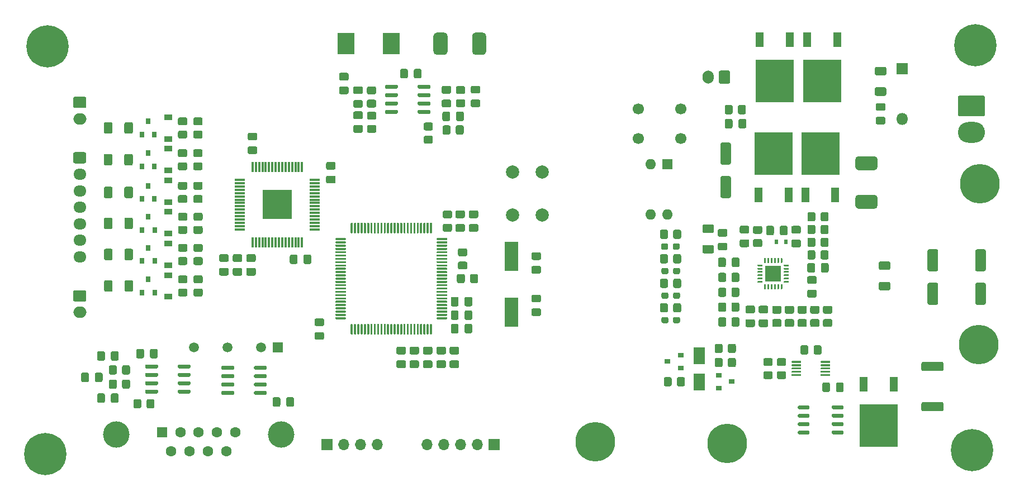
<source format=gbr>
G04 #@! TF.GenerationSoftware,KiCad,Pcbnew,5.1.9-73d0e3b20d~88~ubuntu18.04.1*
G04 #@! TF.CreationDate,2021-03-04T19:29:10-03:00*
G04 #@! TF.ProjectId,bms_hardware,626d735f-6861-4726-9477-6172652e6b69,rev?*
G04 #@! TF.SameCoordinates,Original*
G04 #@! TF.FileFunction,Soldermask,Top*
G04 #@! TF.FilePolarity,Negative*
%FSLAX46Y46*%
G04 Gerber Fmt 4.6, Leading zero omitted, Abs format (unit mm)*
G04 Created by KiCad (PCBNEW 5.1.9-73d0e3b20d~88~ubuntu18.04.1) date 2021-03-04 19:29:10*
%MOMM*%
%LPD*%
G01*
G04 APERTURE LIST*
%ADD10R,1.508000X1.508000*%
%ADD11C,1.508000*%
%ADD12C,6.000000*%
%ADD13C,3.400000*%
%ADD14R,5.800000X6.400000*%
%ADD15R,1.200000X2.200000*%
%ADD16C,4.000000*%
%ADD17C,1.600000*%
%ADD18R,1.600000X1.600000*%
%ADD19R,4.400000X4.400000*%
%ADD20R,0.300000X1.500000*%
%ADD21R,1.500000X0.300000*%
%ADD22C,1.700000*%
%ADD23R,1.700000X1.700000*%
%ADD24O,1.700000X1.700000*%
%ADD25C,0.800000*%
%ADD26C,6.400000*%
%ADD27C,2.000000*%
%ADD28R,2.450000X2.450000*%
%ADD29R,2.000000X4.500000*%
%ADD30R,2.500000X3.300000*%
%ADD31R,0.800000X0.900000*%
%ADD32R,1.200000X0.900000*%
%ADD33O,1.950000X1.700000*%
%ADD34R,1.800000X2.500000*%
%ADD35O,1.800000X1.800000*%
%ADD36R,1.800000X1.800000*%
%ADD37O,4.100000X3.160000*%
%ADD38O,1.600000X1.600000*%
%ADD39R,0.600000X0.700000*%
%ADD40O,2.000000X1.700000*%
%ADD41O,1.700000X2.000000*%
%ADD42R,0.900000X0.800000*%
G04 APERTURE END LIST*
D10*
X125510000Y-131940000D03*
D11*
X122970000Y-131940000D03*
X117890000Y-131940000D03*
X112810000Y-131940000D03*
D12*
X231830000Y-107150000D03*
D13*
X231830000Y-107150000D03*
G36*
G01*
X218005000Y-120200000D02*
X216755000Y-120200000D01*
G75*
G02*
X216505000Y-119950000I0J250000D01*
G01*
X216505000Y-119150000D01*
G75*
G02*
X216755000Y-118900000I250000J0D01*
G01*
X218005000Y-118900000D01*
G75*
G02*
X218255000Y-119150000I0J-250000D01*
G01*
X218255000Y-119950000D01*
G75*
G02*
X218005000Y-120200000I-250000J0D01*
G01*
G37*
G36*
G01*
X218005000Y-123300000D02*
X216755000Y-123300000D01*
G75*
G02*
X216505000Y-123050000I0J250000D01*
G01*
X216505000Y-122250000D01*
G75*
G02*
X216755000Y-122000000I250000J0D01*
G01*
X218005000Y-122000000D01*
G75*
G02*
X218255000Y-122250000I0J-250000D01*
G01*
X218255000Y-123050000D01*
G75*
G02*
X218005000Y-123300000I-250000J0D01*
G01*
G37*
D14*
X207920000Y-91550000D03*
D15*
X205640000Y-85250000D03*
X210200000Y-85250000D03*
G36*
G01*
X104790000Y-140029999D02*
X104790000Y-140930001D01*
G75*
G02*
X104540001Y-141180000I-249999J0D01*
G01*
X103839999Y-141180000D01*
G75*
G02*
X103590000Y-140930001I0J249999D01*
G01*
X103590000Y-140029999D01*
G75*
G02*
X103839999Y-139780000I249999J0D01*
G01*
X104540001Y-139780000D01*
G75*
G02*
X104790000Y-140029999I0J-249999D01*
G01*
G37*
G36*
G01*
X106790000Y-140029999D02*
X106790000Y-140930001D01*
G75*
G02*
X106540001Y-141180000I-249999J0D01*
G01*
X105839999Y-141180000D01*
G75*
G02*
X105590000Y-140930001I0J249999D01*
G01*
X105590000Y-140029999D01*
G75*
G02*
X105839999Y-139780000I249999J0D01*
G01*
X106540001Y-139780000D01*
G75*
G02*
X106790000Y-140029999I0J-249999D01*
G01*
G37*
G36*
G01*
X126760000Y-140685000D02*
X126760000Y-139735000D01*
G75*
G02*
X127010000Y-139485000I250000J0D01*
G01*
X127685000Y-139485000D01*
G75*
G02*
X127935000Y-139735000I0J-250000D01*
G01*
X127935000Y-140685000D01*
G75*
G02*
X127685000Y-140935000I-250000J0D01*
G01*
X127010000Y-140935000D01*
G75*
G02*
X126760000Y-140685000I0J250000D01*
G01*
G37*
G36*
G01*
X124685000Y-140685000D02*
X124685000Y-139735000D01*
G75*
G02*
X124935000Y-139485000I250000J0D01*
G01*
X125610000Y-139485000D01*
G75*
G02*
X125860000Y-139735000I0J-250000D01*
G01*
X125860000Y-140685000D01*
G75*
G02*
X125610000Y-140935000I-250000J0D01*
G01*
X124935000Y-140935000D01*
G75*
G02*
X124685000Y-140685000I0J250000D01*
G01*
G37*
D16*
X125990000Y-145120000D03*
X100990000Y-145120000D03*
D17*
X117645000Y-147660000D03*
X114875000Y-147660000D03*
X112105000Y-147660000D03*
X109335000Y-147660000D03*
X119030000Y-144820000D03*
X116260000Y-144820000D03*
X113490000Y-144820000D03*
X110720000Y-144820000D03*
D18*
X107950000Y-144820000D03*
G36*
G01*
X107330000Y-138475000D02*
X107330000Y-138775000D01*
G75*
G02*
X107180000Y-138925000I-150000J0D01*
G01*
X105530000Y-138925000D01*
G75*
G02*
X105380000Y-138775000I0J150000D01*
G01*
X105380000Y-138475000D01*
G75*
G02*
X105530000Y-138325000I150000J0D01*
G01*
X107180000Y-138325000D01*
G75*
G02*
X107330000Y-138475000I0J-150000D01*
G01*
G37*
G36*
G01*
X107330000Y-137205000D02*
X107330000Y-137505000D01*
G75*
G02*
X107180000Y-137655000I-150000J0D01*
G01*
X105530000Y-137655000D01*
G75*
G02*
X105380000Y-137505000I0J150000D01*
G01*
X105380000Y-137205000D01*
G75*
G02*
X105530000Y-137055000I150000J0D01*
G01*
X107180000Y-137055000D01*
G75*
G02*
X107330000Y-137205000I0J-150000D01*
G01*
G37*
G36*
G01*
X107330000Y-135935000D02*
X107330000Y-136235000D01*
G75*
G02*
X107180000Y-136385000I-150000J0D01*
G01*
X105530000Y-136385000D01*
G75*
G02*
X105380000Y-136235000I0J150000D01*
G01*
X105380000Y-135935000D01*
G75*
G02*
X105530000Y-135785000I150000J0D01*
G01*
X107180000Y-135785000D01*
G75*
G02*
X107330000Y-135935000I0J-150000D01*
G01*
G37*
G36*
G01*
X107330000Y-134665000D02*
X107330000Y-134965000D01*
G75*
G02*
X107180000Y-135115000I-150000J0D01*
G01*
X105530000Y-135115000D01*
G75*
G02*
X105380000Y-134965000I0J150000D01*
G01*
X105380000Y-134665000D01*
G75*
G02*
X105530000Y-134515000I150000J0D01*
G01*
X107180000Y-134515000D01*
G75*
G02*
X107330000Y-134665000I0J-150000D01*
G01*
G37*
G36*
G01*
X112280000Y-134665000D02*
X112280000Y-134965000D01*
G75*
G02*
X112130000Y-135115000I-150000J0D01*
G01*
X110480000Y-135115000D01*
G75*
G02*
X110330000Y-134965000I0J150000D01*
G01*
X110330000Y-134665000D01*
G75*
G02*
X110480000Y-134515000I150000J0D01*
G01*
X112130000Y-134515000D01*
G75*
G02*
X112280000Y-134665000I0J-150000D01*
G01*
G37*
G36*
G01*
X112280000Y-135935000D02*
X112280000Y-136235000D01*
G75*
G02*
X112130000Y-136385000I-150000J0D01*
G01*
X110480000Y-136385000D01*
G75*
G02*
X110330000Y-136235000I0J150000D01*
G01*
X110330000Y-135935000D01*
G75*
G02*
X110480000Y-135785000I150000J0D01*
G01*
X112130000Y-135785000D01*
G75*
G02*
X112280000Y-135935000I0J-150000D01*
G01*
G37*
G36*
G01*
X112280000Y-137205000D02*
X112280000Y-137505000D01*
G75*
G02*
X112130000Y-137655000I-150000J0D01*
G01*
X110480000Y-137655000D01*
G75*
G02*
X110330000Y-137505000I0J150000D01*
G01*
X110330000Y-137205000D01*
G75*
G02*
X110480000Y-137055000I150000J0D01*
G01*
X112130000Y-137055000D01*
G75*
G02*
X112280000Y-137205000I0J-150000D01*
G01*
G37*
G36*
G01*
X112280000Y-138475000D02*
X112280000Y-138775000D01*
G75*
G02*
X112130000Y-138925000I-150000J0D01*
G01*
X110480000Y-138925000D01*
G75*
G02*
X110330000Y-138775000I0J150000D01*
G01*
X110330000Y-138475000D01*
G75*
G02*
X110480000Y-138325000I150000J0D01*
G01*
X112130000Y-138325000D01*
G75*
G02*
X112280000Y-138475000I0J-150000D01*
G01*
G37*
D14*
X216460000Y-143820000D03*
D15*
X214180000Y-137520000D03*
X218740000Y-137520000D03*
G36*
G01*
X146650000Y-92565000D02*
X146650000Y-92265000D01*
G75*
G02*
X146800000Y-92115000I150000J0D01*
G01*
X148450000Y-92115000D01*
G75*
G02*
X148600000Y-92265000I0J-150000D01*
G01*
X148600000Y-92565000D01*
G75*
G02*
X148450000Y-92715000I-150000J0D01*
G01*
X146800000Y-92715000D01*
G75*
G02*
X146650000Y-92565000I0J150000D01*
G01*
G37*
G36*
G01*
X146650000Y-93835000D02*
X146650000Y-93535000D01*
G75*
G02*
X146800000Y-93385000I150000J0D01*
G01*
X148450000Y-93385000D01*
G75*
G02*
X148600000Y-93535000I0J-150000D01*
G01*
X148600000Y-93835000D01*
G75*
G02*
X148450000Y-93985000I-150000J0D01*
G01*
X146800000Y-93985000D01*
G75*
G02*
X146650000Y-93835000I0J150000D01*
G01*
G37*
G36*
G01*
X146650000Y-95105000D02*
X146650000Y-94805000D01*
G75*
G02*
X146800000Y-94655000I150000J0D01*
G01*
X148450000Y-94655000D01*
G75*
G02*
X148600000Y-94805000I0J-150000D01*
G01*
X148600000Y-95105000D01*
G75*
G02*
X148450000Y-95255000I-150000J0D01*
G01*
X146800000Y-95255000D01*
G75*
G02*
X146650000Y-95105000I0J150000D01*
G01*
G37*
G36*
G01*
X146650000Y-96375000D02*
X146650000Y-96075000D01*
G75*
G02*
X146800000Y-95925000I150000J0D01*
G01*
X148450000Y-95925000D01*
G75*
G02*
X148600000Y-96075000I0J-150000D01*
G01*
X148600000Y-96375000D01*
G75*
G02*
X148450000Y-96525000I-150000J0D01*
G01*
X146800000Y-96525000D01*
G75*
G02*
X146650000Y-96375000I0J150000D01*
G01*
G37*
G36*
G01*
X141700000Y-96375000D02*
X141700000Y-96075000D01*
G75*
G02*
X141850000Y-95925000I150000J0D01*
G01*
X143500000Y-95925000D01*
G75*
G02*
X143650000Y-96075000I0J-150000D01*
G01*
X143650000Y-96375000D01*
G75*
G02*
X143500000Y-96525000I-150000J0D01*
G01*
X141850000Y-96525000D01*
G75*
G02*
X141700000Y-96375000I0J150000D01*
G01*
G37*
G36*
G01*
X141700000Y-95105000D02*
X141700000Y-94805000D01*
G75*
G02*
X141850000Y-94655000I150000J0D01*
G01*
X143500000Y-94655000D01*
G75*
G02*
X143650000Y-94805000I0J-150000D01*
G01*
X143650000Y-95105000D01*
G75*
G02*
X143500000Y-95255000I-150000J0D01*
G01*
X141850000Y-95255000D01*
G75*
G02*
X141700000Y-95105000I0J150000D01*
G01*
G37*
G36*
G01*
X141700000Y-93835000D02*
X141700000Y-93535000D01*
G75*
G02*
X141850000Y-93385000I150000J0D01*
G01*
X143500000Y-93385000D01*
G75*
G02*
X143650000Y-93535000I0J-150000D01*
G01*
X143650000Y-93835000D01*
G75*
G02*
X143500000Y-93985000I-150000J0D01*
G01*
X141850000Y-93985000D01*
G75*
G02*
X141700000Y-93835000I0J150000D01*
G01*
G37*
G36*
G01*
X141700000Y-92565000D02*
X141700000Y-92265000D01*
G75*
G02*
X141850000Y-92115000I150000J0D01*
G01*
X143500000Y-92115000D01*
G75*
G02*
X143650000Y-92265000I0J-150000D01*
G01*
X143650000Y-92565000D01*
G75*
G02*
X143500000Y-92715000I-150000J0D01*
G01*
X141850000Y-92715000D01*
G75*
G02*
X141700000Y-92565000I0J150000D01*
G01*
G37*
D19*
X125400000Y-110290000D03*
D20*
X121650000Y-104590000D03*
X122150000Y-104590000D03*
X122650000Y-104590000D03*
X123150000Y-104590000D03*
X123650000Y-104590000D03*
X124150000Y-104590000D03*
X124650000Y-104590000D03*
X125150000Y-104590000D03*
X125650000Y-104590000D03*
X126150000Y-104590000D03*
X126650000Y-104590000D03*
X127150000Y-104590000D03*
X127650000Y-104590000D03*
X128150000Y-104590000D03*
X128650000Y-104590000D03*
X129150000Y-104590000D03*
D21*
X131100000Y-106540000D03*
X131100000Y-107040000D03*
X131100000Y-107540000D03*
X131100000Y-108040000D03*
X131100000Y-108540000D03*
X131100000Y-109040000D03*
X131100000Y-109540000D03*
X131100000Y-110040000D03*
X131100000Y-110540000D03*
X131100000Y-111040000D03*
X131100000Y-111540000D03*
X131100000Y-112040000D03*
X131100000Y-112540000D03*
X131100000Y-113040000D03*
X131100000Y-113540000D03*
X131100000Y-114040000D03*
D20*
X129150000Y-115990000D03*
X128650000Y-115990000D03*
X128150000Y-115990000D03*
X127650000Y-115990000D03*
X127150000Y-115990000D03*
X126650000Y-115990000D03*
X126150000Y-115990000D03*
X125650000Y-115990000D03*
X125150000Y-115990000D03*
X124650000Y-115990000D03*
X124150000Y-115990000D03*
X123650000Y-115990000D03*
X123150000Y-115990000D03*
X122650000Y-115990000D03*
X122150000Y-115990000D03*
X121650000Y-115990000D03*
D21*
X119700000Y-114040000D03*
X119700000Y-113540000D03*
X119700000Y-113040000D03*
X119700000Y-112540000D03*
X119700000Y-112040000D03*
X119700000Y-111540000D03*
X119700000Y-111040000D03*
X119700000Y-110540000D03*
X119700000Y-110040000D03*
X119700000Y-109540000D03*
X119700000Y-109040000D03*
X119700000Y-108540000D03*
X119700000Y-108040000D03*
X119700000Y-107540000D03*
X119700000Y-107040000D03*
X119700000Y-106540000D03*
D22*
X180050000Y-95750000D03*
X186550000Y-95750000D03*
X180050000Y-100250000D03*
X186550000Y-100250000D03*
G36*
G01*
X101087500Y-137059999D02*
X101087500Y-137960001D01*
G75*
G02*
X100837501Y-138210000I-249999J0D01*
G01*
X100137499Y-138210000D01*
G75*
G02*
X99887500Y-137960001I0J249999D01*
G01*
X99887500Y-137059999D01*
G75*
G02*
X100137499Y-136810000I249999J0D01*
G01*
X100837501Y-136810000D01*
G75*
G02*
X101087500Y-137059999I0J-249999D01*
G01*
G37*
G36*
G01*
X103087500Y-137059999D02*
X103087500Y-137960001D01*
G75*
G02*
X102837501Y-138210000I-249999J0D01*
G01*
X102137499Y-138210000D01*
G75*
G02*
X101887500Y-137960001I0J249999D01*
G01*
X101887500Y-137059999D01*
G75*
G02*
X102137499Y-136810000I249999J0D01*
G01*
X102837501Y-136810000D01*
G75*
G02*
X103087500Y-137059999I0J-249999D01*
G01*
G37*
G36*
G01*
X101887500Y-135800001D02*
X101887500Y-134899999D01*
G75*
G02*
X102137499Y-134650000I249999J0D01*
G01*
X102837501Y-134650000D01*
G75*
G02*
X103087500Y-134899999I0J-249999D01*
G01*
X103087500Y-135800001D01*
G75*
G02*
X102837501Y-136050000I-249999J0D01*
G01*
X102137499Y-136050000D01*
G75*
G02*
X101887500Y-135800001I0J249999D01*
G01*
G37*
G36*
G01*
X99887500Y-135800001D02*
X99887500Y-134899999D01*
G75*
G02*
X100137499Y-134650000I249999J0D01*
G01*
X100837501Y-134650000D01*
G75*
G02*
X101087500Y-134899999I0J-249999D01*
G01*
X101087500Y-135800001D01*
G75*
G02*
X100837501Y-136050000I-249999J0D01*
G01*
X100137499Y-136050000D01*
G75*
G02*
X99887500Y-135800001I0J249999D01*
G01*
G37*
G36*
G01*
X209400000Y-141175000D02*
X209400000Y-140875000D01*
G75*
G02*
X209550000Y-140725000I150000J0D01*
G01*
X211000000Y-140725000D01*
G75*
G02*
X211150000Y-140875000I0J-150000D01*
G01*
X211150000Y-141175000D01*
G75*
G02*
X211000000Y-141325000I-150000J0D01*
G01*
X209550000Y-141325000D01*
G75*
G02*
X209400000Y-141175000I0J150000D01*
G01*
G37*
G36*
G01*
X209400000Y-142445000D02*
X209400000Y-142145000D01*
G75*
G02*
X209550000Y-141995000I150000J0D01*
G01*
X211000000Y-141995000D01*
G75*
G02*
X211150000Y-142145000I0J-150000D01*
G01*
X211150000Y-142445000D01*
G75*
G02*
X211000000Y-142595000I-150000J0D01*
G01*
X209550000Y-142595000D01*
G75*
G02*
X209400000Y-142445000I0J150000D01*
G01*
G37*
G36*
G01*
X209400000Y-143715000D02*
X209400000Y-143415000D01*
G75*
G02*
X209550000Y-143265000I150000J0D01*
G01*
X211000000Y-143265000D01*
G75*
G02*
X211150000Y-143415000I0J-150000D01*
G01*
X211150000Y-143715000D01*
G75*
G02*
X211000000Y-143865000I-150000J0D01*
G01*
X209550000Y-143865000D01*
G75*
G02*
X209400000Y-143715000I0J150000D01*
G01*
G37*
G36*
G01*
X209400000Y-144985000D02*
X209400000Y-144685000D01*
G75*
G02*
X209550000Y-144535000I150000J0D01*
G01*
X211000000Y-144535000D01*
G75*
G02*
X211150000Y-144685000I0J-150000D01*
G01*
X211150000Y-144985000D01*
G75*
G02*
X211000000Y-145135000I-150000J0D01*
G01*
X209550000Y-145135000D01*
G75*
G02*
X209400000Y-144985000I0J150000D01*
G01*
G37*
G36*
G01*
X204250000Y-144985000D02*
X204250000Y-144685000D01*
G75*
G02*
X204400000Y-144535000I150000J0D01*
G01*
X205850000Y-144535000D01*
G75*
G02*
X206000000Y-144685000I0J-150000D01*
G01*
X206000000Y-144985000D01*
G75*
G02*
X205850000Y-145135000I-150000J0D01*
G01*
X204400000Y-145135000D01*
G75*
G02*
X204250000Y-144985000I0J150000D01*
G01*
G37*
G36*
G01*
X204250000Y-143715000D02*
X204250000Y-143415000D01*
G75*
G02*
X204400000Y-143265000I150000J0D01*
G01*
X205850000Y-143265000D01*
G75*
G02*
X206000000Y-143415000I0J-150000D01*
G01*
X206000000Y-143715000D01*
G75*
G02*
X205850000Y-143865000I-150000J0D01*
G01*
X204400000Y-143865000D01*
G75*
G02*
X204250000Y-143715000I0J150000D01*
G01*
G37*
G36*
G01*
X204250000Y-142445000D02*
X204250000Y-142145000D01*
G75*
G02*
X204400000Y-141995000I150000J0D01*
G01*
X205850000Y-141995000D01*
G75*
G02*
X206000000Y-142145000I0J-150000D01*
G01*
X206000000Y-142445000D01*
G75*
G02*
X205850000Y-142595000I-150000J0D01*
G01*
X204400000Y-142595000D01*
G75*
G02*
X204250000Y-142445000I0J150000D01*
G01*
G37*
G36*
G01*
X204250000Y-141175000D02*
X204250000Y-140875000D01*
G75*
G02*
X204400000Y-140725000I150000J0D01*
G01*
X205850000Y-140725000D01*
G75*
G02*
X206000000Y-140875000I0J-150000D01*
G01*
X206000000Y-141175000D01*
G75*
G02*
X205850000Y-141325000I-150000J0D01*
G01*
X204400000Y-141325000D01*
G75*
G02*
X204250000Y-141175000I0J150000D01*
G01*
G37*
G36*
G01*
X99287500Y-139155000D02*
X99287500Y-140105000D01*
G75*
G02*
X99037500Y-140355000I-250000J0D01*
G01*
X98362500Y-140355000D01*
G75*
G02*
X98112500Y-140105000I0J250000D01*
G01*
X98112500Y-139155000D01*
G75*
G02*
X98362500Y-138905000I250000J0D01*
G01*
X99037500Y-138905000D01*
G75*
G02*
X99287500Y-139155000I0J-250000D01*
G01*
G37*
G36*
G01*
X101362500Y-139155000D02*
X101362500Y-140105000D01*
G75*
G02*
X101112500Y-140355000I-250000J0D01*
G01*
X100437500Y-140355000D01*
G75*
G02*
X100187500Y-140105000I0J250000D01*
G01*
X100187500Y-139155000D01*
G75*
G02*
X100437500Y-138905000I250000J0D01*
G01*
X101112500Y-138905000D01*
G75*
G02*
X101362500Y-139155000I0J-250000D01*
G01*
G37*
G36*
G01*
X99287500Y-132765000D02*
X99287500Y-133715000D01*
G75*
G02*
X99037500Y-133965000I-250000J0D01*
G01*
X98362500Y-133965000D01*
G75*
G02*
X98112500Y-133715000I0J250000D01*
G01*
X98112500Y-132765000D01*
G75*
G02*
X98362500Y-132515000I250000J0D01*
G01*
X99037500Y-132515000D01*
G75*
G02*
X99287500Y-132765000I0J-250000D01*
G01*
G37*
G36*
G01*
X101362500Y-132765000D02*
X101362500Y-133715000D01*
G75*
G02*
X101112500Y-133965000I-250000J0D01*
G01*
X100437500Y-133965000D01*
G75*
G02*
X100187500Y-133715000I0J250000D01*
G01*
X100187500Y-132765000D01*
G75*
G02*
X100437500Y-132515000I250000J0D01*
G01*
X101112500Y-132515000D01*
G75*
G02*
X101362500Y-132765000I0J-250000D01*
G01*
G37*
G36*
G01*
X96860000Y-136005000D02*
X96860000Y-136955000D01*
G75*
G02*
X96610000Y-137205000I-250000J0D01*
G01*
X95935000Y-137205000D01*
G75*
G02*
X95685000Y-136955000I0J250000D01*
G01*
X95685000Y-136005000D01*
G75*
G02*
X95935000Y-135755000I250000J0D01*
G01*
X96610000Y-135755000D01*
G75*
G02*
X96860000Y-136005000I0J-250000D01*
G01*
G37*
G36*
G01*
X98935000Y-136005000D02*
X98935000Y-136955000D01*
G75*
G02*
X98685000Y-137205000I-250000J0D01*
G01*
X98010000Y-137205000D01*
G75*
G02*
X97760000Y-136955000I0J250000D01*
G01*
X97760000Y-136005000D01*
G75*
G02*
X98010000Y-135755000I250000J0D01*
G01*
X98685000Y-135755000D01*
G75*
G02*
X98935000Y-136005000I0J-250000D01*
G01*
G37*
G36*
G01*
X105210000Y-132405000D02*
X105210000Y-133355000D01*
G75*
G02*
X104960000Y-133605000I-250000J0D01*
G01*
X104285000Y-133605000D01*
G75*
G02*
X104035000Y-133355000I0J250000D01*
G01*
X104035000Y-132405000D01*
G75*
G02*
X104285000Y-132155000I250000J0D01*
G01*
X104960000Y-132155000D01*
G75*
G02*
X105210000Y-132405000I0J-250000D01*
G01*
G37*
G36*
G01*
X107285000Y-132405000D02*
X107285000Y-133355000D01*
G75*
G02*
X107035000Y-133605000I-250000J0D01*
G01*
X106360000Y-133605000D01*
G75*
G02*
X106110000Y-133355000I0J250000D01*
G01*
X106110000Y-132405000D01*
G75*
G02*
X106360000Y-132155000I250000J0D01*
G01*
X107035000Y-132155000D01*
G75*
G02*
X107285000Y-132405000I0J-250000D01*
G01*
G37*
D23*
X158210000Y-146670000D03*
D24*
X155670000Y-146670000D03*
X153130000Y-146670000D03*
X150590000Y-146670000D03*
X148050000Y-146670000D03*
D25*
X91987056Y-146442944D03*
X90290000Y-145740000D03*
X88592944Y-146442944D03*
X87890000Y-148140000D03*
X88592944Y-149837056D03*
X90290000Y-150540000D03*
X91987056Y-149837056D03*
X92690000Y-148140000D03*
D26*
X90290000Y-148140000D03*
D25*
X92262057Y-84572944D03*
X90565001Y-83870000D03*
X88867945Y-84572944D03*
X88165001Y-86270000D03*
X88867945Y-87967056D03*
X90565001Y-88670000D03*
X92262057Y-87967056D03*
X92965001Y-86270000D03*
D26*
X90565001Y-86270000D03*
D25*
X232287056Y-145812944D03*
X230590000Y-145110000D03*
X228892944Y-145812944D03*
X228190000Y-147510000D03*
X228892944Y-149207056D03*
X230590000Y-149910000D03*
X232287056Y-149207056D03*
X232990000Y-147510000D03*
D26*
X230590000Y-147510000D03*
D25*
X232827056Y-84452944D03*
X231130000Y-83750000D03*
X229432944Y-84452944D03*
X228730000Y-86150000D03*
X229432944Y-87847056D03*
X231130000Y-88550000D03*
X232827056Y-87847056D03*
X233530000Y-86150000D03*
D26*
X231130000Y-86150000D03*
G36*
G01*
X151200000Y-84737500D02*
X151200000Y-87062500D01*
G75*
G02*
X150662500Y-87600000I-537500J0D01*
G01*
X149587500Y-87600000D01*
G75*
G02*
X149050000Y-87062500I0J537500D01*
G01*
X149050000Y-84737500D01*
G75*
G02*
X149587500Y-84200000I537500J0D01*
G01*
X150662500Y-84200000D01*
G75*
G02*
X151200000Y-84737500I0J-537500D01*
G01*
G37*
G36*
G01*
X157050000Y-84737500D02*
X157050000Y-87062500D01*
G75*
G02*
X156512500Y-87600000I-537500J0D01*
G01*
X155437500Y-87600000D01*
G75*
G02*
X154900000Y-87062500I0J537500D01*
G01*
X154900000Y-84737500D01*
G75*
G02*
X155437500Y-84200000I537500J0D01*
G01*
X156512500Y-84200000D01*
G75*
G02*
X157050000Y-84737500I0J-537500D01*
G01*
G37*
D27*
X161030000Y-105330000D03*
X165530000Y-105330000D03*
X161030000Y-111830000D03*
X165530000Y-111830000D03*
G36*
G01*
X118870000Y-138675000D02*
X118870000Y-138975000D01*
G75*
G02*
X118720000Y-139125000I-150000J0D01*
G01*
X117070000Y-139125000D01*
G75*
G02*
X116920000Y-138975000I0J150000D01*
G01*
X116920000Y-138675000D01*
G75*
G02*
X117070000Y-138525000I150000J0D01*
G01*
X118720000Y-138525000D01*
G75*
G02*
X118870000Y-138675000I0J-150000D01*
G01*
G37*
G36*
G01*
X118870000Y-137405000D02*
X118870000Y-137705000D01*
G75*
G02*
X118720000Y-137855000I-150000J0D01*
G01*
X117070000Y-137855000D01*
G75*
G02*
X116920000Y-137705000I0J150000D01*
G01*
X116920000Y-137405000D01*
G75*
G02*
X117070000Y-137255000I150000J0D01*
G01*
X118720000Y-137255000D01*
G75*
G02*
X118870000Y-137405000I0J-150000D01*
G01*
G37*
G36*
G01*
X118870000Y-136135000D02*
X118870000Y-136435000D01*
G75*
G02*
X118720000Y-136585000I-150000J0D01*
G01*
X117070000Y-136585000D01*
G75*
G02*
X116920000Y-136435000I0J150000D01*
G01*
X116920000Y-136135000D01*
G75*
G02*
X117070000Y-135985000I150000J0D01*
G01*
X118720000Y-135985000D01*
G75*
G02*
X118870000Y-136135000I0J-150000D01*
G01*
G37*
G36*
G01*
X118870000Y-134865000D02*
X118870000Y-135165000D01*
G75*
G02*
X118720000Y-135315000I-150000J0D01*
G01*
X117070000Y-135315000D01*
G75*
G02*
X116920000Y-135165000I0J150000D01*
G01*
X116920000Y-134865000D01*
G75*
G02*
X117070000Y-134715000I150000J0D01*
G01*
X118720000Y-134715000D01*
G75*
G02*
X118870000Y-134865000I0J-150000D01*
G01*
G37*
G36*
G01*
X123820000Y-134865000D02*
X123820000Y-135165000D01*
G75*
G02*
X123670000Y-135315000I-150000J0D01*
G01*
X122020000Y-135315000D01*
G75*
G02*
X121870000Y-135165000I0J150000D01*
G01*
X121870000Y-134865000D01*
G75*
G02*
X122020000Y-134715000I150000J0D01*
G01*
X123670000Y-134715000D01*
G75*
G02*
X123820000Y-134865000I0J-150000D01*
G01*
G37*
G36*
G01*
X123820000Y-136135000D02*
X123820000Y-136435000D01*
G75*
G02*
X123670000Y-136585000I-150000J0D01*
G01*
X122020000Y-136585000D01*
G75*
G02*
X121870000Y-136435000I0J150000D01*
G01*
X121870000Y-136135000D01*
G75*
G02*
X122020000Y-135985000I150000J0D01*
G01*
X123670000Y-135985000D01*
G75*
G02*
X123820000Y-136135000I0J-150000D01*
G01*
G37*
G36*
G01*
X123820000Y-137405000D02*
X123820000Y-137705000D01*
G75*
G02*
X123670000Y-137855000I-150000J0D01*
G01*
X122020000Y-137855000D01*
G75*
G02*
X121870000Y-137705000I0J150000D01*
G01*
X121870000Y-137405000D01*
G75*
G02*
X122020000Y-137255000I150000J0D01*
G01*
X123670000Y-137255000D01*
G75*
G02*
X123820000Y-137405000I0J-150000D01*
G01*
G37*
G36*
G01*
X123820000Y-138675000D02*
X123820000Y-138975000D01*
G75*
G02*
X123670000Y-139125000I-150000J0D01*
G01*
X122020000Y-139125000D01*
G75*
G02*
X121870000Y-138975000I0J150000D01*
G01*
X121870000Y-138675000D01*
G75*
G02*
X122020000Y-138525000I150000J0D01*
G01*
X123670000Y-138525000D01*
G75*
G02*
X123820000Y-138675000I0J-150000D01*
G01*
G37*
D12*
X231670000Y-131480000D03*
D13*
X231670000Y-131480000D03*
D12*
X193570000Y-146530000D03*
D13*
X193570000Y-146530000D03*
D24*
X140570000Y-146670000D03*
X138030000Y-146670000D03*
X135490000Y-146670000D03*
D23*
X132950000Y-146670000D03*
D28*
X200520000Y-120750000D03*
G36*
G01*
X199145000Y-119087500D02*
X199145000Y-118437500D01*
G75*
G02*
X199207500Y-118375000I62500J0D01*
G01*
X199332500Y-118375000D01*
G75*
G02*
X199395000Y-118437500I0J-62500D01*
G01*
X199395000Y-119087500D01*
G75*
G02*
X199332500Y-119150000I-62500J0D01*
G01*
X199207500Y-119150000D01*
G75*
G02*
X199145000Y-119087500I0J62500D01*
G01*
G37*
G36*
G01*
X199645000Y-119087500D02*
X199645000Y-118437500D01*
G75*
G02*
X199707500Y-118375000I62500J0D01*
G01*
X199832500Y-118375000D01*
G75*
G02*
X199895000Y-118437500I0J-62500D01*
G01*
X199895000Y-119087500D01*
G75*
G02*
X199832500Y-119150000I-62500J0D01*
G01*
X199707500Y-119150000D01*
G75*
G02*
X199645000Y-119087500I0J62500D01*
G01*
G37*
G36*
G01*
X200145000Y-119087500D02*
X200145000Y-118437500D01*
G75*
G02*
X200207500Y-118375000I62500J0D01*
G01*
X200332500Y-118375000D01*
G75*
G02*
X200395000Y-118437500I0J-62500D01*
G01*
X200395000Y-119087500D01*
G75*
G02*
X200332500Y-119150000I-62500J0D01*
G01*
X200207500Y-119150000D01*
G75*
G02*
X200145000Y-119087500I0J62500D01*
G01*
G37*
G36*
G01*
X200645000Y-119087500D02*
X200645000Y-118437500D01*
G75*
G02*
X200707500Y-118375000I62500J0D01*
G01*
X200832500Y-118375000D01*
G75*
G02*
X200895000Y-118437500I0J-62500D01*
G01*
X200895000Y-119087500D01*
G75*
G02*
X200832500Y-119150000I-62500J0D01*
G01*
X200707500Y-119150000D01*
G75*
G02*
X200645000Y-119087500I0J62500D01*
G01*
G37*
G36*
G01*
X201145000Y-119087500D02*
X201145000Y-118437500D01*
G75*
G02*
X201207500Y-118375000I62500J0D01*
G01*
X201332500Y-118375000D01*
G75*
G02*
X201395000Y-118437500I0J-62500D01*
G01*
X201395000Y-119087500D01*
G75*
G02*
X201332500Y-119150000I-62500J0D01*
G01*
X201207500Y-119150000D01*
G75*
G02*
X201145000Y-119087500I0J62500D01*
G01*
G37*
G36*
G01*
X201645000Y-119087500D02*
X201645000Y-118437500D01*
G75*
G02*
X201707500Y-118375000I62500J0D01*
G01*
X201832500Y-118375000D01*
G75*
G02*
X201895000Y-118437500I0J-62500D01*
G01*
X201895000Y-119087500D01*
G75*
G02*
X201832500Y-119150000I-62500J0D01*
G01*
X201707500Y-119150000D01*
G75*
G02*
X201645000Y-119087500I0J62500D01*
G01*
G37*
G36*
G01*
X202120000Y-119562500D02*
X202120000Y-119437500D01*
G75*
G02*
X202182500Y-119375000I62500J0D01*
G01*
X202832500Y-119375000D01*
G75*
G02*
X202895000Y-119437500I0J-62500D01*
G01*
X202895000Y-119562500D01*
G75*
G02*
X202832500Y-119625000I-62500J0D01*
G01*
X202182500Y-119625000D01*
G75*
G02*
X202120000Y-119562500I0J62500D01*
G01*
G37*
G36*
G01*
X202120000Y-120062500D02*
X202120000Y-119937500D01*
G75*
G02*
X202182500Y-119875000I62500J0D01*
G01*
X202832500Y-119875000D01*
G75*
G02*
X202895000Y-119937500I0J-62500D01*
G01*
X202895000Y-120062500D01*
G75*
G02*
X202832500Y-120125000I-62500J0D01*
G01*
X202182500Y-120125000D01*
G75*
G02*
X202120000Y-120062500I0J62500D01*
G01*
G37*
G36*
G01*
X202120000Y-120562500D02*
X202120000Y-120437500D01*
G75*
G02*
X202182500Y-120375000I62500J0D01*
G01*
X202832500Y-120375000D01*
G75*
G02*
X202895000Y-120437500I0J-62500D01*
G01*
X202895000Y-120562500D01*
G75*
G02*
X202832500Y-120625000I-62500J0D01*
G01*
X202182500Y-120625000D01*
G75*
G02*
X202120000Y-120562500I0J62500D01*
G01*
G37*
G36*
G01*
X202120000Y-121062500D02*
X202120000Y-120937500D01*
G75*
G02*
X202182500Y-120875000I62500J0D01*
G01*
X202832500Y-120875000D01*
G75*
G02*
X202895000Y-120937500I0J-62500D01*
G01*
X202895000Y-121062500D01*
G75*
G02*
X202832500Y-121125000I-62500J0D01*
G01*
X202182500Y-121125000D01*
G75*
G02*
X202120000Y-121062500I0J62500D01*
G01*
G37*
G36*
G01*
X202120000Y-121562500D02*
X202120000Y-121437500D01*
G75*
G02*
X202182500Y-121375000I62500J0D01*
G01*
X202832500Y-121375000D01*
G75*
G02*
X202895000Y-121437500I0J-62500D01*
G01*
X202895000Y-121562500D01*
G75*
G02*
X202832500Y-121625000I-62500J0D01*
G01*
X202182500Y-121625000D01*
G75*
G02*
X202120000Y-121562500I0J62500D01*
G01*
G37*
G36*
G01*
X202120000Y-122062500D02*
X202120000Y-121937500D01*
G75*
G02*
X202182500Y-121875000I62500J0D01*
G01*
X202832500Y-121875000D01*
G75*
G02*
X202895000Y-121937500I0J-62500D01*
G01*
X202895000Y-122062500D01*
G75*
G02*
X202832500Y-122125000I-62500J0D01*
G01*
X202182500Y-122125000D01*
G75*
G02*
X202120000Y-122062500I0J62500D01*
G01*
G37*
G36*
G01*
X201645000Y-123062500D02*
X201645000Y-122412500D01*
G75*
G02*
X201707500Y-122350000I62500J0D01*
G01*
X201832500Y-122350000D01*
G75*
G02*
X201895000Y-122412500I0J-62500D01*
G01*
X201895000Y-123062500D01*
G75*
G02*
X201832500Y-123125000I-62500J0D01*
G01*
X201707500Y-123125000D01*
G75*
G02*
X201645000Y-123062500I0J62500D01*
G01*
G37*
G36*
G01*
X201145000Y-123062500D02*
X201145000Y-122412500D01*
G75*
G02*
X201207500Y-122350000I62500J0D01*
G01*
X201332500Y-122350000D01*
G75*
G02*
X201395000Y-122412500I0J-62500D01*
G01*
X201395000Y-123062500D01*
G75*
G02*
X201332500Y-123125000I-62500J0D01*
G01*
X201207500Y-123125000D01*
G75*
G02*
X201145000Y-123062500I0J62500D01*
G01*
G37*
G36*
G01*
X200645000Y-123062500D02*
X200645000Y-122412500D01*
G75*
G02*
X200707500Y-122350000I62500J0D01*
G01*
X200832500Y-122350000D01*
G75*
G02*
X200895000Y-122412500I0J-62500D01*
G01*
X200895000Y-123062500D01*
G75*
G02*
X200832500Y-123125000I-62500J0D01*
G01*
X200707500Y-123125000D01*
G75*
G02*
X200645000Y-123062500I0J62500D01*
G01*
G37*
G36*
G01*
X200145000Y-123062500D02*
X200145000Y-122412500D01*
G75*
G02*
X200207500Y-122350000I62500J0D01*
G01*
X200332500Y-122350000D01*
G75*
G02*
X200395000Y-122412500I0J-62500D01*
G01*
X200395000Y-123062500D01*
G75*
G02*
X200332500Y-123125000I-62500J0D01*
G01*
X200207500Y-123125000D01*
G75*
G02*
X200145000Y-123062500I0J62500D01*
G01*
G37*
G36*
G01*
X199645000Y-123062500D02*
X199645000Y-122412500D01*
G75*
G02*
X199707500Y-122350000I62500J0D01*
G01*
X199832500Y-122350000D01*
G75*
G02*
X199895000Y-122412500I0J-62500D01*
G01*
X199895000Y-123062500D01*
G75*
G02*
X199832500Y-123125000I-62500J0D01*
G01*
X199707500Y-123125000D01*
G75*
G02*
X199645000Y-123062500I0J62500D01*
G01*
G37*
G36*
G01*
X199145000Y-123062500D02*
X199145000Y-122412500D01*
G75*
G02*
X199207500Y-122350000I62500J0D01*
G01*
X199332500Y-122350000D01*
G75*
G02*
X199395000Y-122412500I0J-62500D01*
G01*
X199395000Y-123062500D01*
G75*
G02*
X199332500Y-123125000I-62500J0D01*
G01*
X199207500Y-123125000D01*
G75*
G02*
X199145000Y-123062500I0J62500D01*
G01*
G37*
G36*
G01*
X198145000Y-122062500D02*
X198145000Y-121937500D01*
G75*
G02*
X198207500Y-121875000I62500J0D01*
G01*
X198857500Y-121875000D01*
G75*
G02*
X198920000Y-121937500I0J-62500D01*
G01*
X198920000Y-122062500D01*
G75*
G02*
X198857500Y-122125000I-62500J0D01*
G01*
X198207500Y-122125000D01*
G75*
G02*
X198145000Y-122062500I0J62500D01*
G01*
G37*
G36*
G01*
X198145000Y-121562500D02*
X198145000Y-121437500D01*
G75*
G02*
X198207500Y-121375000I62500J0D01*
G01*
X198857500Y-121375000D01*
G75*
G02*
X198920000Y-121437500I0J-62500D01*
G01*
X198920000Y-121562500D01*
G75*
G02*
X198857500Y-121625000I-62500J0D01*
G01*
X198207500Y-121625000D01*
G75*
G02*
X198145000Y-121562500I0J62500D01*
G01*
G37*
G36*
G01*
X198145000Y-121062500D02*
X198145000Y-120937500D01*
G75*
G02*
X198207500Y-120875000I62500J0D01*
G01*
X198857500Y-120875000D01*
G75*
G02*
X198920000Y-120937500I0J-62500D01*
G01*
X198920000Y-121062500D01*
G75*
G02*
X198857500Y-121125000I-62500J0D01*
G01*
X198207500Y-121125000D01*
G75*
G02*
X198145000Y-121062500I0J62500D01*
G01*
G37*
G36*
G01*
X198145000Y-120562500D02*
X198145000Y-120437500D01*
G75*
G02*
X198207500Y-120375000I62500J0D01*
G01*
X198857500Y-120375000D01*
G75*
G02*
X198920000Y-120437500I0J-62500D01*
G01*
X198920000Y-120562500D01*
G75*
G02*
X198857500Y-120625000I-62500J0D01*
G01*
X198207500Y-120625000D01*
G75*
G02*
X198145000Y-120562500I0J62500D01*
G01*
G37*
G36*
G01*
X198145000Y-120062500D02*
X198145000Y-119937500D01*
G75*
G02*
X198207500Y-119875000I62500J0D01*
G01*
X198857500Y-119875000D01*
G75*
G02*
X198920000Y-119937500I0J-62500D01*
G01*
X198920000Y-120062500D01*
G75*
G02*
X198857500Y-120125000I-62500J0D01*
G01*
X198207500Y-120125000D01*
G75*
G02*
X198145000Y-120062500I0J62500D01*
G01*
G37*
G36*
G01*
X198145000Y-119562500D02*
X198145000Y-119437500D01*
G75*
G02*
X198207500Y-119375000I62500J0D01*
G01*
X198857500Y-119375000D01*
G75*
G02*
X198920000Y-119437500I0J-62500D01*
G01*
X198920000Y-119562500D01*
G75*
G02*
X198857500Y-119625000I-62500J0D01*
G01*
X198207500Y-119625000D01*
G75*
G02*
X198145000Y-119562500I0J62500D01*
G01*
G37*
D12*
X173600000Y-146270000D03*
D13*
X173600000Y-146270000D03*
G36*
G01*
X151145000Y-127435000D02*
X151145000Y-127585000D01*
G75*
G02*
X151070000Y-127660000I-75000J0D01*
G01*
X149620000Y-127660000D01*
G75*
G02*
X149545000Y-127585000I0J75000D01*
G01*
X149545000Y-127435000D01*
G75*
G02*
X149620000Y-127360000I75000J0D01*
G01*
X151070000Y-127360000D01*
G75*
G02*
X151145000Y-127435000I0J-75000D01*
G01*
G37*
G36*
G01*
X151145000Y-126935000D02*
X151145000Y-127085000D01*
G75*
G02*
X151070000Y-127160000I-75000J0D01*
G01*
X149620000Y-127160000D01*
G75*
G02*
X149545000Y-127085000I0J75000D01*
G01*
X149545000Y-126935000D01*
G75*
G02*
X149620000Y-126860000I75000J0D01*
G01*
X151070000Y-126860000D01*
G75*
G02*
X151145000Y-126935000I0J-75000D01*
G01*
G37*
G36*
G01*
X151145000Y-126435000D02*
X151145000Y-126585000D01*
G75*
G02*
X151070000Y-126660000I-75000J0D01*
G01*
X149620000Y-126660000D01*
G75*
G02*
X149545000Y-126585000I0J75000D01*
G01*
X149545000Y-126435000D01*
G75*
G02*
X149620000Y-126360000I75000J0D01*
G01*
X151070000Y-126360000D01*
G75*
G02*
X151145000Y-126435000I0J-75000D01*
G01*
G37*
G36*
G01*
X151145000Y-125935000D02*
X151145000Y-126085000D01*
G75*
G02*
X151070000Y-126160000I-75000J0D01*
G01*
X149620000Y-126160000D01*
G75*
G02*
X149545000Y-126085000I0J75000D01*
G01*
X149545000Y-125935000D01*
G75*
G02*
X149620000Y-125860000I75000J0D01*
G01*
X151070000Y-125860000D01*
G75*
G02*
X151145000Y-125935000I0J-75000D01*
G01*
G37*
G36*
G01*
X151145000Y-125435000D02*
X151145000Y-125585000D01*
G75*
G02*
X151070000Y-125660000I-75000J0D01*
G01*
X149620000Y-125660000D01*
G75*
G02*
X149545000Y-125585000I0J75000D01*
G01*
X149545000Y-125435000D01*
G75*
G02*
X149620000Y-125360000I75000J0D01*
G01*
X151070000Y-125360000D01*
G75*
G02*
X151145000Y-125435000I0J-75000D01*
G01*
G37*
G36*
G01*
X151145000Y-124935000D02*
X151145000Y-125085000D01*
G75*
G02*
X151070000Y-125160000I-75000J0D01*
G01*
X149620000Y-125160000D01*
G75*
G02*
X149545000Y-125085000I0J75000D01*
G01*
X149545000Y-124935000D01*
G75*
G02*
X149620000Y-124860000I75000J0D01*
G01*
X151070000Y-124860000D01*
G75*
G02*
X151145000Y-124935000I0J-75000D01*
G01*
G37*
G36*
G01*
X151145000Y-124435000D02*
X151145000Y-124585000D01*
G75*
G02*
X151070000Y-124660000I-75000J0D01*
G01*
X149620000Y-124660000D01*
G75*
G02*
X149545000Y-124585000I0J75000D01*
G01*
X149545000Y-124435000D01*
G75*
G02*
X149620000Y-124360000I75000J0D01*
G01*
X151070000Y-124360000D01*
G75*
G02*
X151145000Y-124435000I0J-75000D01*
G01*
G37*
G36*
G01*
X151145000Y-123935000D02*
X151145000Y-124085000D01*
G75*
G02*
X151070000Y-124160000I-75000J0D01*
G01*
X149620000Y-124160000D01*
G75*
G02*
X149545000Y-124085000I0J75000D01*
G01*
X149545000Y-123935000D01*
G75*
G02*
X149620000Y-123860000I75000J0D01*
G01*
X151070000Y-123860000D01*
G75*
G02*
X151145000Y-123935000I0J-75000D01*
G01*
G37*
G36*
G01*
X151145000Y-123435000D02*
X151145000Y-123585000D01*
G75*
G02*
X151070000Y-123660000I-75000J0D01*
G01*
X149620000Y-123660000D01*
G75*
G02*
X149545000Y-123585000I0J75000D01*
G01*
X149545000Y-123435000D01*
G75*
G02*
X149620000Y-123360000I75000J0D01*
G01*
X151070000Y-123360000D01*
G75*
G02*
X151145000Y-123435000I0J-75000D01*
G01*
G37*
G36*
G01*
X151145000Y-122935000D02*
X151145000Y-123085000D01*
G75*
G02*
X151070000Y-123160000I-75000J0D01*
G01*
X149620000Y-123160000D01*
G75*
G02*
X149545000Y-123085000I0J75000D01*
G01*
X149545000Y-122935000D01*
G75*
G02*
X149620000Y-122860000I75000J0D01*
G01*
X151070000Y-122860000D01*
G75*
G02*
X151145000Y-122935000I0J-75000D01*
G01*
G37*
G36*
G01*
X151145000Y-122435000D02*
X151145000Y-122585000D01*
G75*
G02*
X151070000Y-122660000I-75000J0D01*
G01*
X149620000Y-122660000D01*
G75*
G02*
X149545000Y-122585000I0J75000D01*
G01*
X149545000Y-122435000D01*
G75*
G02*
X149620000Y-122360000I75000J0D01*
G01*
X151070000Y-122360000D01*
G75*
G02*
X151145000Y-122435000I0J-75000D01*
G01*
G37*
G36*
G01*
X151145000Y-121935000D02*
X151145000Y-122085000D01*
G75*
G02*
X151070000Y-122160000I-75000J0D01*
G01*
X149620000Y-122160000D01*
G75*
G02*
X149545000Y-122085000I0J75000D01*
G01*
X149545000Y-121935000D01*
G75*
G02*
X149620000Y-121860000I75000J0D01*
G01*
X151070000Y-121860000D01*
G75*
G02*
X151145000Y-121935000I0J-75000D01*
G01*
G37*
G36*
G01*
X151145000Y-121435000D02*
X151145000Y-121585000D01*
G75*
G02*
X151070000Y-121660000I-75000J0D01*
G01*
X149620000Y-121660000D01*
G75*
G02*
X149545000Y-121585000I0J75000D01*
G01*
X149545000Y-121435000D01*
G75*
G02*
X149620000Y-121360000I75000J0D01*
G01*
X151070000Y-121360000D01*
G75*
G02*
X151145000Y-121435000I0J-75000D01*
G01*
G37*
G36*
G01*
X151145000Y-120935000D02*
X151145000Y-121085000D01*
G75*
G02*
X151070000Y-121160000I-75000J0D01*
G01*
X149620000Y-121160000D01*
G75*
G02*
X149545000Y-121085000I0J75000D01*
G01*
X149545000Y-120935000D01*
G75*
G02*
X149620000Y-120860000I75000J0D01*
G01*
X151070000Y-120860000D01*
G75*
G02*
X151145000Y-120935000I0J-75000D01*
G01*
G37*
G36*
G01*
X151145000Y-120435000D02*
X151145000Y-120585000D01*
G75*
G02*
X151070000Y-120660000I-75000J0D01*
G01*
X149620000Y-120660000D01*
G75*
G02*
X149545000Y-120585000I0J75000D01*
G01*
X149545000Y-120435000D01*
G75*
G02*
X149620000Y-120360000I75000J0D01*
G01*
X151070000Y-120360000D01*
G75*
G02*
X151145000Y-120435000I0J-75000D01*
G01*
G37*
G36*
G01*
X151145000Y-119935000D02*
X151145000Y-120085000D01*
G75*
G02*
X151070000Y-120160000I-75000J0D01*
G01*
X149620000Y-120160000D01*
G75*
G02*
X149545000Y-120085000I0J75000D01*
G01*
X149545000Y-119935000D01*
G75*
G02*
X149620000Y-119860000I75000J0D01*
G01*
X151070000Y-119860000D01*
G75*
G02*
X151145000Y-119935000I0J-75000D01*
G01*
G37*
G36*
G01*
X151145000Y-119435000D02*
X151145000Y-119585000D01*
G75*
G02*
X151070000Y-119660000I-75000J0D01*
G01*
X149620000Y-119660000D01*
G75*
G02*
X149545000Y-119585000I0J75000D01*
G01*
X149545000Y-119435000D01*
G75*
G02*
X149620000Y-119360000I75000J0D01*
G01*
X151070000Y-119360000D01*
G75*
G02*
X151145000Y-119435000I0J-75000D01*
G01*
G37*
G36*
G01*
X151145000Y-118935000D02*
X151145000Y-119085000D01*
G75*
G02*
X151070000Y-119160000I-75000J0D01*
G01*
X149620000Y-119160000D01*
G75*
G02*
X149545000Y-119085000I0J75000D01*
G01*
X149545000Y-118935000D01*
G75*
G02*
X149620000Y-118860000I75000J0D01*
G01*
X151070000Y-118860000D01*
G75*
G02*
X151145000Y-118935000I0J-75000D01*
G01*
G37*
G36*
G01*
X151145000Y-118435000D02*
X151145000Y-118585000D01*
G75*
G02*
X151070000Y-118660000I-75000J0D01*
G01*
X149620000Y-118660000D01*
G75*
G02*
X149545000Y-118585000I0J75000D01*
G01*
X149545000Y-118435000D01*
G75*
G02*
X149620000Y-118360000I75000J0D01*
G01*
X151070000Y-118360000D01*
G75*
G02*
X151145000Y-118435000I0J-75000D01*
G01*
G37*
G36*
G01*
X151145000Y-117935000D02*
X151145000Y-118085000D01*
G75*
G02*
X151070000Y-118160000I-75000J0D01*
G01*
X149620000Y-118160000D01*
G75*
G02*
X149545000Y-118085000I0J75000D01*
G01*
X149545000Y-117935000D01*
G75*
G02*
X149620000Y-117860000I75000J0D01*
G01*
X151070000Y-117860000D01*
G75*
G02*
X151145000Y-117935000I0J-75000D01*
G01*
G37*
G36*
G01*
X151145000Y-117435000D02*
X151145000Y-117585000D01*
G75*
G02*
X151070000Y-117660000I-75000J0D01*
G01*
X149620000Y-117660000D01*
G75*
G02*
X149545000Y-117585000I0J75000D01*
G01*
X149545000Y-117435000D01*
G75*
G02*
X149620000Y-117360000I75000J0D01*
G01*
X151070000Y-117360000D01*
G75*
G02*
X151145000Y-117435000I0J-75000D01*
G01*
G37*
G36*
G01*
X151145000Y-116935000D02*
X151145000Y-117085000D01*
G75*
G02*
X151070000Y-117160000I-75000J0D01*
G01*
X149620000Y-117160000D01*
G75*
G02*
X149545000Y-117085000I0J75000D01*
G01*
X149545000Y-116935000D01*
G75*
G02*
X149620000Y-116860000I75000J0D01*
G01*
X151070000Y-116860000D01*
G75*
G02*
X151145000Y-116935000I0J-75000D01*
G01*
G37*
G36*
G01*
X151145000Y-116435000D02*
X151145000Y-116585000D01*
G75*
G02*
X151070000Y-116660000I-75000J0D01*
G01*
X149620000Y-116660000D01*
G75*
G02*
X149545000Y-116585000I0J75000D01*
G01*
X149545000Y-116435000D01*
G75*
G02*
X149620000Y-116360000I75000J0D01*
G01*
X151070000Y-116360000D01*
G75*
G02*
X151145000Y-116435000I0J-75000D01*
G01*
G37*
G36*
G01*
X151145000Y-115935000D02*
X151145000Y-116085000D01*
G75*
G02*
X151070000Y-116160000I-75000J0D01*
G01*
X149620000Y-116160000D01*
G75*
G02*
X149545000Y-116085000I0J75000D01*
G01*
X149545000Y-115935000D01*
G75*
G02*
X149620000Y-115860000I75000J0D01*
G01*
X151070000Y-115860000D01*
G75*
G02*
X151145000Y-115935000I0J-75000D01*
G01*
G37*
G36*
G01*
X151145000Y-115435000D02*
X151145000Y-115585000D01*
G75*
G02*
X151070000Y-115660000I-75000J0D01*
G01*
X149620000Y-115660000D01*
G75*
G02*
X149545000Y-115585000I0J75000D01*
G01*
X149545000Y-115435000D01*
G75*
G02*
X149620000Y-115360000I75000J0D01*
G01*
X151070000Y-115360000D01*
G75*
G02*
X151145000Y-115435000I0J-75000D01*
G01*
G37*
G36*
G01*
X148820000Y-113110000D02*
X148820000Y-114560000D01*
G75*
G02*
X148745000Y-114635000I-75000J0D01*
G01*
X148595000Y-114635000D01*
G75*
G02*
X148520000Y-114560000I0J75000D01*
G01*
X148520000Y-113110000D01*
G75*
G02*
X148595000Y-113035000I75000J0D01*
G01*
X148745000Y-113035000D01*
G75*
G02*
X148820000Y-113110000I0J-75000D01*
G01*
G37*
G36*
G01*
X148320000Y-113110000D02*
X148320000Y-114560000D01*
G75*
G02*
X148245000Y-114635000I-75000J0D01*
G01*
X148095000Y-114635000D01*
G75*
G02*
X148020000Y-114560000I0J75000D01*
G01*
X148020000Y-113110000D01*
G75*
G02*
X148095000Y-113035000I75000J0D01*
G01*
X148245000Y-113035000D01*
G75*
G02*
X148320000Y-113110000I0J-75000D01*
G01*
G37*
G36*
G01*
X147820000Y-113110000D02*
X147820000Y-114560000D01*
G75*
G02*
X147745000Y-114635000I-75000J0D01*
G01*
X147595000Y-114635000D01*
G75*
G02*
X147520000Y-114560000I0J75000D01*
G01*
X147520000Y-113110000D01*
G75*
G02*
X147595000Y-113035000I75000J0D01*
G01*
X147745000Y-113035000D01*
G75*
G02*
X147820000Y-113110000I0J-75000D01*
G01*
G37*
G36*
G01*
X147320000Y-113110000D02*
X147320000Y-114560000D01*
G75*
G02*
X147245000Y-114635000I-75000J0D01*
G01*
X147095000Y-114635000D01*
G75*
G02*
X147020000Y-114560000I0J75000D01*
G01*
X147020000Y-113110000D01*
G75*
G02*
X147095000Y-113035000I75000J0D01*
G01*
X147245000Y-113035000D01*
G75*
G02*
X147320000Y-113110000I0J-75000D01*
G01*
G37*
G36*
G01*
X146820000Y-113110000D02*
X146820000Y-114560000D01*
G75*
G02*
X146745000Y-114635000I-75000J0D01*
G01*
X146595000Y-114635000D01*
G75*
G02*
X146520000Y-114560000I0J75000D01*
G01*
X146520000Y-113110000D01*
G75*
G02*
X146595000Y-113035000I75000J0D01*
G01*
X146745000Y-113035000D01*
G75*
G02*
X146820000Y-113110000I0J-75000D01*
G01*
G37*
G36*
G01*
X146320000Y-113110000D02*
X146320000Y-114560000D01*
G75*
G02*
X146245000Y-114635000I-75000J0D01*
G01*
X146095000Y-114635000D01*
G75*
G02*
X146020000Y-114560000I0J75000D01*
G01*
X146020000Y-113110000D01*
G75*
G02*
X146095000Y-113035000I75000J0D01*
G01*
X146245000Y-113035000D01*
G75*
G02*
X146320000Y-113110000I0J-75000D01*
G01*
G37*
G36*
G01*
X145820000Y-113110000D02*
X145820000Y-114560000D01*
G75*
G02*
X145745000Y-114635000I-75000J0D01*
G01*
X145595000Y-114635000D01*
G75*
G02*
X145520000Y-114560000I0J75000D01*
G01*
X145520000Y-113110000D01*
G75*
G02*
X145595000Y-113035000I75000J0D01*
G01*
X145745000Y-113035000D01*
G75*
G02*
X145820000Y-113110000I0J-75000D01*
G01*
G37*
G36*
G01*
X145320000Y-113110000D02*
X145320000Y-114560000D01*
G75*
G02*
X145245000Y-114635000I-75000J0D01*
G01*
X145095000Y-114635000D01*
G75*
G02*
X145020000Y-114560000I0J75000D01*
G01*
X145020000Y-113110000D01*
G75*
G02*
X145095000Y-113035000I75000J0D01*
G01*
X145245000Y-113035000D01*
G75*
G02*
X145320000Y-113110000I0J-75000D01*
G01*
G37*
G36*
G01*
X144820000Y-113110000D02*
X144820000Y-114560000D01*
G75*
G02*
X144745000Y-114635000I-75000J0D01*
G01*
X144595000Y-114635000D01*
G75*
G02*
X144520000Y-114560000I0J75000D01*
G01*
X144520000Y-113110000D01*
G75*
G02*
X144595000Y-113035000I75000J0D01*
G01*
X144745000Y-113035000D01*
G75*
G02*
X144820000Y-113110000I0J-75000D01*
G01*
G37*
G36*
G01*
X144320000Y-113110000D02*
X144320000Y-114560000D01*
G75*
G02*
X144245000Y-114635000I-75000J0D01*
G01*
X144095000Y-114635000D01*
G75*
G02*
X144020000Y-114560000I0J75000D01*
G01*
X144020000Y-113110000D01*
G75*
G02*
X144095000Y-113035000I75000J0D01*
G01*
X144245000Y-113035000D01*
G75*
G02*
X144320000Y-113110000I0J-75000D01*
G01*
G37*
G36*
G01*
X143820000Y-113110000D02*
X143820000Y-114560000D01*
G75*
G02*
X143745000Y-114635000I-75000J0D01*
G01*
X143595000Y-114635000D01*
G75*
G02*
X143520000Y-114560000I0J75000D01*
G01*
X143520000Y-113110000D01*
G75*
G02*
X143595000Y-113035000I75000J0D01*
G01*
X143745000Y-113035000D01*
G75*
G02*
X143820000Y-113110000I0J-75000D01*
G01*
G37*
G36*
G01*
X143320000Y-113110000D02*
X143320000Y-114560000D01*
G75*
G02*
X143245000Y-114635000I-75000J0D01*
G01*
X143095000Y-114635000D01*
G75*
G02*
X143020000Y-114560000I0J75000D01*
G01*
X143020000Y-113110000D01*
G75*
G02*
X143095000Y-113035000I75000J0D01*
G01*
X143245000Y-113035000D01*
G75*
G02*
X143320000Y-113110000I0J-75000D01*
G01*
G37*
G36*
G01*
X142820000Y-113110000D02*
X142820000Y-114560000D01*
G75*
G02*
X142745000Y-114635000I-75000J0D01*
G01*
X142595000Y-114635000D01*
G75*
G02*
X142520000Y-114560000I0J75000D01*
G01*
X142520000Y-113110000D01*
G75*
G02*
X142595000Y-113035000I75000J0D01*
G01*
X142745000Y-113035000D01*
G75*
G02*
X142820000Y-113110000I0J-75000D01*
G01*
G37*
G36*
G01*
X142320000Y-113110000D02*
X142320000Y-114560000D01*
G75*
G02*
X142245000Y-114635000I-75000J0D01*
G01*
X142095000Y-114635000D01*
G75*
G02*
X142020000Y-114560000I0J75000D01*
G01*
X142020000Y-113110000D01*
G75*
G02*
X142095000Y-113035000I75000J0D01*
G01*
X142245000Y-113035000D01*
G75*
G02*
X142320000Y-113110000I0J-75000D01*
G01*
G37*
G36*
G01*
X141820000Y-113110000D02*
X141820000Y-114560000D01*
G75*
G02*
X141745000Y-114635000I-75000J0D01*
G01*
X141595000Y-114635000D01*
G75*
G02*
X141520000Y-114560000I0J75000D01*
G01*
X141520000Y-113110000D01*
G75*
G02*
X141595000Y-113035000I75000J0D01*
G01*
X141745000Y-113035000D01*
G75*
G02*
X141820000Y-113110000I0J-75000D01*
G01*
G37*
G36*
G01*
X141320000Y-113110000D02*
X141320000Y-114560000D01*
G75*
G02*
X141245000Y-114635000I-75000J0D01*
G01*
X141095000Y-114635000D01*
G75*
G02*
X141020000Y-114560000I0J75000D01*
G01*
X141020000Y-113110000D01*
G75*
G02*
X141095000Y-113035000I75000J0D01*
G01*
X141245000Y-113035000D01*
G75*
G02*
X141320000Y-113110000I0J-75000D01*
G01*
G37*
G36*
G01*
X140820000Y-113110000D02*
X140820000Y-114560000D01*
G75*
G02*
X140745000Y-114635000I-75000J0D01*
G01*
X140595000Y-114635000D01*
G75*
G02*
X140520000Y-114560000I0J75000D01*
G01*
X140520000Y-113110000D01*
G75*
G02*
X140595000Y-113035000I75000J0D01*
G01*
X140745000Y-113035000D01*
G75*
G02*
X140820000Y-113110000I0J-75000D01*
G01*
G37*
G36*
G01*
X140320000Y-113110000D02*
X140320000Y-114560000D01*
G75*
G02*
X140245000Y-114635000I-75000J0D01*
G01*
X140095000Y-114635000D01*
G75*
G02*
X140020000Y-114560000I0J75000D01*
G01*
X140020000Y-113110000D01*
G75*
G02*
X140095000Y-113035000I75000J0D01*
G01*
X140245000Y-113035000D01*
G75*
G02*
X140320000Y-113110000I0J-75000D01*
G01*
G37*
G36*
G01*
X139820000Y-113110000D02*
X139820000Y-114560000D01*
G75*
G02*
X139745000Y-114635000I-75000J0D01*
G01*
X139595000Y-114635000D01*
G75*
G02*
X139520000Y-114560000I0J75000D01*
G01*
X139520000Y-113110000D01*
G75*
G02*
X139595000Y-113035000I75000J0D01*
G01*
X139745000Y-113035000D01*
G75*
G02*
X139820000Y-113110000I0J-75000D01*
G01*
G37*
G36*
G01*
X139320000Y-113110000D02*
X139320000Y-114560000D01*
G75*
G02*
X139245000Y-114635000I-75000J0D01*
G01*
X139095000Y-114635000D01*
G75*
G02*
X139020000Y-114560000I0J75000D01*
G01*
X139020000Y-113110000D01*
G75*
G02*
X139095000Y-113035000I75000J0D01*
G01*
X139245000Y-113035000D01*
G75*
G02*
X139320000Y-113110000I0J-75000D01*
G01*
G37*
G36*
G01*
X138820000Y-113110000D02*
X138820000Y-114560000D01*
G75*
G02*
X138745000Y-114635000I-75000J0D01*
G01*
X138595000Y-114635000D01*
G75*
G02*
X138520000Y-114560000I0J75000D01*
G01*
X138520000Y-113110000D01*
G75*
G02*
X138595000Y-113035000I75000J0D01*
G01*
X138745000Y-113035000D01*
G75*
G02*
X138820000Y-113110000I0J-75000D01*
G01*
G37*
G36*
G01*
X138320000Y-113110000D02*
X138320000Y-114560000D01*
G75*
G02*
X138245000Y-114635000I-75000J0D01*
G01*
X138095000Y-114635000D01*
G75*
G02*
X138020000Y-114560000I0J75000D01*
G01*
X138020000Y-113110000D01*
G75*
G02*
X138095000Y-113035000I75000J0D01*
G01*
X138245000Y-113035000D01*
G75*
G02*
X138320000Y-113110000I0J-75000D01*
G01*
G37*
G36*
G01*
X137820000Y-113110000D02*
X137820000Y-114560000D01*
G75*
G02*
X137745000Y-114635000I-75000J0D01*
G01*
X137595000Y-114635000D01*
G75*
G02*
X137520000Y-114560000I0J75000D01*
G01*
X137520000Y-113110000D01*
G75*
G02*
X137595000Y-113035000I75000J0D01*
G01*
X137745000Y-113035000D01*
G75*
G02*
X137820000Y-113110000I0J-75000D01*
G01*
G37*
G36*
G01*
X137320000Y-113110000D02*
X137320000Y-114560000D01*
G75*
G02*
X137245000Y-114635000I-75000J0D01*
G01*
X137095000Y-114635000D01*
G75*
G02*
X137020000Y-114560000I0J75000D01*
G01*
X137020000Y-113110000D01*
G75*
G02*
X137095000Y-113035000I75000J0D01*
G01*
X137245000Y-113035000D01*
G75*
G02*
X137320000Y-113110000I0J-75000D01*
G01*
G37*
G36*
G01*
X136820000Y-113110000D02*
X136820000Y-114560000D01*
G75*
G02*
X136745000Y-114635000I-75000J0D01*
G01*
X136595000Y-114635000D01*
G75*
G02*
X136520000Y-114560000I0J75000D01*
G01*
X136520000Y-113110000D01*
G75*
G02*
X136595000Y-113035000I75000J0D01*
G01*
X136745000Y-113035000D01*
G75*
G02*
X136820000Y-113110000I0J-75000D01*
G01*
G37*
G36*
G01*
X135795000Y-115435000D02*
X135795000Y-115585000D01*
G75*
G02*
X135720000Y-115660000I-75000J0D01*
G01*
X134270000Y-115660000D01*
G75*
G02*
X134195000Y-115585000I0J75000D01*
G01*
X134195000Y-115435000D01*
G75*
G02*
X134270000Y-115360000I75000J0D01*
G01*
X135720000Y-115360000D01*
G75*
G02*
X135795000Y-115435000I0J-75000D01*
G01*
G37*
G36*
G01*
X135795000Y-115935000D02*
X135795000Y-116085000D01*
G75*
G02*
X135720000Y-116160000I-75000J0D01*
G01*
X134270000Y-116160000D01*
G75*
G02*
X134195000Y-116085000I0J75000D01*
G01*
X134195000Y-115935000D01*
G75*
G02*
X134270000Y-115860000I75000J0D01*
G01*
X135720000Y-115860000D01*
G75*
G02*
X135795000Y-115935000I0J-75000D01*
G01*
G37*
G36*
G01*
X135795000Y-116435000D02*
X135795000Y-116585000D01*
G75*
G02*
X135720000Y-116660000I-75000J0D01*
G01*
X134270000Y-116660000D01*
G75*
G02*
X134195000Y-116585000I0J75000D01*
G01*
X134195000Y-116435000D01*
G75*
G02*
X134270000Y-116360000I75000J0D01*
G01*
X135720000Y-116360000D01*
G75*
G02*
X135795000Y-116435000I0J-75000D01*
G01*
G37*
G36*
G01*
X135795000Y-116935000D02*
X135795000Y-117085000D01*
G75*
G02*
X135720000Y-117160000I-75000J0D01*
G01*
X134270000Y-117160000D01*
G75*
G02*
X134195000Y-117085000I0J75000D01*
G01*
X134195000Y-116935000D01*
G75*
G02*
X134270000Y-116860000I75000J0D01*
G01*
X135720000Y-116860000D01*
G75*
G02*
X135795000Y-116935000I0J-75000D01*
G01*
G37*
G36*
G01*
X135795000Y-117435000D02*
X135795000Y-117585000D01*
G75*
G02*
X135720000Y-117660000I-75000J0D01*
G01*
X134270000Y-117660000D01*
G75*
G02*
X134195000Y-117585000I0J75000D01*
G01*
X134195000Y-117435000D01*
G75*
G02*
X134270000Y-117360000I75000J0D01*
G01*
X135720000Y-117360000D01*
G75*
G02*
X135795000Y-117435000I0J-75000D01*
G01*
G37*
G36*
G01*
X135795000Y-117935000D02*
X135795000Y-118085000D01*
G75*
G02*
X135720000Y-118160000I-75000J0D01*
G01*
X134270000Y-118160000D01*
G75*
G02*
X134195000Y-118085000I0J75000D01*
G01*
X134195000Y-117935000D01*
G75*
G02*
X134270000Y-117860000I75000J0D01*
G01*
X135720000Y-117860000D01*
G75*
G02*
X135795000Y-117935000I0J-75000D01*
G01*
G37*
G36*
G01*
X135795000Y-118435000D02*
X135795000Y-118585000D01*
G75*
G02*
X135720000Y-118660000I-75000J0D01*
G01*
X134270000Y-118660000D01*
G75*
G02*
X134195000Y-118585000I0J75000D01*
G01*
X134195000Y-118435000D01*
G75*
G02*
X134270000Y-118360000I75000J0D01*
G01*
X135720000Y-118360000D01*
G75*
G02*
X135795000Y-118435000I0J-75000D01*
G01*
G37*
G36*
G01*
X135795000Y-118935000D02*
X135795000Y-119085000D01*
G75*
G02*
X135720000Y-119160000I-75000J0D01*
G01*
X134270000Y-119160000D01*
G75*
G02*
X134195000Y-119085000I0J75000D01*
G01*
X134195000Y-118935000D01*
G75*
G02*
X134270000Y-118860000I75000J0D01*
G01*
X135720000Y-118860000D01*
G75*
G02*
X135795000Y-118935000I0J-75000D01*
G01*
G37*
G36*
G01*
X135795000Y-119435000D02*
X135795000Y-119585000D01*
G75*
G02*
X135720000Y-119660000I-75000J0D01*
G01*
X134270000Y-119660000D01*
G75*
G02*
X134195000Y-119585000I0J75000D01*
G01*
X134195000Y-119435000D01*
G75*
G02*
X134270000Y-119360000I75000J0D01*
G01*
X135720000Y-119360000D01*
G75*
G02*
X135795000Y-119435000I0J-75000D01*
G01*
G37*
G36*
G01*
X135795000Y-119935000D02*
X135795000Y-120085000D01*
G75*
G02*
X135720000Y-120160000I-75000J0D01*
G01*
X134270000Y-120160000D01*
G75*
G02*
X134195000Y-120085000I0J75000D01*
G01*
X134195000Y-119935000D01*
G75*
G02*
X134270000Y-119860000I75000J0D01*
G01*
X135720000Y-119860000D01*
G75*
G02*
X135795000Y-119935000I0J-75000D01*
G01*
G37*
G36*
G01*
X135795000Y-120435000D02*
X135795000Y-120585000D01*
G75*
G02*
X135720000Y-120660000I-75000J0D01*
G01*
X134270000Y-120660000D01*
G75*
G02*
X134195000Y-120585000I0J75000D01*
G01*
X134195000Y-120435000D01*
G75*
G02*
X134270000Y-120360000I75000J0D01*
G01*
X135720000Y-120360000D01*
G75*
G02*
X135795000Y-120435000I0J-75000D01*
G01*
G37*
G36*
G01*
X135795000Y-120935000D02*
X135795000Y-121085000D01*
G75*
G02*
X135720000Y-121160000I-75000J0D01*
G01*
X134270000Y-121160000D01*
G75*
G02*
X134195000Y-121085000I0J75000D01*
G01*
X134195000Y-120935000D01*
G75*
G02*
X134270000Y-120860000I75000J0D01*
G01*
X135720000Y-120860000D01*
G75*
G02*
X135795000Y-120935000I0J-75000D01*
G01*
G37*
G36*
G01*
X135795000Y-121435000D02*
X135795000Y-121585000D01*
G75*
G02*
X135720000Y-121660000I-75000J0D01*
G01*
X134270000Y-121660000D01*
G75*
G02*
X134195000Y-121585000I0J75000D01*
G01*
X134195000Y-121435000D01*
G75*
G02*
X134270000Y-121360000I75000J0D01*
G01*
X135720000Y-121360000D01*
G75*
G02*
X135795000Y-121435000I0J-75000D01*
G01*
G37*
G36*
G01*
X135795000Y-121935000D02*
X135795000Y-122085000D01*
G75*
G02*
X135720000Y-122160000I-75000J0D01*
G01*
X134270000Y-122160000D01*
G75*
G02*
X134195000Y-122085000I0J75000D01*
G01*
X134195000Y-121935000D01*
G75*
G02*
X134270000Y-121860000I75000J0D01*
G01*
X135720000Y-121860000D01*
G75*
G02*
X135795000Y-121935000I0J-75000D01*
G01*
G37*
G36*
G01*
X135795000Y-122435000D02*
X135795000Y-122585000D01*
G75*
G02*
X135720000Y-122660000I-75000J0D01*
G01*
X134270000Y-122660000D01*
G75*
G02*
X134195000Y-122585000I0J75000D01*
G01*
X134195000Y-122435000D01*
G75*
G02*
X134270000Y-122360000I75000J0D01*
G01*
X135720000Y-122360000D01*
G75*
G02*
X135795000Y-122435000I0J-75000D01*
G01*
G37*
G36*
G01*
X135795000Y-122935000D02*
X135795000Y-123085000D01*
G75*
G02*
X135720000Y-123160000I-75000J0D01*
G01*
X134270000Y-123160000D01*
G75*
G02*
X134195000Y-123085000I0J75000D01*
G01*
X134195000Y-122935000D01*
G75*
G02*
X134270000Y-122860000I75000J0D01*
G01*
X135720000Y-122860000D01*
G75*
G02*
X135795000Y-122935000I0J-75000D01*
G01*
G37*
G36*
G01*
X135795000Y-123435000D02*
X135795000Y-123585000D01*
G75*
G02*
X135720000Y-123660000I-75000J0D01*
G01*
X134270000Y-123660000D01*
G75*
G02*
X134195000Y-123585000I0J75000D01*
G01*
X134195000Y-123435000D01*
G75*
G02*
X134270000Y-123360000I75000J0D01*
G01*
X135720000Y-123360000D01*
G75*
G02*
X135795000Y-123435000I0J-75000D01*
G01*
G37*
G36*
G01*
X135795000Y-123935000D02*
X135795000Y-124085000D01*
G75*
G02*
X135720000Y-124160000I-75000J0D01*
G01*
X134270000Y-124160000D01*
G75*
G02*
X134195000Y-124085000I0J75000D01*
G01*
X134195000Y-123935000D01*
G75*
G02*
X134270000Y-123860000I75000J0D01*
G01*
X135720000Y-123860000D01*
G75*
G02*
X135795000Y-123935000I0J-75000D01*
G01*
G37*
G36*
G01*
X135795000Y-124435000D02*
X135795000Y-124585000D01*
G75*
G02*
X135720000Y-124660000I-75000J0D01*
G01*
X134270000Y-124660000D01*
G75*
G02*
X134195000Y-124585000I0J75000D01*
G01*
X134195000Y-124435000D01*
G75*
G02*
X134270000Y-124360000I75000J0D01*
G01*
X135720000Y-124360000D01*
G75*
G02*
X135795000Y-124435000I0J-75000D01*
G01*
G37*
G36*
G01*
X135795000Y-124935000D02*
X135795000Y-125085000D01*
G75*
G02*
X135720000Y-125160000I-75000J0D01*
G01*
X134270000Y-125160000D01*
G75*
G02*
X134195000Y-125085000I0J75000D01*
G01*
X134195000Y-124935000D01*
G75*
G02*
X134270000Y-124860000I75000J0D01*
G01*
X135720000Y-124860000D01*
G75*
G02*
X135795000Y-124935000I0J-75000D01*
G01*
G37*
G36*
G01*
X135795000Y-125435000D02*
X135795000Y-125585000D01*
G75*
G02*
X135720000Y-125660000I-75000J0D01*
G01*
X134270000Y-125660000D01*
G75*
G02*
X134195000Y-125585000I0J75000D01*
G01*
X134195000Y-125435000D01*
G75*
G02*
X134270000Y-125360000I75000J0D01*
G01*
X135720000Y-125360000D01*
G75*
G02*
X135795000Y-125435000I0J-75000D01*
G01*
G37*
G36*
G01*
X135795000Y-125935000D02*
X135795000Y-126085000D01*
G75*
G02*
X135720000Y-126160000I-75000J0D01*
G01*
X134270000Y-126160000D01*
G75*
G02*
X134195000Y-126085000I0J75000D01*
G01*
X134195000Y-125935000D01*
G75*
G02*
X134270000Y-125860000I75000J0D01*
G01*
X135720000Y-125860000D01*
G75*
G02*
X135795000Y-125935000I0J-75000D01*
G01*
G37*
G36*
G01*
X135795000Y-126435000D02*
X135795000Y-126585000D01*
G75*
G02*
X135720000Y-126660000I-75000J0D01*
G01*
X134270000Y-126660000D01*
G75*
G02*
X134195000Y-126585000I0J75000D01*
G01*
X134195000Y-126435000D01*
G75*
G02*
X134270000Y-126360000I75000J0D01*
G01*
X135720000Y-126360000D01*
G75*
G02*
X135795000Y-126435000I0J-75000D01*
G01*
G37*
G36*
G01*
X135795000Y-126935000D02*
X135795000Y-127085000D01*
G75*
G02*
X135720000Y-127160000I-75000J0D01*
G01*
X134270000Y-127160000D01*
G75*
G02*
X134195000Y-127085000I0J75000D01*
G01*
X134195000Y-126935000D01*
G75*
G02*
X134270000Y-126860000I75000J0D01*
G01*
X135720000Y-126860000D01*
G75*
G02*
X135795000Y-126935000I0J-75000D01*
G01*
G37*
G36*
G01*
X135795000Y-127435000D02*
X135795000Y-127585000D01*
G75*
G02*
X135720000Y-127660000I-75000J0D01*
G01*
X134270000Y-127660000D01*
G75*
G02*
X134195000Y-127585000I0J75000D01*
G01*
X134195000Y-127435000D01*
G75*
G02*
X134270000Y-127360000I75000J0D01*
G01*
X135720000Y-127360000D01*
G75*
G02*
X135795000Y-127435000I0J-75000D01*
G01*
G37*
G36*
G01*
X136820000Y-128460000D02*
X136820000Y-129910000D01*
G75*
G02*
X136745000Y-129985000I-75000J0D01*
G01*
X136595000Y-129985000D01*
G75*
G02*
X136520000Y-129910000I0J75000D01*
G01*
X136520000Y-128460000D01*
G75*
G02*
X136595000Y-128385000I75000J0D01*
G01*
X136745000Y-128385000D01*
G75*
G02*
X136820000Y-128460000I0J-75000D01*
G01*
G37*
G36*
G01*
X137320000Y-128460000D02*
X137320000Y-129910000D01*
G75*
G02*
X137245000Y-129985000I-75000J0D01*
G01*
X137095000Y-129985000D01*
G75*
G02*
X137020000Y-129910000I0J75000D01*
G01*
X137020000Y-128460000D01*
G75*
G02*
X137095000Y-128385000I75000J0D01*
G01*
X137245000Y-128385000D01*
G75*
G02*
X137320000Y-128460000I0J-75000D01*
G01*
G37*
G36*
G01*
X137820000Y-128460000D02*
X137820000Y-129910000D01*
G75*
G02*
X137745000Y-129985000I-75000J0D01*
G01*
X137595000Y-129985000D01*
G75*
G02*
X137520000Y-129910000I0J75000D01*
G01*
X137520000Y-128460000D01*
G75*
G02*
X137595000Y-128385000I75000J0D01*
G01*
X137745000Y-128385000D01*
G75*
G02*
X137820000Y-128460000I0J-75000D01*
G01*
G37*
G36*
G01*
X138320000Y-128460000D02*
X138320000Y-129910000D01*
G75*
G02*
X138245000Y-129985000I-75000J0D01*
G01*
X138095000Y-129985000D01*
G75*
G02*
X138020000Y-129910000I0J75000D01*
G01*
X138020000Y-128460000D01*
G75*
G02*
X138095000Y-128385000I75000J0D01*
G01*
X138245000Y-128385000D01*
G75*
G02*
X138320000Y-128460000I0J-75000D01*
G01*
G37*
G36*
G01*
X138820000Y-128460000D02*
X138820000Y-129910000D01*
G75*
G02*
X138745000Y-129985000I-75000J0D01*
G01*
X138595000Y-129985000D01*
G75*
G02*
X138520000Y-129910000I0J75000D01*
G01*
X138520000Y-128460000D01*
G75*
G02*
X138595000Y-128385000I75000J0D01*
G01*
X138745000Y-128385000D01*
G75*
G02*
X138820000Y-128460000I0J-75000D01*
G01*
G37*
G36*
G01*
X139320000Y-128460000D02*
X139320000Y-129910000D01*
G75*
G02*
X139245000Y-129985000I-75000J0D01*
G01*
X139095000Y-129985000D01*
G75*
G02*
X139020000Y-129910000I0J75000D01*
G01*
X139020000Y-128460000D01*
G75*
G02*
X139095000Y-128385000I75000J0D01*
G01*
X139245000Y-128385000D01*
G75*
G02*
X139320000Y-128460000I0J-75000D01*
G01*
G37*
G36*
G01*
X139820000Y-128460000D02*
X139820000Y-129910000D01*
G75*
G02*
X139745000Y-129985000I-75000J0D01*
G01*
X139595000Y-129985000D01*
G75*
G02*
X139520000Y-129910000I0J75000D01*
G01*
X139520000Y-128460000D01*
G75*
G02*
X139595000Y-128385000I75000J0D01*
G01*
X139745000Y-128385000D01*
G75*
G02*
X139820000Y-128460000I0J-75000D01*
G01*
G37*
G36*
G01*
X140320000Y-128460000D02*
X140320000Y-129910000D01*
G75*
G02*
X140245000Y-129985000I-75000J0D01*
G01*
X140095000Y-129985000D01*
G75*
G02*
X140020000Y-129910000I0J75000D01*
G01*
X140020000Y-128460000D01*
G75*
G02*
X140095000Y-128385000I75000J0D01*
G01*
X140245000Y-128385000D01*
G75*
G02*
X140320000Y-128460000I0J-75000D01*
G01*
G37*
G36*
G01*
X140820000Y-128460000D02*
X140820000Y-129910000D01*
G75*
G02*
X140745000Y-129985000I-75000J0D01*
G01*
X140595000Y-129985000D01*
G75*
G02*
X140520000Y-129910000I0J75000D01*
G01*
X140520000Y-128460000D01*
G75*
G02*
X140595000Y-128385000I75000J0D01*
G01*
X140745000Y-128385000D01*
G75*
G02*
X140820000Y-128460000I0J-75000D01*
G01*
G37*
G36*
G01*
X141320000Y-128460000D02*
X141320000Y-129910000D01*
G75*
G02*
X141245000Y-129985000I-75000J0D01*
G01*
X141095000Y-129985000D01*
G75*
G02*
X141020000Y-129910000I0J75000D01*
G01*
X141020000Y-128460000D01*
G75*
G02*
X141095000Y-128385000I75000J0D01*
G01*
X141245000Y-128385000D01*
G75*
G02*
X141320000Y-128460000I0J-75000D01*
G01*
G37*
G36*
G01*
X141820000Y-128460000D02*
X141820000Y-129910000D01*
G75*
G02*
X141745000Y-129985000I-75000J0D01*
G01*
X141595000Y-129985000D01*
G75*
G02*
X141520000Y-129910000I0J75000D01*
G01*
X141520000Y-128460000D01*
G75*
G02*
X141595000Y-128385000I75000J0D01*
G01*
X141745000Y-128385000D01*
G75*
G02*
X141820000Y-128460000I0J-75000D01*
G01*
G37*
G36*
G01*
X142320000Y-128460000D02*
X142320000Y-129910000D01*
G75*
G02*
X142245000Y-129985000I-75000J0D01*
G01*
X142095000Y-129985000D01*
G75*
G02*
X142020000Y-129910000I0J75000D01*
G01*
X142020000Y-128460000D01*
G75*
G02*
X142095000Y-128385000I75000J0D01*
G01*
X142245000Y-128385000D01*
G75*
G02*
X142320000Y-128460000I0J-75000D01*
G01*
G37*
G36*
G01*
X142820000Y-128460000D02*
X142820000Y-129910000D01*
G75*
G02*
X142745000Y-129985000I-75000J0D01*
G01*
X142595000Y-129985000D01*
G75*
G02*
X142520000Y-129910000I0J75000D01*
G01*
X142520000Y-128460000D01*
G75*
G02*
X142595000Y-128385000I75000J0D01*
G01*
X142745000Y-128385000D01*
G75*
G02*
X142820000Y-128460000I0J-75000D01*
G01*
G37*
G36*
G01*
X143320000Y-128460000D02*
X143320000Y-129910000D01*
G75*
G02*
X143245000Y-129985000I-75000J0D01*
G01*
X143095000Y-129985000D01*
G75*
G02*
X143020000Y-129910000I0J75000D01*
G01*
X143020000Y-128460000D01*
G75*
G02*
X143095000Y-128385000I75000J0D01*
G01*
X143245000Y-128385000D01*
G75*
G02*
X143320000Y-128460000I0J-75000D01*
G01*
G37*
G36*
G01*
X143820000Y-128460000D02*
X143820000Y-129910000D01*
G75*
G02*
X143745000Y-129985000I-75000J0D01*
G01*
X143595000Y-129985000D01*
G75*
G02*
X143520000Y-129910000I0J75000D01*
G01*
X143520000Y-128460000D01*
G75*
G02*
X143595000Y-128385000I75000J0D01*
G01*
X143745000Y-128385000D01*
G75*
G02*
X143820000Y-128460000I0J-75000D01*
G01*
G37*
G36*
G01*
X144320000Y-128460000D02*
X144320000Y-129910000D01*
G75*
G02*
X144245000Y-129985000I-75000J0D01*
G01*
X144095000Y-129985000D01*
G75*
G02*
X144020000Y-129910000I0J75000D01*
G01*
X144020000Y-128460000D01*
G75*
G02*
X144095000Y-128385000I75000J0D01*
G01*
X144245000Y-128385000D01*
G75*
G02*
X144320000Y-128460000I0J-75000D01*
G01*
G37*
G36*
G01*
X144820000Y-128460000D02*
X144820000Y-129910000D01*
G75*
G02*
X144745000Y-129985000I-75000J0D01*
G01*
X144595000Y-129985000D01*
G75*
G02*
X144520000Y-129910000I0J75000D01*
G01*
X144520000Y-128460000D01*
G75*
G02*
X144595000Y-128385000I75000J0D01*
G01*
X144745000Y-128385000D01*
G75*
G02*
X144820000Y-128460000I0J-75000D01*
G01*
G37*
G36*
G01*
X145320000Y-128460000D02*
X145320000Y-129910000D01*
G75*
G02*
X145245000Y-129985000I-75000J0D01*
G01*
X145095000Y-129985000D01*
G75*
G02*
X145020000Y-129910000I0J75000D01*
G01*
X145020000Y-128460000D01*
G75*
G02*
X145095000Y-128385000I75000J0D01*
G01*
X145245000Y-128385000D01*
G75*
G02*
X145320000Y-128460000I0J-75000D01*
G01*
G37*
G36*
G01*
X145820000Y-128460000D02*
X145820000Y-129910000D01*
G75*
G02*
X145745000Y-129985000I-75000J0D01*
G01*
X145595000Y-129985000D01*
G75*
G02*
X145520000Y-129910000I0J75000D01*
G01*
X145520000Y-128460000D01*
G75*
G02*
X145595000Y-128385000I75000J0D01*
G01*
X145745000Y-128385000D01*
G75*
G02*
X145820000Y-128460000I0J-75000D01*
G01*
G37*
G36*
G01*
X146320000Y-128460000D02*
X146320000Y-129910000D01*
G75*
G02*
X146245000Y-129985000I-75000J0D01*
G01*
X146095000Y-129985000D01*
G75*
G02*
X146020000Y-129910000I0J75000D01*
G01*
X146020000Y-128460000D01*
G75*
G02*
X146095000Y-128385000I75000J0D01*
G01*
X146245000Y-128385000D01*
G75*
G02*
X146320000Y-128460000I0J-75000D01*
G01*
G37*
G36*
G01*
X146820000Y-128460000D02*
X146820000Y-129910000D01*
G75*
G02*
X146745000Y-129985000I-75000J0D01*
G01*
X146595000Y-129985000D01*
G75*
G02*
X146520000Y-129910000I0J75000D01*
G01*
X146520000Y-128460000D01*
G75*
G02*
X146595000Y-128385000I75000J0D01*
G01*
X146745000Y-128385000D01*
G75*
G02*
X146820000Y-128460000I0J-75000D01*
G01*
G37*
G36*
G01*
X147320000Y-128460000D02*
X147320000Y-129910000D01*
G75*
G02*
X147245000Y-129985000I-75000J0D01*
G01*
X147095000Y-129985000D01*
G75*
G02*
X147020000Y-129910000I0J75000D01*
G01*
X147020000Y-128460000D01*
G75*
G02*
X147095000Y-128385000I75000J0D01*
G01*
X147245000Y-128385000D01*
G75*
G02*
X147320000Y-128460000I0J-75000D01*
G01*
G37*
G36*
G01*
X147820000Y-128460000D02*
X147820000Y-129910000D01*
G75*
G02*
X147745000Y-129985000I-75000J0D01*
G01*
X147595000Y-129985000D01*
G75*
G02*
X147520000Y-129910000I0J75000D01*
G01*
X147520000Y-128460000D01*
G75*
G02*
X147595000Y-128385000I75000J0D01*
G01*
X147745000Y-128385000D01*
G75*
G02*
X147820000Y-128460000I0J-75000D01*
G01*
G37*
G36*
G01*
X148320000Y-128460000D02*
X148320000Y-129910000D01*
G75*
G02*
X148245000Y-129985000I-75000J0D01*
G01*
X148095000Y-129985000D01*
G75*
G02*
X148020000Y-129910000I0J75000D01*
G01*
X148020000Y-128460000D01*
G75*
G02*
X148095000Y-128385000I75000J0D01*
G01*
X148245000Y-128385000D01*
G75*
G02*
X148320000Y-128460000I0J-75000D01*
G01*
G37*
G36*
G01*
X148820000Y-128460000D02*
X148820000Y-129910000D01*
G75*
G02*
X148745000Y-129985000I-75000J0D01*
G01*
X148595000Y-129985000D01*
G75*
G02*
X148520000Y-129910000I0J75000D01*
G01*
X148520000Y-128460000D01*
G75*
G02*
X148595000Y-128385000I75000J0D01*
G01*
X148745000Y-128385000D01*
G75*
G02*
X148820000Y-128460000I0J-75000D01*
G01*
G37*
G36*
G01*
X164145000Y-126012500D02*
X165095000Y-126012500D01*
G75*
G02*
X165345000Y-126262500I0J-250000D01*
G01*
X165345000Y-126937500D01*
G75*
G02*
X165095000Y-127187500I-250000J0D01*
G01*
X164145000Y-127187500D01*
G75*
G02*
X163895000Y-126937500I0J250000D01*
G01*
X163895000Y-126262500D01*
G75*
G02*
X164145000Y-126012500I250000J0D01*
G01*
G37*
G36*
G01*
X164145000Y-123937500D02*
X165095000Y-123937500D01*
G75*
G02*
X165345000Y-124187500I0J-250000D01*
G01*
X165345000Y-124862500D01*
G75*
G02*
X165095000Y-125112500I-250000J0D01*
G01*
X164145000Y-125112500D01*
G75*
G02*
X163895000Y-124862500I0J250000D01*
G01*
X163895000Y-124187500D01*
G75*
G02*
X164145000Y-123937500I250000J0D01*
G01*
G37*
D29*
X160900000Y-118100000D03*
X160900000Y-126600000D03*
D30*
X142640000Y-85900000D03*
X135840000Y-85900000D03*
G36*
G01*
X223214999Y-134120000D02*
X226065001Y-134120000D01*
G75*
G02*
X226315000Y-134369999I0J-249999D01*
G01*
X226315000Y-135270001D01*
G75*
G02*
X226065001Y-135520000I-249999J0D01*
G01*
X223214999Y-135520000D01*
G75*
G02*
X222965000Y-135270001I0J249999D01*
G01*
X222965000Y-134369999D01*
G75*
G02*
X223214999Y-134120000I249999J0D01*
G01*
G37*
G36*
G01*
X223214999Y-140220000D02*
X226065001Y-140220000D01*
G75*
G02*
X226315000Y-140469999I0J-249999D01*
G01*
X226315000Y-141370001D01*
G75*
G02*
X226065001Y-141620000I-249999J0D01*
G01*
X223214999Y-141620000D01*
G75*
G02*
X222965000Y-141370001I0J249999D01*
G01*
X222965000Y-140469999D01*
G75*
G02*
X223214999Y-140220000I249999J0D01*
G01*
G37*
D31*
X105860000Y-112130000D03*
X106810000Y-114130000D03*
X104910000Y-114130000D03*
X105870000Y-116850000D03*
X106820000Y-118850000D03*
X104920000Y-118850000D03*
D32*
X108880000Y-116200000D03*
X108880000Y-119500000D03*
G36*
G01*
X102250000Y-118475000D02*
X102250000Y-117225000D01*
G75*
G02*
X102500000Y-116975000I250000J0D01*
G01*
X103300000Y-116975000D01*
G75*
G02*
X103550000Y-117225000I0J-250000D01*
G01*
X103550000Y-118475000D01*
G75*
G02*
X103300000Y-118725000I-250000J0D01*
G01*
X102500000Y-118725000D01*
G75*
G02*
X102250000Y-118475000I0J250000D01*
G01*
G37*
G36*
G01*
X99150000Y-118475000D02*
X99150000Y-117225000D01*
G75*
G02*
X99400000Y-116975000I250000J0D01*
G01*
X100200000Y-116975000D01*
G75*
G02*
X100450000Y-117225000I0J-250000D01*
G01*
X100450000Y-118475000D01*
G75*
G02*
X100200000Y-118725000I-250000J0D01*
G01*
X99400000Y-118725000D01*
G75*
G02*
X99150000Y-118475000I0J250000D01*
G01*
G37*
G36*
G01*
X112949999Y-118250000D02*
X113850001Y-118250000D01*
G75*
G02*
X114100000Y-118499999I0J-249999D01*
G01*
X114100000Y-119200001D01*
G75*
G02*
X113850001Y-119450000I-249999J0D01*
G01*
X112949999Y-119450000D01*
G75*
G02*
X112700000Y-119200001I0J249999D01*
G01*
X112700000Y-118499999D01*
G75*
G02*
X112949999Y-118250000I249999J0D01*
G01*
G37*
G36*
G01*
X112949999Y-116250000D02*
X113850001Y-116250000D01*
G75*
G02*
X114100000Y-116499999I0J-249999D01*
G01*
X114100000Y-117200001D01*
G75*
G02*
X113850001Y-117450000I-249999J0D01*
G01*
X112949999Y-117450000D01*
G75*
G02*
X112700000Y-117200001I0J249999D01*
G01*
X112700000Y-116499999D01*
G75*
G02*
X112949999Y-116250000I249999J0D01*
G01*
G37*
G36*
G01*
X110629999Y-116250000D02*
X111530001Y-116250000D01*
G75*
G02*
X111780000Y-116499999I0J-249999D01*
G01*
X111780000Y-117200001D01*
G75*
G02*
X111530001Y-117450000I-249999J0D01*
G01*
X110629999Y-117450000D01*
G75*
G02*
X110380000Y-117200001I0J249999D01*
G01*
X110380000Y-116499999D01*
G75*
G02*
X110629999Y-116250000I249999J0D01*
G01*
G37*
G36*
G01*
X110629999Y-118250000D02*
X111530001Y-118250000D01*
G75*
G02*
X111780000Y-118499999I0J-249999D01*
G01*
X111780000Y-119200001D01*
G75*
G02*
X111530001Y-119450000I-249999J0D01*
G01*
X110629999Y-119450000D01*
G75*
G02*
X110380000Y-119200001I0J249999D01*
G01*
X110380000Y-118499999D01*
G75*
G02*
X110629999Y-118250000I249999J0D01*
G01*
G37*
G36*
G01*
X94745000Y-102340000D02*
X96195000Y-102340000D01*
G75*
G02*
X96445000Y-102590000I0J-250000D01*
G01*
X96445000Y-103790000D01*
G75*
G02*
X96195000Y-104040000I-250000J0D01*
G01*
X94745000Y-104040000D01*
G75*
G02*
X94495000Y-103790000I0J250000D01*
G01*
X94495000Y-102590000D01*
G75*
G02*
X94745000Y-102340000I250000J0D01*
G01*
G37*
D33*
X95470000Y-105690000D03*
X95470000Y-108190000D03*
X95470000Y-110690000D03*
X95470000Y-113190000D03*
X95470000Y-115690000D03*
X95470000Y-118190000D03*
D31*
X105850000Y-107440000D03*
X106800000Y-109440000D03*
X104900000Y-109440000D03*
X104880000Y-104480000D03*
X106780000Y-104480000D03*
X105830000Y-102480000D03*
X105850000Y-97670000D03*
X106800000Y-99670000D03*
X104900000Y-99670000D03*
G36*
G01*
X215802500Y-105090000D02*
X213477500Y-105090000D01*
G75*
G02*
X212940000Y-104552500I0J537500D01*
G01*
X212940000Y-103477500D01*
G75*
G02*
X213477500Y-102940000I537500J0D01*
G01*
X215802500Y-102940000D01*
G75*
G02*
X216340000Y-103477500I0J-537500D01*
G01*
X216340000Y-104552500D01*
G75*
G02*
X215802500Y-105090000I-537500J0D01*
G01*
G37*
G36*
G01*
X215802500Y-110940000D02*
X213477500Y-110940000D01*
G75*
G02*
X212940000Y-110402500I0J537500D01*
G01*
X212940000Y-109327500D01*
G75*
G02*
X213477500Y-108790000I537500J0D01*
G01*
X215802500Y-108790000D01*
G75*
G02*
X216340000Y-109327500I0J-537500D01*
G01*
X216340000Y-110402500D01*
G75*
G02*
X215802500Y-110940000I-537500J0D01*
G01*
G37*
G36*
G01*
X150719999Y-113190000D02*
X151620001Y-113190000D01*
G75*
G02*
X151870000Y-113439999I0J-249999D01*
G01*
X151870000Y-114140001D01*
G75*
G02*
X151620001Y-114390000I-249999J0D01*
G01*
X150719999Y-114390000D01*
G75*
G02*
X150470000Y-114140001I0J249999D01*
G01*
X150470000Y-113439999D01*
G75*
G02*
X150719999Y-113190000I249999J0D01*
G01*
G37*
G36*
G01*
X150719999Y-111190000D02*
X151620001Y-111190000D01*
G75*
G02*
X151870000Y-111439999I0J-249999D01*
G01*
X151870000Y-112140001D01*
G75*
G02*
X151620001Y-112390000I-249999J0D01*
G01*
X150719999Y-112390000D01*
G75*
G02*
X150470000Y-112140001I0J249999D01*
G01*
X150470000Y-111439999D01*
G75*
G02*
X150719999Y-111190000I249999J0D01*
G01*
G37*
D34*
X189310000Y-137200000D03*
X189310000Y-133200000D03*
D35*
X220040000Y-97300000D03*
D36*
X220040000Y-89680000D03*
D37*
X230540000Y-99300000D03*
G36*
G01*
X228740000Y-93760000D02*
X232340000Y-93760000D01*
G75*
G02*
X232590000Y-94010000I0J-250000D01*
G01*
X232590000Y-96670000D01*
G75*
G02*
X232340000Y-96920000I-250000J0D01*
G01*
X228740000Y-96920000D01*
G75*
G02*
X228490000Y-96670000I0J250000D01*
G01*
X228490000Y-94010000D01*
G75*
G02*
X228740000Y-93760000I250000J0D01*
G01*
G37*
D38*
X184480000Y-111780000D03*
X181940000Y-104160000D03*
X181940000Y-111780000D03*
D18*
X184480000Y-104160000D03*
G36*
G01*
X185345000Y-120598548D02*
X185345000Y-120123548D01*
G75*
G02*
X185582500Y-119886048I237500J0D01*
G01*
X186157500Y-119886048D01*
G75*
G02*
X186395000Y-120123548I0J-237500D01*
G01*
X186395000Y-120598548D01*
G75*
G02*
X186157500Y-120836048I-237500J0D01*
G01*
X185582500Y-120836048D01*
G75*
G02*
X185345000Y-120598548I0J237500D01*
G01*
G37*
G36*
G01*
X183595000Y-120598548D02*
X183595000Y-120123548D01*
G75*
G02*
X183832500Y-119886048I237500J0D01*
G01*
X184407500Y-119886048D01*
G75*
G02*
X184645000Y-120123548I0J-237500D01*
G01*
X184645000Y-120598548D01*
G75*
G02*
X184407500Y-120836048I-237500J0D01*
G01*
X183832500Y-120836048D01*
G75*
G02*
X183595000Y-120598548I0J237500D01*
G01*
G37*
G36*
G01*
X185345000Y-128037500D02*
X185345000Y-127562500D01*
G75*
G02*
X185582500Y-127325000I237500J0D01*
G01*
X186157500Y-127325000D01*
G75*
G02*
X186395000Y-127562500I0J-237500D01*
G01*
X186395000Y-128037500D01*
G75*
G02*
X186157500Y-128275000I-237500J0D01*
G01*
X185582500Y-128275000D01*
G75*
G02*
X185345000Y-128037500I0J237500D01*
G01*
G37*
G36*
G01*
X183595000Y-128037500D02*
X183595000Y-127562500D01*
G75*
G02*
X183832500Y-127325000I237500J0D01*
G01*
X184407500Y-127325000D01*
G75*
G02*
X184645000Y-127562500I0J-237500D01*
G01*
X184645000Y-128037500D01*
G75*
G02*
X184407500Y-128275000I-237500J0D01*
G01*
X183832500Y-128275000D01*
G75*
G02*
X183595000Y-128037500I0J237500D01*
G01*
G37*
G36*
G01*
X185345000Y-124318022D02*
X185345000Y-123843022D01*
G75*
G02*
X185582500Y-123605522I237500J0D01*
G01*
X186157500Y-123605522D01*
G75*
G02*
X186395000Y-123843022I0J-237500D01*
G01*
X186395000Y-124318022D01*
G75*
G02*
X186157500Y-124555522I-237500J0D01*
G01*
X185582500Y-124555522D01*
G75*
G02*
X185345000Y-124318022I0J237500D01*
G01*
G37*
G36*
G01*
X183595000Y-124318022D02*
X183595000Y-123843022D01*
G75*
G02*
X183832500Y-123605522I237500J0D01*
G01*
X184407500Y-123605522D01*
G75*
G02*
X184645000Y-123843022I0J-237500D01*
G01*
X184645000Y-124318022D01*
G75*
G02*
X184407500Y-124555522I-237500J0D01*
G01*
X183832500Y-124555522D01*
G75*
G02*
X183595000Y-124318022I0J237500D01*
G01*
G37*
G36*
G01*
X184600000Y-116404074D02*
X184600000Y-116879074D01*
G75*
G02*
X184362500Y-117116574I-237500J0D01*
G01*
X183787500Y-117116574D01*
G75*
G02*
X183550000Y-116879074I0J237500D01*
G01*
X183550000Y-116404074D01*
G75*
G02*
X183787500Y-116166574I237500J0D01*
G01*
X184362500Y-116166574D01*
G75*
G02*
X184600000Y-116404074I0J-237500D01*
G01*
G37*
G36*
G01*
X186350000Y-116404074D02*
X186350000Y-116879074D01*
G75*
G02*
X186112500Y-117116574I-237500J0D01*
G01*
X185537500Y-117116574D01*
G75*
G02*
X185300000Y-116879074I0J237500D01*
G01*
X185300000Y-116404074D01*
G75*
G02*
X185537500Y-116166574I237500J0D01*
G01*
X186112500Y-116166574D01*
G75*
G02*
X186350000Y-116404074I0J-237500D01*
G01*
G37*
D39*
X201010000Y-115930000D03*
X202410000Y-115930000D03*
G36*
G01*
X152699999Y-94320000D02*
X153600001Y-94320000D01*
G75*
G02*
X153850000Y-94569999I0J-249999D01*
G01*
X153850000Y-95270001D01*
G75*
G02*
X153600001Y-95520000I-249999J0D01*
G01*
X152699999Y-95520000D01*
G75*
G02*
X152450000Y-95270001I0J249999D01*
G01*
X152450000Y-94569999D01*
G75*
G02*
X152699999Y-94320000I249999J0D01*
G01*
G37*
G36*
G01*
X152699999Y-92320000D02*
X153600001Y-92320000D01*
G75*
G02*
X153850000Y-92569999I0J-249999D01*
G01*
X153850000Y-93270001D01*
G75*
G02*
X153600001Y-93520000I-249999J0D01*
G01*
X152699999Y-93520000D01*
G75*
G02*
X152450000Y-93270001I0J249999D01*
G01*
X152450000Y-92569999D01*
G75*
G02*
X152699999Y-92320000I249999J0D01*
G01*
G37*
G36*
G01*
X190035000Y-116400000D02*
X191285000Y-116400000D01*
G75*
G02*
X191535000Y-116650000I0J-250000D01*
G01*
X191535000Y-117450000D01*
G75*
G02*
X191285000Y-117700000I-250000J0D01*
G01*
X190035000Y-117700000D01*
G75*
G02*
X189785000Y-117450000I0J250000D01*
G01*
X189785000Y-116650000D01*
G75*
G02*
X190035000Y-116400000I250000J0D01*
G01*
G37*
G36*
G01*
X190035000Y-113300000D02*
X191285000Y-113300000D01*
G75*
G02*
X191535000Y-113550000I0J-250000D01*
G01*
X191535000Y-114350000D01*
G75*
G02*
X191285000Y-114600000I-250000J0D01*
G01*
X190035000Y-114600000D01*
G75*
G02*
X189785000Y-114350000I0J250000D01*
G01*
X189785000Y-113550000D01*
G75*
G02*
X190035000Y-113300000I250000J0D01*
G01*
G37*
G36*
G01*
X194200000Y-128530001D02*
X194200000Y-127629999D01*
G75*
G02*
X194449999Y-127380000I249999J0D01*
G01*
X195150001Y-127380000D01*
G75*
G02*
X195400000Y-127629999I0J-249999D01*
G01*
X195400000Y-128530001D01*
G75*
G02*
X195150001Y-128780000I-249999J0D01*
G01*
X194449999Y-128780000D01*
G75*
G02*
X194200000Y-128530001I0J249999D01*
G01*
G37*
G36*
G01*
X192200000Y-128530001D02*
X192200000Y-127629999D01*
G75*
G02*
X192449999Y-127380000I249999J0D01*
G01*
X193150001Y-127380000D01*
G75*
G02*
X193400000Y-127629999I0J-249999D01*
G01*
X193400000Y-128530001D01*
G75*
G02*
X193150001Y-128780000I-249999J0D01*
G01*
X192449999Y-128780000D01*
G75*
G02*
X192200000Y-128530001I0J249999D01*
G01*
G37*
G36*
G01*
X217405000Y-90700000D02*
X216155000Y-90700000D01*
G75*
G02*
X215905000Y-90450000I0J250000D01*
G01*
X215905000Y-89650000D01*
G75*
G02*
X216155000Y-89400000I250000J0D01*
G01*
X217405000Y-89400000D01*
G75*
G02*
X217655000Y-89650000I0J-250000D01*
G01*
X217655000Y-90450000D01*
G75*
G02*
X217405000Y-90700000I-250000J0D01*
G01*
G37*
G36*
G01*
X217405000Y-93800000D02*
X216155000Y-93800000D01*
G75*
G02*
X215905000Y-93550000I0J250000D01*
G01*
X215905000Y-92750000D01*
G75*
G02*
X216155000Y-92500000I250000J0D01*
G01*
X217405000Y-92500000D01*
G75*
G02*
X217655000Y-92750000I0J-250000D01*
G01*
X217655000Y-93550000D01*
G75*
G02*
X217405000Y-93800000I-250000J0D01*
G01*
G37*
G36*
G01*
X198600001Y-114720000D02*
X197699999Y-114720000D01*
G75*
G02*
X197450000Y-114470001I0J249999D01*
G01*
X197450000Y-113769999D01*
G75*
G02*
X197699999Y-113520000I249999J0D01*
G01*
X198600001Y-113520000D01*
G75*
G02*
X198850000Y-113769999I0J-249999D01*
G01*
X198850000Y-114470001D01*
G75*
G02*
X198600001Y-114720000I-249999J0D01*
G01*
G37*
G36*
G01*
X198600001Y-116720000D02*
X197699999Y-116720000D01*
G75*
G02*
X197450000Y-116470001I0J249999D01*
G01*
X197450000Y-115769999D01*
G75*
G02*
X197699999Y-115520000I249999J0D01*
G01*
X198600001Y-115520000D01*
G75*
G02*
X198850000Y-115769999I0J-249999D01*
G01*
X198850000Y-116470001D01*
G75*
G02*
X198600001Y-116720000I-249999J0D01*
G01*
G37*
D14*
X200775000Y-91550000D03*
D15*
X198495000Y-85250000D03*
X203055000Y-85250000D03*
D14*
X207650000Y-102530000D03*
D15*
X209930000Y-108830000D03*
X205370000Y-108830000D03*
D14*
X200575000Y-102532500D03*
D15*
X202855000Y-108832500D03*
X198295000Y-108832500D03*
G36*
G01*
X165095000Y-120762500D02*
X164145000Y-120762500D01*
G75*
G02*
X163895000Y-120512500I0J250000D01*
G01*
X163895000Y-119837500D01*
G75*
G02*
X164145000Y-119587500I250000J0D01*
G01*
X165095000Y-119587500D01*
G75*
G02*
X165345000Y-119837500I0J-250000D01*
G01*
X165345000Y-120512500D01*
G75*
G02*
X165095000Y-120762500I-250000J0D01*
G01*
G37*
G36*
G01*
X165095000Y-118687500D02*
X164145000Y-118687500D01*
G75*
G02*
X163895000Y-118437500I0J250000D01*
G01*
X163895000Y-117762500D01*
G75*
G02*
X164145000Y-117512500I250000J0D01*
G01*
X165095000Y-117512500D01*
G75*
G02*
X165345000Y-117762500I0J-250000D01*
G01*
X165345000Y-118437500D01*
G75*
G02*
X165095000Y-118687500I-250000J0D01*
G01*
G37*
G36*
G01*
X131295000Y-127535000D02*
X132245000Y-127535000D01*
G75*
G02*
X132495000Y-127785000I0J-250000D01*
G01*
X132495000Y-128460000D01*
G75*
G02*
X132245000Y-128710000I-250000J0D01*
G01*
X131295000Y-128710000D01*
G75*
G02*
X131045000Y-128460000I0J250000D01*
G01*
X131045000Y-127785000D01*
G75*
G02*
X131295000Y-127535000I250000J0D01*
G01*
G37*
G36*
G01*
X131295000Y-129610000D02*
X132245000Y-129610000D01*
G75*
G02*
X132495000Y-129860000I0J-250000D01*
G01*
X132495000Y-130535000D01*
G75*
G02*
X132245000Y-130785000I-250000J0D01*
G01*
X131295000Y-130785000D01*
G75*
G02*
X131045000Y-130535000I0J250000D01*
G01*
X131045000Y-129860000D01*
G75*
G02*
X131295000Y-129610000I250000J0D01*
G01*
G37*
G36*
G01*
X153760000Y-125475000D02*
X153760000Y-124525000D01*
G75*
G02*
X154010000Y-124275000I250000J0D01*
G01*
X154685000Y-124275000D01*
G75*
G02*
X154935000Y-124525000I0J-250000D01*
G01*
X154935000Y-125475000D01*
G75*
G02*
X154685000Y-125725000I-250000J0D01*
G01*
X154010000Y-125725000D01*
G75*
G02*
X153760000Y-125475000I0J250000D01*
G01*
G37*
G36*
G01*
X151685000Y-125475000D02*
X151685000Y-124525000D01*
G75*
G02*
X151935000Y-124275000I250000J0D01*
G01*
X152610000Y-124275000D01*
G75*
G02*
X152860000Y-124525000I0J-250000D01*
G01*
X152860000Y-125475000D01*
G75*
G02*
X152610000Y-125725000I-250000J0D01*
G01*
X151935000Y-125725000D01*
G75*
G02*
X151685000Y-125475000I0J250000D01*
G01*
G37*
G36*
G01*
X151685000Y-127518333D02*
X151685000Y-126568333D01*
G75*
G02*
X151935000Y-126318333I250000J0D01*
G01*
X152610000Y-126318333D01*
G75*
G02*
X152860000Y-126568333I0J-250000D01*
G01*
X152860000Y-127518333D01*
G75*
G02*
X152610000Y-127768333I-250000J0D01*
G01*
X151935000Y-127768333D01*
G75*
G02*
X151685000Y-127518333I0J250000D01*
G01*
G37*
G36*
G01*
X153760000Y-127518333D02*
X153760000Y-126568333D01*
G75*
G02*
X154010000Y-126318333I250000J0D01*
G01*
X154685000Y-126318333D01*
G75*
G02*
X154935000Y-126568333I0J-250000D01*
G01*
X154935000Y-127518333D01*
G75*
G02*
X154685000Y-127768333I-250000J0D01*
G01*
X154010000Y-127768333D01*
G75*
G02*
X153760000Y-127518333I0J250000D01*
G01*
G37*
G36*
G01*
X153760000Y-129561666D02*
X153760000Y-128611666D01*
G75*
G02*
X154010000Y-128361666I250000J0D01*
G01*
X154685000Y-128361666D01*
G75*
G02*
X154935000Y-128611666I0J-250000D01*
G01*
X154935000Y-129561666D01*
G75*
G02*
X154685000Y-129811666I-250000J0D01*
G01*
X154010000Y-129811666D01*
G75*
G02*
X153760000Y-129561666I0J250000D01*
G01*
G37*
G36*
G01*
X151685000Y-129561666D02*
X151685000Y-128611666D01*
G75*
G02*
X151935000Y-128361666I250000J0D01*
G01*
X152610000Y-128361666D01*
G75*
G02*
X152860000Y-128611666I0J-250000D01*
G01*
X152860000Y-129561666D01*
G75*
G02*
X152610000Y-129811666I-250000J0D01*
G01*
X151935000Y-129811666D01*
G75*
G02*
X151685000Y-129561666I0J250000D01*
G01*
G37*
G36*
G01*
X151735000Y-131825000D02*
X152685000Y-131825000D01*
G75*
G02*
X152935000Y-132075000I0J-250000D01*
G01*
X152935000Y-132750000D01*
G75*
G02*
X152685000Y-133000000I-250000J0D01*
G01*
X151735000Y-133000000D01*
G75*
G02*
X151485000Y-132750000I0J250000D01*
G01*
X151485000Y-132075000D01*
G75*
G02*
X151735000Y-131825000I250000J0D01*
G01*
G37*
G36*
G01*
X151735000Y-133900000D02*
X152685000Y-133900000D01*
G75*
G02*
X152935000Y-134150000I0J-250000D01*
G01*
X152935000Y-134825000D01*
G75*
G02*
X152685000Y-135075000I-250000J0D01*
G01*
X151735000Y-135075000D01*
G75*
G02*
X151485000Y-134825000I0J250000D01*
G01*
X151485000Y-134150000D01*
G75*
G02*
X151735000Y-133900000I250000J0D01*
G01*
G37*
G36*
G01*
X149751668Y-133900000D02*
X150701668Y-133900000D01*
G75*
G02*
X150951668Y-134150000I0J-250000D01*
G01*
X150951668Y-134825000D01*
G75*
G02*
X150701668Y-135075000I-250000J0D01*
G01*
X149751668Y-135075000D01*
G75*
G02*
X149501668Y-134825000I0J250000D01*
G01*
X149501668Y-134150000D01*
G75*
G02*
X149751668Y-133900000I250000J0D01*
G01*
G37*
G36*
G01*
X149751668Y-131825000D02*
X150701668Y-131825000D01*
G75*
G02*
X150951668Y-132075000I0J-250000D01*
G01*
X150951668Y-132750000D01*
G75*
G02*
X150701668Y-133000000I-250000J0D01*
G01*
X149751668Y-133000000D01*
G75*
G02*
X149501668Y-132750000I0J250000D01*
G01*
X149501668Y-132075000D01*
G75*
G02*
X149751668Y-131825000I250000J0D01*
G01*
G37*
G36*
G01*
X147708335Y-131825000D02*
X148658335Y-131825000D01*
G75*
G02*
X148908335Y-132075000I0J-250000D01*
G01*
X148908335Y-132750000D01*
G75*
G02*
X148658335Y-133000000I-250000J0D01*
G01*
X147708335Y-133000000D01*
G75*
G02*
X147458335Y-132750000I0J250000D01*
G01*
X147458335Y-132075000D01*
G75*
G02*
X147708335Y-131825000I250000J0D01*
G01*
G37*
G36*
G01*
X147708335Y-133900000D02*
X148658335Y-133900000D01*
G75*
G02*
X148908335Y-134150000I0J-250000D01*
G01*
X148908335Y-134825000D01*
G75*
G02*
X148658335Y-135075000I-250000J0D01*
G01*
X147708335Y-135075000D01*
G75*
G02*
X147458335Y-134825000I0J250000D01*
G01*
X147458335Y-134150000D01*
G75*
G02*
X147708335Y-133900000I250000J0D01*
G01*
G37*
G36*
G01*
X145665000Y-133900000D02*
X146615000Y-133900000D01*
G75*
G02*
X146865000Y-134150000I0J-250000D01*
G01*
X146865000Y-134825000D01*
G75*
G02*
X146615000Y-135075000I-250000J0D01*
G01*
X145665000Y-135075000D01*
G75*
G02*
X145415000Y-134825000I0J250000D01*
G01*
X145415000Y-134150000D01*
G75*
G02*
X145665000Y-133900000I250000J0D01*
G01*
G37*
G36*
G01*
X145665000Y-131825000D02*
X146615000Y-131825000D01*
G75*
G02*
X146865000Y-132075000I0J-250000D01*
G01*
X146865000Y-132750000D01*
G75*
G02*
X146615000Y-133000000I-250000J0D01*
G01*
X145665000Y-133000000D01*
G75*
G02*
X145415000Y-132750000I0J250000D01*
G01*
X145415000Y-132075000D01*
G75*
G02*
X145665000Y-131825000I250000J0D01*
G01*
G37*
G36*
G01*
X143685000Y-133900000D02*
X144635000Y-133900000D01*
G75*
G02*
X144885000Y-134150000I0J-250000D01*
G01*
X144885000Y-134825000D01*
G75*
G02*
X144635000Y-135075000I-250000J0D01*
G01*
X143685000Y-135075000D01*
G75*
G02*
X143435000Y-134825000I0J250000D01*
G01*
X143435000Y-134150000D01*
G75*
G02*
X143685000Y-133900000I250000J0D01*
G01*
G37*
G36*
G01*
X143685000Y-131825000D02*
X144635000Y-131825000D01*
G75*
G02*
X144885000Y-132075000I0J-250000D01*
G01*
X144885000Y-132750000D01*
G75*
G02*
X144635000Y-133000000I-250000J0D01*
G01*
X143685000Y-133000000D01*
G75*
G02*
X143435000Y-132750000I0J250000D01*
G01*
X143435000Y-132075000D01*
G75*
G02*
X143685000Y-131825000I250000J0D01*
G01*
G37*
G36*
G01*
X122115000Y-102635000D02*
X121165000Y-102635000D01*
G75*
G02*
X120915000Y-102385000I0J250000D01*
G01*
X120915000Y-101710000D01*
G75*
G02*
X121165000Y-101460000I250000J0D01*
G01*
X122115000Y-101460000D01*
G75*
G02*
X122365000Y-101710000I0J-250000D01*
G01*
X122365000Y-102385000D01*
G75*
G02*
X122115000Y-102635000I-250000J0D01*
G01*
G37*
G36*
G01*
X122115000Y-100560000D02*
X121165000Y-100560000D01*
G75*
G02*
X120915000Y-100310000I0J250000D01*
G01*
X120915000Y-99635000D01*
G75*
G02*
X121165000Y-99385000I250000J0D01*
G01*
X122115000Y-99385000D01*
G75*
G02*
X122365000Y-99635000I0J-250000D01*
G01*
X122365000Y-100310000D01*
G75*
G02*
X122115000Y-100560000I-250000J0D01*
G01*
G37*
G36*
G01*
X116835000Y-119880000D02*
X117785000Y-119880000D01*
G75*
G02*
X118035000Y-120130000I0J-250000D01*
G01*
X118035000Y-120805000D01*
G75*
G02*
X117785000Y-121055000I-250000J0D01*
G01*
X116835000Y-121055000D01*
G75*
G02*
X116585000Y-120805000I0J250000D01*
G01*
X116585000Y-120130000D01*
G75*
G02*
X116835000Y-119880000I250000J0D01*
G01*
G37*
G36*
G01*
X116835000Y-117805000D02*
X117785000Y-117805000D01*
G75*
G02*
X118035000Y-118055000I0J-250000D01*
G01*
X118035000Y-118730000D01*
G75*
G02*
X117785000Y-118980000I-250000J0D01*
G01*
X116835000Y-118980000D01*
G75*
G02*
X116585000Y-118730000I0J250000D01*
G01*
X116585000Y-118055000D01*
G75*
G02*
X116835000Y-117805000I250000J0D01*
G01*
G37*
G36*
G01*
X118890000Y-117805000D02*
X119840000Y-117805000D01*
G75*
G02*
X120090000Y-118055000I0J-250000D01*
G01*
X120090000Y-118730000D01*
G75*
G02*
X119840000Y-118980000I-250000J0D01*
G01*
X118890000Y-118980000D01*
G75*
G02*
X118640000Y-118730000I0J250000D01*
G01*
X118640000Y-118055000D01*
G75*
G02*
X118890000Y-117805000I250000J0D01*
G01*
G37*
G36*
G01*
X118890000Y-119880000D02*
X119840000Y-119880000D01*
G75*
G02*
X120090000Y-120130000I0J-250000D01*
G01*
X120090000Y-120805000D01*
G75*
G02*
X119840000Y-121055000I-250000J0D01*
G01*
X118890000Y-121055000D01*
G75*
G02*
X118640000Y-120805000I0J250000D01*
G01*
X118640000Y-120130000D01*
G75*
G02*
X118890000Y-119880000I250000J0D01*
G01*
G37*
G36*
G01*
X120945000Y-117805000D02*
X121895000Y-117805000D01*
G75*
G02*
X122145000Y-118055000I0J-250000D01*
G01*
X122145000Y-118730000D01*
G75*
G02*
X121895000Y-118980000I-250000J0D01*
G01*
X120945000Y-118980000D01*
G75*
G02*
X120695000Y-118730000I0J250000D01*
G01*
X120695000Y-118055000D01*
G75*
G02*
X120945000Y-117805000I250000J0D01*
G01*
G37*
G36*
G01*
X120945000Y-119880000D02*
X121895000Y-119880000D01*
G75*
G02*
X122145000Y-120130000I0J-250000D01*
G01*
X122145000Y-120805000D01*
G75*
G02*
X121895000Y-121055000I-250000J0D01*
G01*
X120945000Y-121055000D01*
G75*
G02*
X120695000Y-120805000I0J250000D01*
G01*
X120695000Y-120130000D01*
G75*
G02*
X120945000Y-119880000I250000J0D01*
G01*
G37*
G36*
G01*
X133985000Y-105000000D02*
X133035000Y-105000000D01*
G75*
G02*
X132785000Y-104750000I0J250000D01*
G01*
X132785000Y-104075000D01*
G75*
G02*
X133035000Y-103825000I250000J0D01*
G01*
X133985000Y-103825000D01*
G75*
G02*
X134235000Y-104075000I0J-250000D01*
G01*
X134235000Y-104750000D01*
G75*
G02*
X133985000Y-105000000I-250000J0D01*
G01*
G37*
G36*
G01*
X133985000Y-107075000D02*
X133035000Y-107075000D01*
G75*
G02*
X132785000Y-106825000I0J250000D01*
G01*
X132785000Y-106150000D01*
G75*
G02*
X133035000Y-105900000I250000J0D01*
G01*
X133985000Y-105900000D01*
G75*
G02*
X134235000Y-106150000I0J-250000D01*
G01*
X134235000Y-106825000D01*
G75*
G02*
X133985000Y-107075000I-250000J0D01*
G01*
G37*
G36*
G01*
X128470000Y-118105000D02*
X128470000Y-119055000D01*
G75*
G02*
X128220000Y-119305000I-250000J0D01*
G01*
X127545000Y-119305000D01*
G75*
G02*
X127295000Y-119055000I0J250000D01*
G01*
X127295000Y-118105000D01*
G75*
G02*
X127545000Y-117855000I250000J0D01*
G01*
X128220000Y-117855000D01*
G75*
G02*
X128470000Y-118105000I0J-250000D01*
G01*
G37*
G36*
G01*
X130545000Y-118105000D02*
X130545000Y-119055000D01*
G75*
G02*
X130295000Y-119305000I-250000J0D01*
G01*
X129620000Y-119305000D01*
G75*
G02*
X129370000Y-119055000I0J250000D01*
G01*
X129370000Y-118105000D01*
G75*
G02*
X129620000Y-117855000I250000J0D01*
G01*
X130295000Y-117855000D01*
G75*
G02*
X130545000Y-118105000I0J-250000D01*
G01*
G37*
G36*
G01*
X210020000Y-138455000D02*
X210020000Y-137505000D01*
G75*
G02*
X210270000Y-137255000I250000J0D01*
G01*
X210945000Y-137255000D01*
G75*
G02*
X211195000Y-137505000I0J-250000D01*
G01*
X211195000Y-138455000D01*
G75*
G02*
X210945000Y-138705000I-250000J0D01*
G01*
X210270000Y-138705000D01*
G75*
G02*
X210020000Y-138455000I0J250000D01*
G01*
G37*
G36*
G01*
X207945000Y-138455000D02*
X207945000Y-137505000D01*
G75*
G02*
X208195000Y-137255000I250000J0D01*
G01*
X208870000Y-137255000D01*
G75*
G02*
X209120000Y-137505000I0J-250000D01*
G01*
X209120000Y-138455000D01*
G75*
G02*
X208870000Y-138705000I-250000J0D01*
G01*
X208195000Y-138705000D01*
G75*
G02*
X207945000Y-138455000I0J250000D01*
G01*
G37*
D31*
X104920000Y-123620000D03*
X106820000Y-123620000D03*
X105870000Y-121620000D03*
G36*
G01*
X153019999Y-116920000D02*
X153920001Y-116920000D01*
G75*
G02*
X154170000Y-117169999I0J-249999D01*
G01*
X154170000Y-117870001D01*
G75*
G02*
X153920001Y-118120000I-249999J0D01*
G01*
X153019999Y-118120000D01*
G75*
G02*
X152770000Y-117870001I0J249999D01*
G01*
X152770000Y-117169999D01*
G75*
G02*
X153019999Y-116920000I249999J0D01*
G01*
G37*
G36*
G01*
X153019999Y-118920000D02*
X153920001Y-118920000D01*
G75*
G02*
X154170000Y-119169999I0J-249999D01*
G01*
X154170000Y-119870001D01*
G75*
G02*
X153920001Y-120120000I-249999J0D01*
G01*
X153019999Y-120120000D01*
G75*
G02*
X152770000Y-119870001I0J249999D01*
G01*
X152770000Y-119169999D01*
G75*
G02*
X153019999Y-118920000I249999J0D01*
G01*
G37*
G36*
G01*
X112929999Y-97070000D02*
X113830001Y-97070000D01*
G75*
G02*
X114080000Y-97319999I0J-249999D01*
G01*
X114080000Y-98020001D01*
G75*
G02*
X113830001Y-98270000I-249999J0D01*
G01*
X112929999Y-98270000D01*
G75*
G02*
X112680000Y-98020001I0J249999D01*
G01*
X112680000Y-97319999D01*
G75*
G02*
X112929999Y-97070000I249999J0D01*
G01*
G37*
G36*
G01*
X112929999Y-99070000D02*
X113830001Y-99070000D01*
G75*
G02*
X114080000Y-99319999I0J-249999D01*
G01*
X114080000Y-100020001D01*
G75*
G02*
X113830001Y-100270000I-249999J0D01*
G01*
X112929999Y-100270000D01*
G75*
G02*
X112680000Y-100020001I0J249999D01*
G01*
X112680000Y-99319999D01*
G75*
G02*
X112929999Y-99070000I249999J0D01*
G01*
G37*
G36*
G01*
X112909999Y-101880000D02*
X113810001Y-101880000D01*
G75*
G02*
X114060000Y-102129999I0J-249999D01*
G01*
X114060000Y-102830001D01*
G75*
G02*
X113810001Y-103080000I-249999J0D01*
G01*
X112909999Y-103080000D01*
G75*
G02*
X112660000Y-102830001I0J249999D01*
G01*
X112660000Y-102129999D01*
G75*
G02*
X112909999Y-101880000I249999J0D01*
G01*
G37*
G36*
G01*
X112909999Y-103880000D02*
X113810001Y-103880000D01*
G75*
G02*
X114060000Y-104129999I0J-249999D01*
G01*
X114060000Y-104830001D01*
G75*
G02*
X113810001Y-105080000I-249999J0D01*
G01*
X112909999Y-105080000D01*
G75*
G02*
X112660000Y-104830001I0J249999D01*
G01*
X112660000Y-104129999D01*
G75*
G02*
X112909999Y-103880000I249999J0D01*
G01*
G37*
G36*
G01*
X112929999Y-108840000D02*
X113830001Y-108840000D01*
G75*
G02*
X114080000Y-109089999I0J-249999D01*
G01*
X114080000Y-109790001D01*
G75*
G02*
X113830001Y-110040000I-249999J0D01*
G01*
X112929999Y-110040000D01*
G75*
G02*
X112680000Y-109790001I0J249999D01*
G01*
X112680000Y-109089999D01*
G75*
G02*
X112929999Y-108840000I249999J0D01*
G01*
G37*
G36*
G01*
X112929999Y-106840000D02*
X113830001Y-106840000D01*
G75*
G02*
X114080000Y-107089999I0J-249999D01*
G01*
X114080000Y-107790001D01*
G75*
G02*
X113830001Y-108040000I-249999J0D01*
G01*
X112929999Y-108040000D01*
G75*
G02*
X112680000Y-107790001I0J249999D01*
G01*
X112680000Y-107089999D01*
G75*
G02*
X112929999Y-106840000I249999J0D01*
G01*
G37*
G36*
G01*
X110609999Y-99070000D02*
X111510001Y-99070000D01*
G75*
G02*
X111760000Y-99319999I0J-249999D01*
G01*
X111760000Y-100020001D01*
G75*
G02*
X111510001Y-100270000I-249999J0D01*
G01*
X110609999Y-100270000D01*
G75*
G02*
X110360000Y-100020001I0J249999D01*
G01*
X110360000Y-99319999D01*
G75*
G02*
X110609999Y-99070000I249999J0D01*
G01*
G37*
G36*
G01*
X110609999Y-97070000D02*
X111510001Y-97070000D01*
G75*
G02*
X111760000Y-97319999I0J-249999D01*
G01*
X111760000Y-98020001D01*
G75*
G02*
X111510001Y-98270000I-249999J0D01*
G01*
X110609999Y-98270000D01*
G75*
G02*
X110360000Y-98020001I0J249999D01*
G01*
X110360000Y-97319999D01*
G75*
G02*
X110609999Y-97070000I249999J0D01*
G01*
G37*
G36*
G01*
X110589999Y-103880000D02*
X111490001Y-103880000D01*
G75*
G02*
X111740000Y-104129999I0J-249999D01*
G01*
X111740000Y-104830001D01*
G75*
G02*
X111490001Y-105080000I-249999J0D01*
G01*
X110589999Y-105080000D01*
G75*
G02*
X110340000Y-104830001I0J249999D01*
G01*
X110340000Y-104129999D01*
G75*
G02*
X110589999Y-103880000I249999J0D01*
G01*
G37*
G36*
G01*
X110589999Y-101880000D02*
X111490001Y-101880000D01*
G75*
G02*
X111740000Y-102129999I0J-249999D01*
G01*
X111740000Y-102830001D01*
G75*
G02*
X111490001Y-103080000I-249999J0D01*
G01*
X110589999Y-103080000D01*
G75*
G02*
X110340000Y-102830001I0J249999D01*
G01*
X110340000Y-102129999D01*
G75*
G02*
X110589999Y-101880000I249999J0D01*
G01*
G37*
G36*
G01*
X110609999Y-106840000D02*
X111510001Y-106840000D01*
G75*
G02*
X111760000Y-107089999I0J-249999D01*
G01*
X111760000Y-107790001D01*
G75*
G02*
X111510001Y-108040000I-249999J0D01*
G01*
X110609999Y-108040000D01*
G75*
G02*
X110360000Y-107790001I0J249999D01*
G01*
X110360000Y-107089999D01*
G75*
G02*
X110609999Y-106840000I249999J0D01*
G01*
G37*
G36*
G01*
X110609999Y-108840000D02*
X111510001Y-108840000D01*
G75*
G02*
X111760000Y-109089999I0J-249999D01*
G01*
X111760000Y-109790001D01*
G75*
G02*
X111510001Y-110040000I-249999J0D01*
G01*
X110609999Y-110040000D01*
G75*
G02*
X110360000Y-109790001I0J249999D01*
G01*
X110360000Y-109089999D01*
G75*
G02*
X110609999Y-108840000I249999J0D01*
G01*
G37*
G36*
G01*
X112939999Y-113530000D02*
X113840001Y-113530000D01*
G75*
G02*
X114090000Y-113779999I0J-249999D01*
G01*
X114090000Y-114480001D01*
G75*
G02*
X113840001Y-114730000I-249999J0D01*
G01*
X112939999Y-114730000D01*
G75*
G02*
X112690000Y-114480001I0J249999D01*
G01*
X112690000Y-113779999D01*
G75*
G02*
X112939999Y-113530000I249999J0D01*
G01*
G37*
G36*
G01*
X112939999Y-111530000D02*
X113840001Y-111530000D01*
G75*
G02*
X114090000Y-111779999I0J-249999D01*
G01*
X114090000Y-112480001D01*
G75*
G02*
X113840001Y-112730000I-249999J0D01*
G01*
X112939999Y-112730000D01*
G75*
G02*
X112690000Y-112480001I0J249999D01*
G01*
X112690000Y-111779999D01*
G75*
G02*
X112939999Y-111530000I249999J0D01*
G01*
G37*
G36*
G01*
X112949999Y-123020000D02*
X113850001Y-123020000D01*
G75*
G02*
X114100000Y-123269999I0J-249999D01*
G01*
X114100000Y-123970001D01*
G75*
G02*
X113850001Y-124220000I-249999J0D01*
G01*
X112949999Y-124220000D01*
G75*
G02*
X112700000Y-123970001I0J249999D01*
G01*
X112700000Y-123269999D01*
G75*
G02*
X112949999Y-123020000I249999J0D01*
G01*
G37*
G36*
G01*
X112949999Y-121020000D02*
X113850001Y-121020000D01*
G75*
G02*
X114100000Y-121269999I0J-249999D01*
G01*
X114100000Y-121970001D01*
G75*
G02*
X113850001Y-122220000I-249999J0D01*
G01*
X112949999Y-122220000D01*
G75*
G02*
X112700000Y-121970001I0J249999D01*
G01*
X112700000Y-121269999D01*
G75*
G02*
X112949999Y-121020000I249999J0D01*
G01*
G37*
G36*
G01*
X110619999Y-111530000D02*
X111520001Y-111530000D01*
G75*
G02*
X111770000Y-111779999I0J-249999D01*
G01*
X111770000Y-112480001D01*
G75*
G02*
X111520001Y-112730000I-249999J0D01*
G01*
X110619999Y-112730000D01*
G75*
G02*
X110370000Y-112480001I0J249999D01*
G01*
X110370000Y-111779999D01*
G75*
G02*
X110619999Y-111530000I249999J0D01*
G01*
G37*
G36*
G01*
X110619999Y-113530000D02*
X111520001Y-113530000D01*
G75*
G02*
X111770000Y-113779999I0J-249999D01*
G01*
X111770000Y-114480001D01*
G75*
G02*
X111520001Y-114730000I-249999J0D01*
G01*
X110619999Y-114730000D01*
G75*
G02*
X110370000Y-114480001I0J249999D01*
G01*
X110370000Y-113779999D01*
G75*
G02*
X110619999Y-113530000I249999J0D01*
G01*
G37*
G36*
G01*
X110629999Y-121020000D02*
X111530001Y-121020000D01*
G75*
G02*
X111780000Y-121269999I0J-249999D01*
G01*
X111780000Y-121970001D01*
G75*
G02*
X111530001Y-122220000I-249999J0D01*
G01*
X110629999Y-122220000D01*
G75*
G02*
X110380000Y-121970001I0J249999D01*
G01*
X110380000Y-121269999D01*
G75*
G02*
X110629999Y-121020000I249999J0D01*
G01*
G37*
G36*
G01*
X110629999Y-123020000D02*
X111530001Y-123020000D01*
G75*
G02*
X111780000Y-123269999I0J-249999D01*
G01*
X111780000Y-123970001D01*
G75*
G02*
X111530001Y-124220000I-249999J0D01*
G01*
X110629999Y-124220000D01*
G75*
G02*
X110380000Y-123970001I0J249999D01*
G01*
X110380000Y-123269999D01*
G75*
G02*
X110629999Y-123020000I249999J0D01*
G01*
G37*
G36*
G01*
X199279999Y-135550000D02*
X200180001Y-135550000D01*
G75*
G02*
X200430000Y-135799999I0J-249999D01*
G01*
X200430000Y-136500001D01*
G75*
G02*
X200180001Y-136750000I-249999J0D01*
G01*
X199279999Y-136750000D01*
G75*
G02*
X199030000Y-136500001I0J249999D01*
G01*
X199030000Y-135799999D01*
G75*
G02*
X199279999Y-135550000I249999J0D01*
G01*
G37*
G36*
G01*
X199279999Y-133550000D02*
X200180001Y-133550000D01*
G75*
G02*
X200430000Y-133799999I0J-249999D01*
G01*
X200430000Y-134500001D01*
G75*
G02*
X200180001Y-134750000I-249999J0D01*
G01*
X199279999Y-134750000D01*
G75*
G02*
X199030000Y-134500001I0J249999D01*
G01*
X199030000Y-133799999D01*
G75*
G02*
X199279999Y-133550000I249999J0D01*
G01*
G37*
G36*
G01*
X201323999Y-133550000D02*
X202224001Y-133550000D01*
G75*
G02*
X202474000Y-133799999I0J-249999D01*
G01*
X202474000Y-134500001D01*
G75*
G02*
X202224001Y-134750000I-249999J0D01*
G01*
X201323999Y-134750000D01*
G75*
G02*
X201074000Y-134500001I0J249999D01*
G01*
X201074000Y-133799999D01*
G75*
G02*
X201323999Y-133550000I249999J0D01*
G01*
G37*
G36*
G01*
X201323999Y-135550000D02*
X202224001Y-135550000D01*
G75*
G02*
X202474000Y-135799999I0J-249999D01*
G01*
X202474000Y-136500001D01*
G75*
G02*
X202224001Y-136750000I-249999J0D01*
G01*
X201323999Y-136750000D01*
G75*
G02*
X201074000Y-136500001I0J249999D01*
G01*
X201074000Y-135799999D01*
G75*
G02*
X201323999Y-135550000I249999J0D01*
G01*
G37*
G36*
G01*
X205838000Y-131869999D02*
X205838000Y-132770001D01*
G75*
G02*
X205588001Y-133020000I-249999J0D01*
G01*
X204887999Y-133020000D01*
G75*
G02*
X204638000Y-132770001I0J249999D01*
G01*
X204638000Y-131869999D01*
G75*
G02*
X204887999Y-131620000I249999J0D01*
G01*
X205588001Y-131620000D01*
G75*
G02*
X205838000Y-131869999I0J-249999D01*
G01*
G37*
G36*
G01*
X207838000Y-131869999D02*
X207838000Y-132770001D01*
G75*
G02*
X207588001Y-133020000I-249999J0D01*
G01*
X206887999Y-133020000D01*
G75*
G02*
X206638000Y-132770001I0J249999D01*
G01*
X206638000Y-131869999D01*
G75*
G02*
X206887999Y-131620000I249999J0D01*
G01*
X207588001Y-131620000D01*
G75*
G02*
X207838000Y-131869999I0J-249999D01*
G01*
G37*
G36*
G01*
X94720000Y-123290000D02*
X96220000Y-123290000D01*
G75*
G02*
X96470000Y-123540000I0J-250000D01*
G01*
X96470000Y-124740000D01*
G75*
G02*
X96220000Y-124990000I-250000J0D01*
G01*
X94720000Y-124990000D01*
G75*
G02*
X94470000Y-124740000I0J250000D01*
G01*
X94470000Y-123540000D01*
G75*
G02*
X94720000Y-123290000I250000J0D01*
G01*
G37*
D40*
X95470000Y-126640000D03*
X95470000Y-97290000D03*
G36*
G01*
X94720000Y-93940000D02*
X96220000Y-93940000D01*
G75*
G02*
X96470000Y-94190000I0J-250000D01*
G01*
X96470000Y-95390000D01*
G75*
G02*
X96220000Y-95640000I-250000J0D01*
G01*
X94720000Y-95640000D01*
G75*
G02*
X94470000Y-95390000I0J250000D01*
G01*
X94470000Y-94190000D01*
G75*
G02*
X94720000Y-93940000I250000J0D01*
G01*
G37*
G36*
G01*
X203313000Y-134195000D02*
X203313000Y-134045000D01*
G75*
G02*
X203388000Y-133970000I75000J0D01*
G01*
X204688000Y-133970000D01*
G75*
G02*
X204763000Y-134045000I0J-75000D01*
G01*
X204763000Y-134195000D01*
G75*
G02*
X204688000Y-134270000I-75000J0D01*
G01*
X203388000Y-134270000D01*
G75*
G02*
X203313000Y-134195000I0J75000D01*
G01*
G37*
G36*
G01*
X203313000Y-134695000D02*
X203313000Y-134545000D01*
G75*
G02*
X203388000Y-134470000I75000J0D01*
G01*
X204688000Y-134470000D01*
G75*
G02*
X204763000Y-134545000I0J-75000D01*
G01*
X204763000Y-134695000D01*
G75*
G02*
X204688000Y-134770000I-75000J0D01*
G01*
X203388000Y-134770000D01*
G75*
G02*
X203313000Y-134695000I0J75000D01*
G01*
G37*
G36*
G01*
X203313000Y-135195000D02*
X203313000Y-135045000D01*
G75*
G02*
X203388000Y-134970000I75000J0D01*
G01*
X204688000Y-134970000D01*
G75*
G02*
X204763000Y-135045000I0J-75000D01*
G01*
X204763000Y-135195000D01*
G75*
G02*
X204688000Y-135270000I-75000J0D01*
G01*
X203388000Y-135270000D01*
G75*
G02*
X203313000Y-135195000I0J75000D01*
G01*
G37*
G36*
G01*
X203313000Y-135695000D02*
X203313000Y-135545000D01*
G75*
G02*
X203388000Y-135470000I75000J0D01*
G01*
X204688000Y-135470000D01*
G75*
G02*
X204763000Y-135545000I0J-75000D01*
G01*
X204763000Y-135695000D01*
G75*
G02*
X204688000Y-135770000I-75000J0D01*
G01*
X203388000Y-135770000D01*
G75*
G02*
X203313000Y-135695000I0J75000D01*
G01*
G37*
G36*
G01*
X203313000Y-136195000D02*
X203313000Y-136045000D01*
G75*
G02*
X203388000Y-135970000I75000J0D01*
G01*
X204688000Y-135970000D01*
G75*
G02*
X204763000Y-136045000I0J-75000D01*
G01*
X204763000Y-136195000D01*
G75*
G02*
X204688000Y-136270000I-75000J0D01*
G01*
X203388000Y-136270000D01*
G75*
G02*
X203313000Y-136195000I0J75000D01*
G01*
G37*
G36*
G01*
X207713000Y-136195000D02*
X207713000Y-136045000D01*
G75*
G02*
X207788000Y-135970000I75000J0D01*
G01*
X209088000Y-135970000D01*
G75*
G02*
X209163000Y-136045000I0J-75000D01*
G01*
X209163000Y-136195000D01*
G75*
G02*
X209088000Y-136270000I-75000J0D01*
G01*
X207788000Y-136270000D01*
G75*
G02*
X207713000Y-136195000I0J75000D01*
G01*
G37*
G36*
G01*
X207713000Y-135695000D02*
X207713000Y-135545000D01*
G75*
G02*
X207788000Y-135470000I75000J0D01*
G01*
X209088000Y-135470000D01*
G75*
G02*
X209163000Y-135545000I0J-75000D01*
G01*
X209163000Y-135695000D01*
G75*
G02*
X209088000Y-135770000I-75000J0D01*
G01*
X207788000Y-135770000D01*
G75*
G02*
X207713000Y-135695000I0J75000D01*
G01*
G37*
G36*
G01*
X207713000Y-135195000D02*
X207713000Y-135045000D01*
G75*
G02*
X207788000Y-134970000I75000J0D01*
G01*
X209088000Y-134970000D01*
G75*
G02*
X209163000Y-135045000I0J-75000D01*
G01*
X209163000Y-135195000D01*
G75*
G02*
X209088000Y-135270000I-75000J0D01*
G01*
X207788000Y-135270000D01*
G75*
G02*
X207713000Y-135195000I0J75000D01*
G01*
G37*
G36*
G01*
X207713000Y-134695000D02*
X207713000Y-134545000D01*
G75*
G02*
X207788000Y-134470000I75000J0D01*
G01*
X209088000Y-134470000D01*
G75*
G02*
X209163000Y-134545000I0J-75000D01*
G01*
X209163000Y-134695000D01*
G75*
G02*
X209088000Y-134770000I-75000J0D01*
G01*
X207788000Y-134770000D01*
G75*
G02*
X207713000Y-134695000I0J75000D01*
G01*
G37*
G36*
G01*
X207713000Y-134195000D02*
X207713000Y-134045000D01*
G75*
G02*
X207788000Y-133970000I75000J0D01*
G01*
X209088000Y-133970000D01*
G75*
G02*
X209163000Y-134045000I0J-75000D01*
G01*
X209163000Y-134195000D01*
G75*
G02*
X209088000Y-134270000I-75000J0D01*
G01*
X207788000Y-134270000D01*
G75*
G02*
X207713000Y-134195000I0J75000D01*
G01*
G37*
G36*
G01*
X198555000Y-125605000D02*
X199505000Y-125605000D01*
G75*
G02*
X199755000Y-125855000I0J-250000D01*
G01*
X199755000Y-126530000D01*
G75*
G02*
X199505000Y-126780000I-250000J0D01*
G01*
X198555000Y-126780000D01*
G75*
G02*
X198305000Y-126530000I0J250000D01*
G01*
X198305000Y-125855000D01*
G75*
G02*
X198555000Y-125605000I250000J0D01*
G01*
G37*
G36*
G01*
X198555000Y-127680000D02*
X199505000Y-127680000D01*
G75*
G02*
X199755000Y-127930000I0J-250000D01*
G01*
X199755000Y-128605000D01*
G75*
G02*
X199505000Y-128855000I-250000J0D01*
G01*
X198555000Y-128855000D01*
G75*
G02*
X198305000Y-128605000I0J250000D01*
G01*
X198305000Y-127930000D01*
G75*
G02*
X198555000Y-127680000I250000J0D01*
G01*
G37*
G36*
G01*
X196635000Y-114660000D02*
X195685000Y-114660000D01*
G75*
G02*
X195435000Y-114410000I0J250000D01*
G01*
X195435000Y-113735000D01*
G75*
G02*
X195685000Y-113485000I250000J0D01*
G01*
X196635000Y-113485000D01*
G75*
G02*
X196885000Y-113735000I0J-250000D01*
G01*
X196885000Y-114410000D01*
G75*
G02*
X196635000Y-114660000I-250000J0D01*
G01*
G37*
G36*
G01*
X196635000Y-116735000D02*
X195685000Y-116735000D01*
G75*
G02*
X195435000Y-116485000I0J250000D01*
G01*
X195435000Y-115810000D01*
G75*
G02*
X195685000Y-115560000I250000J0D01*
G01*
X196635000Y-115560000D01*
G75*
G02*
X196885000Y-115810000I0J-250000D01*
G01*
X196885000Y-116485000D01*
G75*
G02*
X196635000Y-116735000I-250000J0D01*
G01*
G37*
G36*
G01*
X216305000Y-96970000D02*
X217255000Y-96970000D01*
G75*
G02*
X217505000Y-97220000I0J-250000D01*
G01*
X217505000Y-97895000D01*
G75*
G02*
X217255000Y-98145000I-250000J0D01*
G01*
X216305000Y-98145000D01*
G75*
G02*
X216055000Y-97895000I0J250000D01*
G01*
X216055000Y-97220000D01*
G75*
G02*
X216305000Y-96970000I250000J0D01*
G01*
G37*
G36*
G01*
X216305000Y-94895000D02*
X217255000Y-94895000D01*
G75*
G02*
X217505000Y-95145000I0J-250000D01*
G01*
X217505000Y-95820000D01*
G75*
G02*
X217255000Y-96070000I-250000J0D01*
G01*
X216305000Y-96070000D01*
G75*
G02*
X216055000Y-95820000I0J250000D01*
G01*
X216055000Y-95145000D01*
G75*
G02*
X216305000Y-94895000I250000J0D01*
G01*
G37*
G36*
G01*
X193325000Y-115160000D02*
X192375000Y-115160000D01*
G75*
G02*
X192125000Y-114910000I0J250000D01*
G01*
X192125000Y-114235000D01*
G75*
G02*
X192375000Y-113985000I250000J0D01*
G01*
X193325000Y-113985000D01*
G75*
G02*
X193575000Y-114235000I0J-250000D01*
G01*
X193575000Y-114910000D01*
G75*
G02*
X193325000Y-115160000I-250000J0D01*
G01*
G37*
G36*
G01*
X193325000Y-117235000D02*
X192375000Y-117235000D01*
G75*
G02*
X192125000Y-116985000I0J250000D01*
G01*
X192125000Y-116310000D01*
G75*
G02*
X192375000Y-116060000I250000J0D01*
G01*
X193325000Y-116060000D01*
G75*
G02*
X193575000Y-116310000I0J-250000D01*
G01*
X193575000Y-116985000D01*
G75*
G02*
X193325000Y-117235000I-250000J0D01*
G01*
G37*
G36*
G01*
X195415000Y-118565000D02*
X195415000Y-119515000D01*
G75*
G02*
X195165000Y-119765000I-250000J0D01*
G01*
X194490000Y-119765000D01*
G75*
G02*
X194240000Y-119515000I0J250000D01*
G01*
X194240000Y-118565000D01*
G75*
G02*
X194490000Y-118315000I250000J0D01*
G01*
X195165000Y-118315000D01*
G75*
G02*
X195415000Y-118565000I0J-250000D01*
G01*
G37*
G36*
G01*
X193340000Y-118565000D02*
X193340000Y-119515000D01*
G75*
G02*
X193090000Y-119765000I-250000J0D01*
G01*
X192415000Y-119765000D01*
G75*
G02*
X192165000Y-119515000I0J250000D01*
G01*
X192165000Y-118565000D01*
G75*
G02*
X192415000Y-118315000I250000J0D01*
G01*
X193090000Y-118315000D01*
G75*
G02*
X193340000Y-118565000I0J-250000D01*
G01*
G37*
G36*
G01*
X196435000Y-97545000D02*
X196435000Y-98495000D01*
G75*
G02*
X196185000Y-98745000I-250000J0D01*
G01*
X195510000Y-98745000D01*
G75*
G02*
X195260000Y-98495000I0J250000D01*
G01*
X195260000Y-97545000D01*
G75*
G02*
X195510000Y-97295000I250000J0D01*
G01*
X196185000Y-97295000D01*
G75*
G02*
X196435000Y-97545000I0J-250000D01*
G01*
G37*
G36*
G01*
X194360000Y-97545000D02*
X194360000Y-98495000D01*
G75*
G02*
X194110000Y-98745000I-250000J0D01*
G01*
X193435000Y-98745000D01*
G75*
G02*
X193185000Y-98495000I0J250000D01*
G01*
X193185000Y-97545000D01*
G75*
G02*
X193435000Y-97295000I250000J0D01*
G01*
X194110000Y-97295000D01*
G75*
G02*
X194360000Y-97545000I0J-250000D01*
G01*
G37*
G36*
G01*
X196555000Y-127670000D02*
X197505000Y-127670000D01*
G75*
G02*
X197755000Y-127920000I0J-250000D01*
G01*
X197755000Y-128595000D01*
G75*
G02*
X197505000Y-128845000I-250000J0D01*
G01*
X196555000Y-128845000D01*
G75*
G02*
X196305000Y-128595000I0J250000D01*
G01*
X196305000Y-127920000D01*
G75*
G02*
X196555000Y-127670000I250000J0D01*
G01*
G37*
G36*
G01*
X196555000Y-125595000D02*
X197505000Y-125595000D01*
G75*
G02*
X197755000Y-125845000I0J-250000D01*
G01*
X197755000Y-126520000D01*
G75*
G02*
X197505000Y-126770000I-250000J0D01*
G01*
X196555000Y-126770000D01*
G75*
G02*
X196305000Y-126520000I0J250000D01*
G01*
X196305000Y-125845000D01*
G75*
G02*
X196555000Y-125595000I250000J0D01*
G01*
G37*
G36*
G01*
X192770000Y-100890000D02*
X193870000Y-100890000D01*
G75*
G02*
X194120000Y-101140000I0J-250000D01*
G01*
X194120000Y-103965000D01*
G75*
G02*
X193870000Y-104215000I-250000J0D01*
G01*
X192770000Y-104215000D01*
G75*
G02*
X192520000Y-103965000I0J250000D01*
G01*
X192520000Y-101140000D01*
G75*
G02*
X192770000Y-100890000I250000J0D01*
G01*
G37*
G36*
G01*
X192770000Y-105965000D02*
X193870000Y-105965000D01*
G75*
G02*
X194120000Y-106215000I0J-250000D01*
G01*
X194120000Y-109040000D01*
G75*
G02*
X193870000Y-109290000I-250000J0D01*
G01*
X192770000Y-109290000D01*
G75*
G02*
X192520000Y-109040000I0J250000D01*
G01*
X192520000Y-106215000D01*
G75*
G02*
X192770000Y-105965000I250000J0D01*
G01*
G37*
G36*
G01*
X204455000Y-116765000D02*
X203505000Y-116765000D01*
G75*
G02*
X203255000Y-116515000I0J250000D01*
G01*
X203255000Y-115840000D01*
G75*
G02*
X203505000Y-115590000I250000J0D01*
G01*
X204455000Y-115590000D01*
G75*
G02*
X204705000Y-115840000I0J-250000D01*
G01*
X204705000Y-116515000D01*
G75*
G02*
X204455000Y-116765000I-250000J0D01*
G01*
G37*
G36*
G01*
X204455000Y-114690000D02*
X203505000Y-114690000D01*
G75*
G02*
X203255000Y-114440000I0J250000D01*
G01*
X203255000Y-113765000D01*
G75*
G02*
X203505000Y-113515000I250000J0D01*
G01*
X204455000Y-113515000D01*
G75*
G02*
X204705000Y-113765000I0J-250000D01*
G01*
X204705000Y-114440000D01*
G75*
G02*
X204455000Y-114690000I-250000J0D01*
G01*
G37*
G36*
G01*
X201520000Y-114695000D02*
X201520000Y-113745000D01*
G75*
G02*
X201770000Y-113495000I250000J0D01*
G01*
X202445000Y-113495000D01*
G75*
G02*
X202695000Y-113745000I0J-250000D01*
G01*
X202695000Y-114695000D01*
G75*
G02*
X202445000Y-114945000I-250000J0D01*
G01*
X201770000Y-114945000D01*
G75*
G02*
X201520000Y-114695000I0J250000D01*
G01*
G37*
G36*
G01*
X199445000Y-114695000D02*
X199445000Y-113745000D01*
G75*
G02*
X199695000Y-113495000I250000J0D01*
G01*
X200370000Y-113495000D01*
G75*
G02*
X200620000Y-113745000I0J-250000D01*
G01*
X200620000Y-114695000D01*
G75*
G02*
X200370000Y-114945000I-250000J0D01*
G01*
X199695000Y-114945000D01*
G75*
G02*
X199445000Y-114695000I0J250000D01*
G01*
G37*
G36*
G01*
X206855000Y-124375000D02*
X205905000Y-124375000D01*
G75*
G02*
X205655000Y-124125000I0J250000D01*
G01*
X205655000Y-123450000D01*
G75*
G02*
X205905000Y-123200000I250000J0D01*
G01*
X206855000Y-123200000D01*
G75*
G02*
X207105000Y-123450000I0J-250000D01*
G01*
X207105000Y-124125000D01*
G75*
G02*
X206855000Y-124375000I-250000J0D01*
G01*
G37*
G36*
G01*
X206855000Y-122300000D02*
X205905000Y-122300000D01*
G75*
G02*
X205655000Y-122050000I0J250000D01*
G01*
X205655000Y-121375000D01*
G75*
G02*
X205905000Y-121125000I250000J0D01*
G01*
X206855000Y-121125000D01*
G75*
G02*
X207105000Y-121375000I0J-250000D01*
G01*
X207105000Y-122050000D01*
G75*
G02*
X206855000Y-122300000I-250000J0D01*
G01*
G37*
G36*
G01*
X208925000Y-119395000D02*
X208925000Y-120345000D01*
G75*
G02*
X208675000Y-120595000I-250000J0D01*
G01*
X208000000Y-120595000D01*
G75*
G02*
X207750000Y-120345000I0J250000D01*
G01*
X207750000Y-119395000D01*
G75*
G02*
X208000000Y-119145000I250000J0D01*
G01*
X208675000Y-119145000D01*
G75*
G02*
X208925000Y-119395000I0J-250000D01*
G01*
G37*
G36*
G01*
X206850000Y-119395000D02*
X206850000Y-120345000D01*
G75*
G02*
X206600000Y-120595000I-250000J0D01*
G01*
X205925000Y-120595000D01*
G75*
G02*
X205675000Y-120345000I0J250000D01*
G01*
X205675000Y-119395000D01*
G75*
G02*
X205925000Y-119145000I250000J0D01*
G01*
X206600000Y-119145000D01*
G75*
G02*
X206850000Y-119395000I0J-250000D01*
G01*
G37*
G36*
G01*
X232470000Y-125470000D02*
X231370000Y-125470000D01*
G75*
G02*
X231120000Y-125220000I0J250000D01*
G01*
X231120000Y-122395000D01*
G75*
G02*
X231370000Y-122145000I250000J0D01*
G01*
X232470000Y-122145000D01*
G75*
G02*
X232720000Y-122395000I0J-250000D01*
G01*
X232720000Y-125220000D01*
G75*
G02*
X232470000Y-125470000I-250000J0D01*
G01*
G37*
G36*
G01*
X232470000Y-120395000D02*
X231370000Y-120395000D01*
G75*
G02*
X231120000Y-120145000I0J250000D01*
G01*
X231120000Y-117320000D01*
G75*
G02*
X231370000Y-117070000I250000J0D01*
G01*
X232470000Y-117070000D01*
G75*
G02*
X232720000Y-117320000I0J-250000D01*
G01*
X232720000Y-120145000D01*
G75*
G02*
X232470000Y-120395000I-250000J0D01*
G01*
G37*
G36*
G01*
X225250000Y-120395000D02*
X224150000Y-120395000D01*
G75*
G02*
X223900000Y-120145000I0J250000D01*
G01*
X223900000Y-117320000D01*
G75*
G02*
X224150000Y-117070000I250000J0D01*
G01*
X225250000Y-117070000D01*
G75*
G02*
X225500000Y-117320000I0J-250000D01*
G01*
X225500000Y-120145000D01*
G75*
G02*
X225250000Y-120395000I-250000J0D01*
G01*
G37*
G36*
G01*
X225250000Y-125470000D02*
X224150000Y-125470000D01*
G75*
G02*
X223900000Y-125220000I0J250000D01*
G01*
X223900000Y-122395000D01*
G75*
G02*
X224150000Y-122145000I250000J0D01*
G01*
X225250000Y-122145000D01*
G75*
G02*
X225500000Y-122395000I0J-250000D01*
G01*
X225500000Y-125220000D01*
G75*
G02*
X225250000Y-125470000I-250000J0D01*
G01*
G37*
G36*
G01*
X137155000Y-98222500D02*
X138105000Y-98222500D01*
G75*
G02*
X138355000Y-98472500I0J-250000D01*
G01*
X138355000Y-99147500D01*
G75*
G02*
X138105000Y-99397500I-250000J0D01*
G01*
X137155000Y-99397500D01*
G75*
G02*
X136905000Y-99147500I0J250000D01*
G01*
X136905000Y-98472500D01*
G75*
G02*
X137155000Y-98222500I250000J0D01*
G01*
G37*
G36*
G01*
X137155000Y-96147500D02*
X138105000Y-96147500D01*
G75*
G02*
X138355000Y-96397500I0J-250000D01*
G01*
X138355000Y-97072500D01*
G75*
G02*
X138105000Y-97322500I-250000J0D01*
G01*
X137155000Y-97322500D01*
G75*
G02*
X136905000Y-97072500I0J250000D01*
G01*
X136905000Y-96397500D01*
G75*
G02*
X137155000Y-96147500I250000J0D01*
G01*
G37*
G36*
G01*
X137155000Y-94430000D02*
X138105000Y-94430000D01*
G75*
G02*
X138355000Y-94680000I0J-250000D01*
G01*
X138355000Y-95355000D01*
G75*
G02*
X138105000Y-95605000I-250000J0D01*
G01*
X137155000Y-95605000D01*
G75*
G02*
X136905000Y-95355000I0J250000D01*
G01*
X136905000Y-94680000D01*
G75*
G02*
X137155000Y-94430000I250000J0D01*
G01*
G37*
G36*
G01*
X137155000Y-92355000D02*
X138105000Y-92355000D01*
G75*
G02*
X138355000Y-92605000I0J-250000D01*
G01*
X138355000Y-93280000D01*
G75*
G02*
X138105000Y-93530000I-250000J0D01*
G01*
X137155000Y-93530000D01*
G75*
G02*
X136905000Y-93280000I0J250000D01*
G01*
X136905000Y-92605000D01*
G75*
G02*
X137155000Y-92355000I250000J0D01*
G01*
G37*
G36*
G01*
X135955000Y-93555000D02*
X135005000Y-93555000D01*
G75*
G02*
X134755000Y-93305000I0J250000D01*
G01*
X134755000Y-92630000D01*
G75*
G02*
X135005000Y-92380000I250000J0D01*
G01*
X135955000Y-92380000D01*
G75*
G02*
X136205000Y-92630000I0J-250000D01*
G01*
X136205000Y-93305000D01*
G75*
G02*
X135955000Y-93555000I-250000J0D01*
G01*
G37*
G36*
G01*
X135955000Y-91480000D02*
X135005000Y-91480000D01*
G75*
G02*
X134755000Y-91230000I0J250000D01*
G01*
X134755000Y-90555000D01*
G75*
G02*
X135005000Y-90305000I250000J0D01*
G01*
X135955000Y-90305000D01*
G75*
G02*
X136205000Y-90555000I0J-250000D01*
G01*
X136205000Y-91230000D01*
G75*
G02*
X135955000Y-91480000I-250000J0D01*
G01*
G37*
G36*
G01*
X144005000Y-90915000D02*
X144005000Y-89965000D01*
G75*
G02*
X144255000Y-89715000I250000J0D01*
G01*
X144930000Y-89715000D01*
G75*
G02*
X145180000Y-89965000I0J-250000D01*
G01*
X145180000Y-90915000D01*
G75*
G02*
X144930000Y-91165000I-250000J0D01*
G01*
X144255000Y-91165000D01*
G75*
G02*
X144005000Y-90915000I0J250000D01*
G01*
G37*
G36*
G01*
X146080000Y-90915000D02*
X146080000Y-89965000D01*
G75*
G02*
X146330000Y-89715000I250000J0D01*
G01*
X147005000Y-89715000D01*
G75*
G02*
X147255000Y-89965000I0J-250000D01*
G01*
X147255000Y-90915000D01*
G75*
G02*
X147005000Y-91165000I-250000J0D01*
G01*
X146330000Y-91165000D01*
G75*
G02*
X146080000Y-90915000I0J250000D01*
G01*
G37*
G36*
G01*
X151485000Y-95545000D02*
X150535000Y-95545000D01*
G75*
G02*
X150285000Y-95295000I0J250000D01*
G01*
X150285000Y-94620000D01*
G75*
G02*
X150535000Y-94370000I250000J0D01*
G01*
X151485000Y-94370000D01*
G75*
G02*
X151735000Y-94620000I0J-250000D01*
G01*
X151735000Y-95295000D01*
G75*
G02*
X151485000Y-95545000I-250000J0D01*
G01*
G37*
G36*
G01*
X151485000Y-93470000D02*
X150535000Y-93470000D01*
G75*
G02*
X150285000Y-93220000I0J250000D01*
G01*
X150285000Y-92545000D01*
G75*
G02*
X150535000Y-92295000I250000J0D01*
G01*
X151485000Y-92295000D01*
G75*
G02*
X151735000Y-92545000I0J-250000D01*
G01*
X151735000Y-93220000D01*
G75*
G02*
X151485000Y-93470000I-250000J0D01*
G01*
G37*
G36*
G01*
X152480000Y-97385000D02*
X152480000Y-96435000D01*
G75*
G02*
X152730000Y-96185000I250000J0D01*
G01*
X153405000Y-96185000D01*
G75*
G02*
X153655000Y-96435000I0J-250000D01*
G01*
X153655000Y-97385000D01*
G75*
G02*
X153405000Y-97635000I-250000J0D01*
G01*
X152730000Y-97635000D01*
G75*
G02*
X152480000Y-97385000I0J250000D01*
G01*
G37*
G36*
G01*
X150405000Y-97385000D02*
X150405000Y-96435000D01*
G75*
G02*
X150655000Y-96185000I250000J0D01*
G01*
X151330000Y-96185000D01*
G75*
G02*
X151580000Y-96435000I0J-250000D01*
G01*
X151580000Y-97385000D01*
G75*
G02*
X151330000Y-97635000I-250000J0D01*
G01*
X150655000Y-97635000D01*
G75*
G02*
X150405000Y-97385000I0J250000D01*
G01*
G37*
G36*
G01*
X154945000Y-94350000D02*
X155895000Y-94350000D01*
G75*
G02*
X156145000Y-94600000I0J-250000D01*
G01*
X156145000Y-95275000D01*
G75*
G02*
X155895000Y-95525000I-250000J0D01*
G01*
X154945000Y-95525000D01*
G75*
G02*
X154695000Y-95275000I0J250000D01*
G01*
X154695000Y-94600000D01*
G75*
G02*
X154945000Y-94350000I250000J0D01*
G01*
G37*
G36*
G01*
X154945000Y-92275000D02*
X155895000Y-92275000D01*
G75*
G02*
X156145000Y-92525000I0J-250000D01*
G01*
X156145000Y-93200000D01*
G75*
G02*
X155895000Y-93450000I-250000J0D01*
G01*
X154945000Y-93450000D01*
G75*
G02*
X154695000Y-93200000I0J250000D01*
G01*
X154695000Y-92525000D01*
G75*
G02*
X154945000Y-92275000I250000J0D01*
G01*
G37*
G36*
G01*
X155605000Y-112340000D02*
X154655000Y-112340000D01*
G75*
G02*
X154405000Y-112090000I0J250000D01*
G01*
X154405000Y-111415000D01*
G75*
G02*
X154655000Y-111165000I250000J0D01*
G01*
X155605000Y-111165000D01*
G75*
G02*
X155855000Y-111415000I0J-250000D01*
G01*
X155855000Y-112090000D01*
G75*
G02*
X155605000Y-112340000I-250000J0D01*
G01*
G37*
G36*
G01*
X155605000Y-114415000D02*
X154655000Y-114415000D01*
G75*
G02*
X154405000Y-114165000I0J250000D01*
G01*
X154405000Y-113490000D01*
G75*
G02*
X154655000Y-113240000I250000J0D01*
G01*
X155605000Y-113240000D01*
G75*
G02*
X155855000Y-113490000I0J-250000D01*
G01*
X155855000Y-114165000D01*
G75*
G02*
X155605000Y-114415000I-250000J0D01*
G01*
G37*
G36*
G01*
X153575000Y-114415000D02*
X152625000Y-114415000D01*
G75*
G02*
X152375000Y-114165000I0J250000D01*
G01*
X152375000Y-113490000D01*
G75*
G02*
X152625000Y-113240000I250000J0D01*
G01*
X153575000Y-113240000D01*
G75*
G02*
X153825000Y-113490000I0J-250000D01*
G01*
X153825000Y-114165000D01*
G75*
G02*
X153575000Y-114415000I-250000J0D01*
G01*
G37*
G36*
G01*
X153575000Y-112340000D02*
X152625000Y-112340000D01*
G75*
G02*
X152375000Y-112090000I0J250000D01*
G01*
X152375000Y-111415000D01*
G75*
G02*
X152625000Y-111165000I250000J0D01*
G01*
X153575000Y-111165000D01*
G75*
G02*
X153825000Y-111415000I0J-250000D01*
G01*
X153825000Y-112090000D01*
G75*
G02*
X153575000Y-112340000I-250000J0D01*
G01*
G37*
D32*
X108860000Y-100320000D03*
X108860000Y-97020000D03*
X108840000Y-105130000D03*
X108840000Y-101830000D03*
X108860000Y-109906000D03*
X108860000Y-106606000D03*
X108870000Y-111374000D03*
X108870000Y-114674000D03*
X108880000Y-120970000D03*
X108880000Y-124270000D03*
G36*
G01*
X193990000Y-90220000D02*
X193990000Y-91720000D01*
G75*
G02*
X193740000Y-91970000I-250000J0D01*
G01*
X192540000Y-91970000D01*
G75*
G02*
X192290000Y-91720000I0J250000D01*
G01*
X192290000Y-90220000D01*
G75*
G02*
X192540000Y-89970000I250000J0D01*
G01*
X193740000Y-89970000D01*
G75*
G02*
X193990000Y-90220000I0J-250000D01*
G01*
G37*
D41*
X190640000Y-90970000D03*
D42*
X184490000Y-134080000D03*
X186490000Y-133130000D03*
X186490000Y-135030000D03*
X192260000Y-136180000D03*
X192260000Y-138080000D03*
X194260000Y-137130000D03*
G36*
G01*
X99130000Y-99295000D02*
X99130000Y-98045000D01*
G75*
G02*
X99380000Y-97795000I250000J0D01*
G01*
X100180000Y-97795000D01*
G75*
G02*
X100430000Y-98045000I0J-250000D01*
G01*
X100430000Y-99295000D01*
G75*
G02*
X100180000Y-99545000I-250000J0D01*
G01*
X99380000Y-99545000D01*
G75*
G02*
X99130000Y-99295000I0J250000D01*
G01*
G37*
G36*
G01*
X102230000Y-99295000D02*
X102230000Y-98045000D01*
G75*
G02*
X102480000Y-97795000I250000J0D01*
G01*
X103280000Y-97795000D01*
G75*
G02*
X103530000Y-98045000I0J-250000D01*
G01*
X103530000Y-99295000D01*
G75*
G02*
X103280000Y-99545000I-250000J0D01*
G01*
X102480000Y-99545000D01*
G75*
G02*
X102230000Y-99295000I0J250000D01*
G01*
G37*
G36*
G01*
X99110000Y-104105000D02*
X99110000Y-102855000D01*
G75*
G02*
X99360000Y-102605000I250000J0D01*
G01*
X100160000Y-102605000D01*
G75*
G02*
X100410000Y-102855000I0J-250000D01*
G01*
X100410000Y-104105000D01*
G75*
G02*
X100160000Y-104355000I-250000J0D01*
G01*
X99360000Y-104355000D01*
G75*
G02*
X99110000Y-104105000I0J250000D01*
G01*
G37*
G36*
G01*
X102210000Y-104105000D02*
X102210000Y-102855000D01*
G75*
G02*
X102460000Y-102605000I250000J0D01*
G01*
X103260000Y-102605000D01*
G75*
G02*
X103510000Y-102855000I0J-250000D01*
G01*
X103510000Y-104105000D01*
G75*
G02*
X103260000Y-104355000I-250000J0D01*
G01*
X102460000Y-104355000D01*
G75*
G02*
X102210000Y-104105000I0J250000D01*
G01*
G37*
G36*
G01*
X102230000Y-109065000D02*
X102230000Y-107815000D01*
G75*
G02*
X102480000Y-107565000I250000J0D01*
G01*
X103280000Y-107565000D01*
G75*
G02*
X103530000Y-107815000I0J-250000D01*
G01*
X103530000Y-109065000D01*
G75*
G02*
X103280000Y-109315000I-250000J0D01*
G01*
X102480000Y-109315000D01*
G75*
G02*
X102230000Y-109065000I0J250000D01*
G01*
G37*
G36*
G01*
X99130000Y-109065000D02*
X99130000Y-107815000D01*
G75*
G02*
X99380000Y-107565000I250000J0D01*
G01*
X100180000Y-107565000D01*
G75*
G02*
X100430000Y-107815000I0J-250000D01*
G01*
X100430000Y-109065000D01*
G75*
G02*
X100180000Y-109315000I-250000J0D01*
G01*
X99380000Y-109315000D01*
G75*
G02*
X99130000Y-109065000I0J250000D01*
G01*
G37*
G36*
G01*
X102240000Y-113755000D02*
X102240000Y-112505000D01*
G75*
G02*
X102490000Y-112255000I250000J0D01*
G01*
X103290000Y-112255000D01*
G75*
G02*
X103540000Y-112505000I0J-250000D01*
G01*
X103540000Y-113755000D01*
G75*
G02*
X103290000Y-114005000I-250000J0D01*
G01*
X102490000Y-114005000D01*
G75*
G02*
X102240000Y-113755000I0J250000D01*
G01*
G37*
G36*
G01*
X99140000Y-113755000D02*
X99140000Y-112505000D01*
G75*
G02*
X99390000Y-112255000I250000J0D01*
G01*
X100190000Y-112255000D01*
G75*
G02*
X100440000Y-112505000I0J-250000D01*
G01*
X100440000Y-113755000D01*
G75*
G02*
X100190000Y-114005000I-250000J0D01*
G01*
X99390000Y-114005000D01*
G75*
G02*
X99140000Y-113755000I0J250000D01*
G01*
G37*
G36*
G01*
X99150000Y-123245000D02*
X99150000Y-121995000D01*
G75*
G02*
X99400000Y-121745000I250000J0D01*
G01*
X100200000Y-121745000D01*
G75*
G02*
X100450000Y-121995000I0J-250000D01*
G01*
X100450000Y-123245000D01*
G75*
G02*
X100200000Y-123495000I-250000J0D01*
G01*
X99400000Y-123495000D01*
G75*
G02*
X99150000Y-123245000I0J250000D01*
G01*
G37*
G36*
G01*
X102250000Y-123245000D02*
X102250000Y-121995000D01*
G75*
G02*
X102500000Y-121745000I250000J0D01*
G01*
X103300000Y-121745000D01*
G75*
G02*
X103550000Y-121995000I0J-250000D01*
G01*
X103550000Y-123245000D01*
G75*
G02*
X103300000Y-123495000I-250000J0D01*
G01*
X102500000Y-123495000D01*
G75*
G02*
X102250000Y-123245000I0J250000D01*
G01*
G37*
G36*
G01*
X192190000Y-126277501D02*
X192190000Y-125377499D01*
G75*
G02*
X192439999Y-125127500I249999J0D01*
G01*
X193140001Y-125127500D01*
G75*
G02*
X193390000Y-125377499I0J-249999D01*
G01*
X193390000Y-126277501D01*
G75*
G02*
X193140001Y-126527500I-249999J0D01*
G01*
X192439999Y-126527500D01*
G75*
G02*
X192190000Y-126277501I0J249999D01*
G01*
G37*
G36*
G01*
X194190000Y-126277501D02*
X194190000Y-125377499D01*
G75*
G02*
X194439999Y-125127500I249999J0D01*
G01*
X195140001Y-125127500D01*
G75*
G02*
X195390000Y-125377499I0J-249999D01*
G01*
X195390000Y-126277501D01*
G75*
G02*
X195140001Y-126527500I-249999J0D01*
G01*
X194439999Y-126527500D01*
G75*
G02*
X194190000Y-126277501I0J249999D01*
G01*
G37*
G36*
G01*
X193390000Y-123124999D02*
X193390000Y-124025001D01*
G75*
G02*
X193140001Y-124275000I-249999J0D01*
G01*
X192439999Y-124275000D01*
G75*
G02*
X192190000Y-124025001I0J249999D01*
G01*
X192190000Y-123124999D01*
G75*
G02*
X192439999Y-122875000I249999J0D01*
G01*
X193140001Y-122875000D01*
G75*
G02*
X193390000Y-123124999I0J-249999D01*
G01*
G37*
G36*
G01*
X195390000Y-123124999D02*
X195390000Y-124025001D01*
G75*
G02*
X195140001Y-124275000I-249999J0D01*
G01*
X194439999Y-124275000D01*
G75*
G02*
X194190000Y-124025001I0J249999D01*
G01*
X194190000Y-123124999D01*
G75*
G02*
X194439999Y-122875000I249999J0D01*
G01*
X195140001Y-122875000D01*
G75*
G02*
X195390000Y-123124999I0J-249999D01*
G01*
G37*
G36*
G01*
X196380000Y-95439999D02*
X196380000Y-96340001D01*
G75*
G02*
X196130001Y-96590000I-249999J0D01*
G01*
X195429999Y-96590000D01*
G75*
G02*
X195180000Y-96340001I0J249999D01*
G01*
X195180000Y-95439999D01*
G75*
G02*
X195429999Y-95190000I249999J0D01*
G01*
X196130001Y-95190000D01*
G75*
G02*
X196380000Y-95439999I0J-249999D01*
G01*
G37*
G36*
G01*
X194380000Y-95439999D02*
X194380000Y-96340001D01*
G75*
G02*
X194130001Y-96590000I-249999J0D01*
G01*
X193429999Y-96590000D01*
G75*
G02*
X193180000Y-96340001I0J249999D01*
G01*
X193180000Y-95439999D01*
G75*
G02*
X193429999Y-95190000I249999J0D01*
G01*
X194130001Y-95190000D01*
G75*
G02*
X194380000Y-95439999I0J-249999D01*
G01*
G37*
G36*
G01*
X194190000Y-121772501D02*
X194190000Y-120872499D01*
G75*
G02*
X194439999Y-120622500I249999J0D01*
G01*
X195140001Y-120622500D01*
G75*
G02*
X195390000Y-120872499I0J-249999D01*
G01*
X195390000Y-121772501D01*
G75*
G02*
X195140001Y-122022500I-249999J0D01*
G01*
X194439999Y-122022500D01*
G75*
G02*
X194190000Y-121772501I0J249999D01*
G01*
G37*
G36*
G01*
X192190000Y-121772501D02*
X192190000Y-120872499D01*
G75*
G02*
X192439999Y-120622500I249999J0D01*
G01*
X193140001Y-120622500D01*
G75*
G02*
X193390000Y-120872499I0J-249999D01*
G01*
X193390000Y-121772501D01*
G75*
G02*
X193140001Y-122022500I-249999J0D01*
G01*
X192439999Y-122022500D01*
G75*
G02*
X192190000Y-121772501I0J249999D01*
G01*
G37*
G36*
G01*
X186572500Y-114331836D02*
X186572500Y-115231838D01*
G75*
G02*
X186322501Y-115481837I-249999J0D01*
G01*
X185622499Y-115481837D01*
G75*
G02*
X185372500Y-115231838I0J249999D01*
G01*
X185372500Y-114331836D01*
G75*
G02*
X185622499Y-114081837I249999J0D01*
G01*
X186322501Y-114081837D01*
G75*
G02*
X186572500Y-114331836I0J-249999D01*
G01*
G37*
G36*
G01*
X184572500Y-114331836D02*
X184572500Y-115231838D01*
G75*
G02*
X184322501Y-115481837I-249999J0D01*
G01*
X183622499Y-115481837D01*
G75*
G02*
X183372500Y-115231838I0J249999D01*
G01*
X183372500Y-114331836D01*
G75*
G02*
X183622499Y-114081837I249999J0D01*
G01*
X184322501Y-114081837D01*
G75*
G02*
X184572500Y-114331836I0J-249999D01*
G01*
G37*
G36*
G01*
X184572500Y-121770784D02*
X184572500Y-122670786D01*
G75*
G02*
X184322501Y-122920785I-249999J0D01*
G01*
X183622499Y-122920785D01*
G75*
G02*
X183372500Y-122670786I0J249999D01*
G01*
X183372500Y-121770784D01*
G75*
G02*
X183622499Y-121520785I249999J0D01*
G01*
X184322501Y-121520785D01*
G75*
G02*
X184572500Y-121770784I0J-249999D01*
G01*
G37*
G36*
G01*
X186572500Y-121770784D02*
X186572500Y-122670786D01*
G75*
G02*
X186322501Y-122920785I-249999J0D01*
G01*
X185622499Y-122920785D01*
G75*
G02*
X185372500Y-122670786I0J249999D01*
G01*
X185372500Y-121770784D01*
G75*
G02*
X185622499Y-121520785I249999J0D01*
G01*
X186322501Y-121520785D01*
G75*
G02*
X186572500Y-121770784I0J-249999D01*
G01*
G37*
G36*
G01*
X186572500Y-125490258D02*
X186572500Y-126390260D01*
G75*
G02*
X186322501Y-126640259I-249999J0D01*
G01*
X185622499Y-126640259D01*
G75*
G02*
X185372500Y-126390260I0J249999D01*
G01*
X185372500Y-125490258D01*
G75*
G02*
X185622499Y-125240259I249999J0D01*
G01*
X186322501Y-125240259D01*
G75*
G02*
X186572500Y-125490258I0J-249999D01*
G01*
G37*
G36*
G01*
X184572500Y-125490258D02*
X184572500Y-126390260D01*
G75*
G02*
X184322501Y-126640259I-249999J0D01*
G01*
X183622499Y-126640259D01*
G75*
G02*
X183372500Y-126390260I0J249999D01*
G01*
X183372500Y-125490258D01*
G75*
G02*
X183622499Y-125240259I249999J0D01*
G01*
X184322501Y-125240259D01*
G75*
G02*
X184572500Y-125490258I0J-249999D01*
G01*
G37*
G36*
G01*
X184572500Y-118051310D02*
X184572500Y-118951312D01*
G75*
G02*
X184322501Y-119201311I-249999J0D01*
G01*
X183622499Y-119201311D01*
G75*
G02*
X183372500Y-118951312I0J249999D01*
G01*
X183372500Y-118051310D01*
G75*
G02*
X183622499Y-117801311I249999J0D01*
G01*
X184322501Y-117801311D01*
G75*
G02*
X184572500Y-118051310I0J-249999D01*
G01*
G37*
G36*
G01*
X186572500Y-118051310D02*
X186572500Y-118951312D01*
G75*
G02*
X186322501Y-119201311I-249999J0D01*
G01*
X185622499Y-119201311D01*
G75*
G02*
X185372500Y-118951312I0J249999D01*
G01*
X185372500Y-118051310D01*
G75*
G02*
X185622499Y-117801311I249999J0D01*
G01*
X186322501Y-117801311D01*
G75*
G02*
X186572500Y-118051310I0J-249999D01*
G01*
G37*
G36*
G01*
X203420001Y-128830000D02*
X202519999Y-128830000D01*
G75*
G02*
X202270000Y-128580001I0J249999D01*
G01*
X202270000Y-127879999D01*
G75*
G02*
X202519999Y-127630000I249999J0D01*
G01*
X203420001Y-127630000D01*
G75*
G02*
X203670000Y-127879999I0J-249999D01*
G01*
X203670000Y-128580001D01*
G75*
G02*
X203420001Y-128830000I-249999J0D01*
G01*
G37*
G36*
G01*
X203420001Y-126830000D02*
X202519999Y-126830000D01*
G75*
G02*
X202270000Y-126580001I0J249999D01*
G01*
X202270000Y-125879999D01*
G75*
G02*
X202519999Y-125630000I249999J0D01*
G01*
X203420001Y-125630000D01*
G75*
G02*
X203670000Y-125879999I0J-249999D01*
G01*
X203670000Y-126580001D01*
G75*
G02*
X203420001Y-126830000I-249999J0D01*
G01*
G37*
G36*
G01*
X200619999Y-125630000D02*
X201520001Y-125630000D01*
G75*
G02*
X201770000Y-125879999I0J-249999D01*
G01*
X201770000Y-126580001D01*
G75*
G02*
X201520001Y-126830000I-249999J0D01*
G01*
X200619999Y-126830000D01*
G75*
G02*
X200370000Y-126580001I0J249999D01*
G01*
X200370000Y-125879999D01*
G75*
G02*
X200619999Y-125630000I249999J0D01*
G01*
G37*
G36*
G01*
X200619999Y-127630000D02*
X201520001Y-127630000D01*
G75*
G02*
X201770000Y-127879999I0J-249999D01*
G01*
X201770000Y-128580001D01*
G75*
G02*
X201520001Y-128830000I-249999J0D01*
G01*
X200619999Y-128830000D01*
G75*
G02*
X200370000Y-128580001I0J249999D01*
G01*
X200370000Y-127879999D01*
G75*
G02*
X200619999Y-127630000I249999J0D01*
G01*
G37*
G36*
G01*
X206900000Y-117459999D02*
X206900000Y-118360001D01*
G75*
G02*
X206650001Y-118610000I-249999J0D01*
G01*
X205949999Y-118610000D01*
G75*
G02*
X205700000Y-118360001I0J249999D01*
G01*
X205700000Y-117459999D01*
G75*
G02*
X205949999Y-117210000I249999J0D01*
G01*
X206650001Y-117210000D01*
G75*
G02*
X206900000Y-117459999I0J-249999D01*
G01*
G37*
G36*
G01*
X208900000Y-117459999D02*
X208900000Y-118360001D01*
G75*
G02*
X208650001Y-118610000I-249999J0D01*
G01*
X207949999Y-118610000D01*
G75*
G02*
X207700000Y-118360001I0J249999D01*
G01*
X207700000Y-117459999D01*
G75*
G02*
X207949999Y-117210000I249999J0D01*
G01*
X208650001Y-117210000D01*
G75*
G02*
X208900000Y-117459999I0J-249999D01*
G01*
G37*
G36*
G01*
X207700000Y-116450001D02*
X207700000Y-115549999D01*
G75*
G02*
X207949999Y-115300000I249999J0D01*
G01*
X208650001Y-115300000D01*
G75*
G02*
X208900000Y-115549999I0J-249999D01*
G01*
X208900000Y-116450001D01*
G75*
G02*
X208650001Y-116700000I-249999J0D01*
G01*
X207949999Y-116700000D01*
G75*
G02*
X207700000Y-116450001I0J249999D01*
G01*
G37*
G36*
G01*
X205700000Y-116450001D02*
X205700000Y-115549999D01*
G75*
G02*
X205949999Y-115300000I249999J0D01*
G01*
X206650001Y-115300000D01*
G75*
G02*
X206900000Y-115549999I0J-249999D01*
G01*
X206900000Y-116450001D01*
G75*
G02*
X206650001Y-116700000I-249999J0D01*
G01*
X205949999Y-116700000D01*
G75*
G02*
X205700000Y-116450001I0J249999D01*
G01*
G37*
G36*
G01*
X206900000Y-113609999D02*
X206900000Y-114510001D01*
G75*
G02*
X206650001Y-114760000I-249999J0D01*
G01*
X205949999Y-114760000D01*
G75*
G02*
X205700000Y-114510001I0J249999D01*
G01*
X205700000Y-113609999D01*
G75*
G02*
X205949999Y-113360000I249999J0D01*
G01*
X206650001Y-113360000D01*
G75*
G02*
X206900000Y-113609999I0J-249999D01*
G01*
G37*
G36*
G01*
X208900000Y-113609999D02*
X208900000Y-114510001D01*
G75*
G02*
X208650001Y-114760000I-249999J0D01*
G01*
X207949999Y-114760000D01*
G75*
G02*
X207700000Y-114510001I0J249999D01*
G01*
X207700000Y-113609999D01*
G75*
G02*
X207949999Y-113360000I249999J0D01*
G01*
X208650001Y-113360000D01*
G75*
G02*
X208900000Y-113609999I0J-249999D01*
G01*
G37*
G36*
G01*
X205700000Y-112580001D02*
X205700000Y-111679999D01*
G75*
G02*
X205949999Y-111430000I249999J0D01*
G01*
X206650001Y-111430000D01*
G75*
G02*
X206900000Y-111679999I0J-249999D01*
G01*
X206900000Y-112580001D01*
G75*
G02*
X206650001Y-112830000I-249999J0D01*
G01*
X205949999Y-112830000D01*
G75*
G02*
X205700000Y-112580001I0J249999D01*
G01*
G37*
G36*
G01*
X207700000Y-112580001D02*
X207700000Y-111679999D01*
G75*
G02*
X207949999Y-111430000I249999J0D01*
G01*
X208650001Y-111430000D01*
G75*
G02*
X208900000Y-111679999I0J-249999D01*
G01*
X208900000Y-112580001D01*
G75*
G02*
X208650001Y-112830000I-249999J0D01*
G01*
X207949999Y-112830000D01*
G75*
G02*
X207700000Y-112580001I0J249999D01*
G01*
G37*
G36*
G01*
X208309999Y-125630000D02*
X209210001Y-125630000D01*
G75*
G02*
X209460000Y-125879999I0J-249999D01*
G01*
X209460000Y-126580001D01*
G75*
G02*
X209210001Y-126830000I-249999J0D01*
G01*
X208309999Y-126830000D01*
G75*
G02*
X208060000Y-126580001I0J249999D01*
G01*
X208060000Y-125879999D01*
G75*
G02*
X208309999Y-125630000I249999J0D01*
G01*
G37*
G36*
G01*
X208309999Y-127630000D02*
X209210001Y-127630000D01*
G75*
G02*
X209460000Y-127879999I0J-249999D01*
G01*
X209460000Y-128580001D01*
G75*
G02*
X209210001Y-128830000I-249999J0D01*
G01*
X208309999Y-128830000D01*
G75*
G02*
X208060000Y-128580001I0J249999D01*
G01*
X208060000Y-127879999D01*
G75*
G02*
X208309999Y-127630000I249999J0D01*
G01*
G37*
G36*
G01*
X207270001Y-128830000D02*
X206369999Y-128830000D01*
G75*
G02*
X206120000Y-128580001I0J249999D01*
G01*
X206120000Y-127879999D01*
G75*
G02*
X206369999Y-127630000I249999J0D01*
G01*
X207270001Y-127630000D01*
G75*
G02*
X207520000Y-127879999I0J-249999D01*
G01*
X207520000Y-128580001D01*
G75*
G02*
X207270001Y-128830000I-249999J0D01*
G01*
G37*
G36*
G01*
X207270001Y-126830000D02*
X206369999Y-126830000D01*
G75*
G02*
X206120000Y-126580001I0J249999D01*
G01*
X206120000Y-125879999D01*
G75*
G02*
X206369999Y-125630000I249999J0D01*
G01*
X207270001Y-125630000D01*
G75*
G02*
X207520000Y-125879999I0J-249999D01*
G01*
X207520000Y-126580001D01*
G75*
G02*
X207270001Y-126830000I-249999J0D01*
G01*
G37*
G36*
G01*
X204459999Y-127630000D02*
X205360001Y-127630000D01*
G75*
G02*
X205610000Y-127879999I0J-249999D01*
G01*
X205610000Y-128580001D01*
G75*
G02*
X205360001Y-128830000I-249999J0D01*
G01*
X204459999Y-128830000D01*
G75*
G02*
X204210000Y-128580001I0J249999D01*
G01*
X204210000Y-127879999D01*
G75*
G02*
X204459999Y-127630000I249999J0D01*
G01*
G37*
G36*
G01*
X204459999Y-125630000D02*
X205360001Y-125630000D01*
G75*
G02*
X205610000Y-125879999I0J-249999D01*
G01*
X205610000Y-126580001D01*
G75*
G02*
X205360001Y-126830000I-249999J0D01*
G01*
X204459999Y-126830000D01*
G75*
G02*
X204210000Y-126580001I0J249999D01*
G01*
X204210000Y-125879999D01*
G75*
G02*
X204459999Y-125630000I249999J0D01*
G01*
G37*
G36*
G01*
X139219999Y-94380000D02*
X140120001Y-94380000D01*
G75*
G02*
X140370000Y-94629999I0J-249999D01*
G01*
X140370000Y-95330001D01*
G75*
G02*
X140120001Y-95580000I-249999J0D01*
G01*
X139219999Y-95580000D01*
G75*
G02*
X138970000Y-95330001I0J249999D01*
G01*
X138970000Y-94629999D01*
G75*
G02*
X139219999Y-94380000I249999J0D01*
G01*
G37*
G36*
G01*
X139219999Y-92380000D02*
X140120001Y-92380000D01*
G75*
G02*
X140370000Y-92629999I0J-249999D01*
G01*
X140370000Y-93330001D01*
G75*
G02*
X140120001Y-93580000I-249999J0D01*
G01*
X139219999Y-93580000D01*
G75*
G02*
X138970000Y-93330001I0J249999D01*
G01*
X138970000Y-92629999D01*
G75*
G02*
X139219999Y-92380000I249999J0D01*
G01*
G37*
G36*
G01*
X139239999Y-96210000D02*
X140140001Y-96210000D01*
G75*
G02*
X140390000Y-96459999I0J-249999D01*
G01*
X140390000Y-97160001D01*
G75*
G02*
X140140001Y-97410000I-249999J0D01*
G01*
X139239999Y-97410000D01*
G75*
G02*
X138990000Y-97160001I0J249999D01*
G01*
X138990000Y-96459999D01*
G75*
G02*
X139239999Y-96210000I249999J0D01*
G01*
G37*
G36*
G01*
X139239999Y-98210000D02*
X140140001Y-98210000D01*
G75*
G02*
X140390000Y-98459999I0J-249999D01*
G01*
X140390000Y-99160001D01*
G75*
G02*
X140140001Y-99410000I-249999J0D01*
G01*
X139239999Y-99410000D01*
G75*
G02*
X138990000Y-99160001I0J249999D01*
G01*
X138990000Y-98459999D01*
G75*
G02*
X139239999Y-98210000I249999J0D01*
G01*
G37*
G36*
G01*
X153630000Y-98524999D02*
X153630000Y-99425001D01*
G75*
G02*
X153380001Y-99675000I-249999J0D01*
G01*
X152679999Y-99675000D01*
G75*
G02*
X152430000Y-99425001I0J249999D01*
G01*
X152430000Y-98524999D01*
G75*
G02*
X152679999Y-98275000I249999J0D01*
G01*
X153380001Y-98275000D01*
G75*
G02*
X153630000Y-98524999I0J-249999D01*
G01*
G37*
G36*
G01*
X151630000Y-98524999D02*
X151630000Y-99425001D01*
G75*
G02*
X151380001Y-99675000I-249999J0D01*
G01*
X150679999Y-99675000D01*
G75*
G02*
X150430000Y-99425001I0J249999D01*
G01*
X150430000Y-98524999D01*
G75*
G02*
X150679999Y-98275000I249999J0D01*
G01*
X151380001Y-98275000D01*
G75*
G02*
X151630000Y-98524999I0J-249999D01*
G01*
G37*
G36*
G01*
X147819999Y-99840000D02*
X148720001Y-99840000D01*
G75*
G02*
X148970000Y-100089999I0J-249999D01*
G01*
X148970000Y-100790001D01*
G75*
G02*
X148720001Y-101040000I-249999J0D01*
G01*
X147819999Y-101040000D01*
G75*
G02*
X147570000Y-100790001I0J249999D01*
G01*
X147570000Y-100089999D01*
G75*
G02*
X147819999Y-99840000I249999J0D01*
G01*
G37*
G36*
G01*
X147819999Y-97840000D02*
X148720001Y-97840000D01*
G75*
G02*
X148970000Y-98089999I0J-249999D01*
G01*
X148970000Y-98790001D01*
G75*
G02*
X148720001Y-99040000I-249999J0D01*
G01*
X147819999Y-99040000D01*
G75*
G02*
X147570000Y-98790001I0J249999D01*
G01*
X147570000Y-98089999D01*
G75*
G02*
X147819999Y-97840000I249999J0D01*
G01*
G37*
G36*
G01*
X187140000Y-136689999D02*
X187140000Y-137590001D01*
G75*
G02*
X186890001Y-137840000I-249999J0D01*
G01*
X186189999Y-137840000D01*
G75*
G02*
X185940000Y-137590001I0J249999D01*
G01*
X185940000Y-136689999D01*
G75*
G02*
X186189999Y-136440000I249999J0D01*
G01*
X186890001Y-136440000D01*
G75*
G02*
X187140000Y-136689999I0J-249999D01*
G01*
G37*
G36*
G01*
X185140000Y-136689999D02*
X185140000Y-137590001D01*
G75*
G02*
X184890001Y-137840000I-249999J0D01*
G01*
X184189999Y-137840000D01*
G75*
G02*
X183940000Y-137590001I0J249999D01*
G01*
X183940000Y-136689999D01*
G75*
G02*
X184189999Y-136440000I249999J0D01*
G01*
X184890001Y-136440000D01*
G75*
G02*
X185140000Y-136689999I0J-249999D01*
G01*
G37*
G36*
G01*
X194860000Y-133779999D02*
X194860000Y-134680001D01*
G75*
G02*
X194610001Y-134930000I-249999J0D01*
G01*
X193909999Y-134930000D01*
G75*
G02*
X193660000Y-134680001I0J249999D01*
G01*
X193660000Y-133779999D01*
G75*
G02*
X193909999Y-133530000I249999J0D01*
G01*
X194610001Y-133530000D01*
G75*
G02*
X194860000Y-133779999I0J-249999D01*
G01*
G37*
G36*
G01*
X192860000Y-133779999D02*
X192860000Y-134680001D01*
G75*
G02*
X192610001Y-134930000I-249999J0D01*
G01*
X191909999Y-134930000D01*
G75*
G02*
X191660000Y-134680001I0J249999D01*
G01*
X191660000Y-133779999D01*
G75*
G02*
X191909999Y-133530000I249999J0D01*
G01*
X192610001Y-133530000D01*
G75*
G02*
X192860000Y-133779999I0J-249999D01*
G01*
G37*
G36*
G01*
X192860000Y-131639999D02*
X192860000Y-132540001D01*
G75*
G02*
X192610001Y-132790000I-249999J0D01*
G01*
X191909999Y-132790000D01*
G75*
G02*
X191660000Y-132540001I0J249999D01*
G01*
X191660000Y-131639999D01*
G75*
G02*
X191909999Y-131390000I249999J0D01*
G01*
X192610001Y-131390000D01*
G75*
G02*
X192860000Y-131639999I0J-249999D01*
G01*
G37*
G36*
G01*
X194860000Y-131639999D02*
X194860000Y-132540001D01*
G75*
G02*
X194610001Y-132790000I-249999J0D01*
G01*
X193909999Y-132790000D01*
G75*
G02*
X193660000Y-132540001I0J249999D01*
G01*
X193660000Y-131639999D01*
G75*
G02*
X193909999Y-131390000I249999J0D01*
G01*
X194610001Y-131390000D01*
G75*
G02*
X194860000Y-131639999I0J-249999D01*
G01*
G37*
G36*
G01*
X154600000Y-121950001D02*
X154600000Y-121049999D01*
G75*
G02*
X154849999Y-120800000I249999J0D01*
G01*
X155550001Y-120800000D01*
G75*
G02*
X155800000Y-121049999I0J-249999D01*
G01*
X155800000Y-121950001D01*
G75*
G02*
X155550001Y-122200000I-249999J0D01*
G01*
X154849999Y-122200000D01*
G75*
G02*
X154600000Y-121950001I0J249999D01*
G01*
G37*
G36*
G01*
X152600000Y-121950001D02*
X152600000Y-121049999D01*
G75*
G02*
X152849999Y-120800000I249999J0D01*
G01*
X153550001Y-120800000D01*
G75*
G02*
X153800000Y-121049999I0J-249999D01*
G01*
X153800000Y-121950001D01*
G75*
G02*
X153550001Y-122200000I-249999J0D01*
G01*
X152849999Y-122200000D01*
G75*
G02*
X152600000Y-121950001I0J249999D01*
G01*
G37*
M02*

</source>
